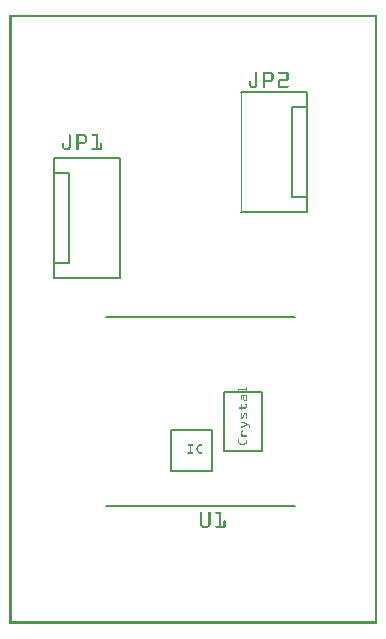
<source format=gto>
G04 MADE WITH FRITZING*
G04 WWW.FRITZING.ORG*
G04 DOUBLE SIDED*
G04 HOLES PLATED*
G04 CONTOUR ON CENTER OF CONTOUR VECTOR*
%ASAXBY*%
%FSLAX23Y23*%
%MOIN*%
%OFA0B0*%
%SFA1.0B1.0*%
%ADD10C,0.005000*%
%ADD11C,0.008000*%
%ADD12R,0.001000X0.001000*%
%LNSILK1*%
G90*
G70*
G54D10*
X370Y1555D02*
X150Y1555D01*
D02*
X370Y1155D02*
X150Y1155D01*
D02*
X370Y1155D02*
X370Y1555D01*
D02*
X150Y1155D02*
X150Y1205D01*
D02*
X150Y1205D02*
X150Y1505D01*
D02*
X150Y1505D02*
X150Y1555D01*
D02*
X150Y1505D02*
X200Y1505D01*
D02*
X200Y1505D02*
X200Y1205D01*
D02*
X200Y1205D02*
X150Y1205D01*
G54D11*
D02*
X322Y1023D02*
X952Y1023D01*
D02*
X952Y393D02*
X322Y393D01*
D02*
X716Y773D02*
X716Y576D01*
D02*
X716Y773D02*
X842Y773D01*
D02*
X842Y773D02*
X842Y576D01*
D02*
X538Y649D02*
X676Y649D01*
D02*
X676Y649D02*
X676Y511D01*
D02*
X676Y511D02*
X538Y511D01*
D02*
X538Y511D02*
X538Y649D01*
D02*
X716Y576D02*
X842Y576D01*
G54D10*
D02*
X773Y1373D02*
X993Y1373D01*
D02*
X773Y1773D02*
X993Y1773D01*
D02*
X993Y1773D02*
X993Y1723D01*
D02*
X993Y1723D02*
X993Y1423D01*
D02*
X993Y1423D02*
X993Y1373D01*
D02*
X993Y1423D02*
X943Y1423D01*
D02*
X943Y1423D02*
X943Y1723D01*
D02*
X943Y1723D02*
X993Y1723D01*
G54D12*
X0Y2031D02*
X1225Y2031D01*
X0Y2030D02*
X1225Y2030D01*
X0Y2029D02*
X1225Y2029D01*
X0Y2028D02*
X1225Y2028D01*
X0Y2027D02*
X1225Y2027D01*
X0Y2026D02*
X1225Y2026D01*
X0Y2025D02*
X1225Y2025D01*
X0Y2024D02*
X1225Y2024D01*
X0Y2023D02*
X7Y2023D01*
X1218Y2023D02*
X1225Y2023D01*
X0Y2022D02*
X7Y2022D01*
X1218Y2022D02*
X1225Y2022D01*
X0Y2021D02*
X7Y2021D01*
X1218Y2021D02*
X1225Y2021D01*
X0Y2020D02*
X7Y2020D01*
X1218Y2020D02*
X1225Y2020D01*
X0Y2019D02*
X7Y2019D01*
X1218Y2019D02*
X1225Y2019D01*
X0Y2018D02*
X7Y2018D01*
X1218Y2018D02*
X1225Y2018D01*
X0Y2017D02*
X7Y2017D01*
X1218Y2017D02*
X1225Y2017D01*
X0Y2016D02*
X7Y2016D01*
X1218Y2016D02*
X1225Y2016D01*
X0Y2015D02*
X7Y2015D01*
X1218Y2015D02*
X1225Y2015D01*
X0Y2014D02*
X7Y2014D01*
X1218Y2014D02*
X1225Y2014D01*
X0Y2013D02*
X7Y2013D01*
X1218Y2013D02*
X1225Y2013D01*
X0Y2012D02*
X7Y2012D01*
X1218Y2012D02*
X1225Y2012D01*
X0Y2011D02*
X7Y2011D01*
X1218Y2011D02*
X1225Y2011D01*
X0Y2010D02*
X7Y2010D01*
X1218Y2010D02*
X1225Y2010D01*
X0Y2009D02*
X7Y2009D01*
X1218Y2009D02*
X1225Y2009D01*
X0Y2008D02*
X7Y2008D01*
X1218Y2008D02*
X1225Y2008D01*
X0Y2007D02*
X7Y2007D01*
X1218Y2007D02*
X1225Y2007D01*
X0Y2006D02*
X7Y2006D01*
X1218Y2006D02*
X1225Y2006D01*
X0Y2005D02*
X7Y2005D01*
X1218Y2005D02*
X1225Y2005D01*
X0Y2004D02*
X7Y2004D01*
X1218Y2004D02*
X1225Y2004D01*
X0Y2003D02*
X7Y2003D01*
X1218Y2003D02*
X1225Y2003D01*
X0Y2002D02*
X7Y2002D01*
X1218Y2002D02*
X1225Y2002D01*
X0Y2001D02*
X7Y2001D01*
X1218Y2001D02*
X1225Y2001D01*
X0Y2000D02*
X7Y2000D01*
X1218Y2000D02*
X1225Y2000D01*
X0Y1999D02*
X7Y1999D01*
X1218Y1999D02*
X1225Y1999D01*
X0Y1998D02*
X7Y1998D01*
X1218Y1998D02*
X1225Y1998D01*
X0Y1997D02*
X7Y1997D01*
X1218Y1997D02*
X1225Y1997D01*
X0Y1996D02*
X7Y1996D01*
X1218Y1996D02*
X1225Y1996D01*
X0Y1995D02*
X7Y1995D01*
X1218Y1995D02*
X1225Y1995D01*
X0Y1994D02*
X7Y1994D01*
X1218Y1994D02*
X1225Y1994D01*
X0Y1993D02*
X7Y1993D01*
X1218Y1993D02*
X1225Y1993D01*
X0Y1992D02*
X7Y1992D01*
X1218Y1992D02*
X1225Y1992D01*
X0Y1991D02*
X7Y1991D01*
X1218Y1991D02*
X1225Y1991D01*
X0Y1990D02*
X7Y1990D01*
X1218Y1990D02*
X1225Y1990D01*
X0Y1989D02*
X7Y1989D01*
X1218Y1989D02*
X1225Y1989D01*
X0Y1988D02*
X7Y1988D01*
X1218Y1988D02*
X1225Y1988D01*
X0Y1987D02*
X7Y1987D01*
X1218Y1987D02*
X1225Y1987D01*
X0Y1986D02*
X7Y1986D01*
X1218Y1986D02*
X1225Y1986D01*
X0Y1985D02*
X7Y1985D01*
X1218Y1985D02*
X1225Y1985D01*
X0Y1984D02*
X7Y1984D01*
X1218Y1984D02*
X1225Y1984D01*
X0Y1983D02*
X7Y1983D01*
X1218Y1983D02*
X1225Y1983D01*
X0Y1982D02*
X7Y1982D01*
X1218Y1982D02*
X1225Y1982D01*
X0Y1981D02*
X7Y1981D01*
X1218Y1981D02*
X1225Y1981D01*
X0Y1980D02*
X7Y1980D01*
X1218Y1980D02*
X1225Y1980D01*
X0Y1979D02*
X7Y1979D01*
X1218Y1979D02*
X1225Y1979D01*
X0Y1978D02*
X7Y1978D01*
X1218Y1978D02*
X1225Y1978D01*
X0Y1977D02*
X7Y1977D01*
X1218Y1977D02*
X1225Y1977D01*
X0Y1976D02*
X7Y1976D01*
X1218Y1976D02*
X1225Y1976D01*
X0Y1975D02*
X7Y1975D01*
X1218Y1975D02*
X1225Y1975D01*
X0Y1974D02*
X7Y1974D01*
X1218Y1974D02*
X1225Y1974D01*
X0Y1973D02*
X7Y1973D01*
X1218Y1973D02*
X1225Y1973D01*
X0Y1972D02*
X7Y1972D01*
X1218Y1972D02*
X1225Y1972D01*
X0Y1971D02*
X7Y1971D01*
X1218Y1971D02*
X1225Y1971D01*
X0Y1970D02*
X7Y1970D01*
X1218Y1970D02*
X1225Y1970D01*
X0Y1969D02*
X7Y1969D01*
X1218Y1969D02*
X1225Y1969D01*
X0Y1968D02*
X7Y1968D01*
X1218Y1968D02*
X1225Y1968D01*
X0Y1967D02*
X7Y1967D01*
X1218Y1967D02*
X1225Y1967D01*
X0Y1966D02*
X7Y1966D01*
X1218Y1966D02*
X1225Y1966D01*
X0Y1965D02*
X7Y1965D01*
X1218Y1965D02*
X1225Y1965D01*
X0Y1964D02*
X7Y1964D01*
X1218Y1964D02*
X1225Y1964D01*
X0Y1963D02*
X7Y1963D01*
X1218Y1963D02*
X1225Y1963D01*
X0Y1962D02*
X7Y1962D01*
X1218Y1962D02*
X1225Y1962D01*
X0Y1961D02*
X7Y1961D01*
X1218Y1961D02*
X1225Y1961D01*
X0Y1960D02*
X7Y1960D01*
X1218Y1960D02*
X1225Y1960D01*
X0Y1959D02*
X7Y1959D01*
X1218Y1959D02*
X1225Y1959D01*
X0Y1958D02*
X7Y1958D01*
X1218Y1958D02*
X1225Y1958D01*
X0Y1957D02*
X7Y1957D01*
X1218Y1957D02*
X1225Y1957D01*
X0Y1956D02*
X7Y1956D01*
X1218Y1956D02*
X1225Y1956D01*
X0Y1955D02*
X7Y1955D01*
X1218Y1955D02*
X1225Y1955D01*
X0Y1954D02*
X7Y1954D01*
X1218Y1954D02*
X1225Y1954D01*
X0Y1953D02*
X7Y1953D01*
X1218Y1953D02*
X1225Y1953D01*
X0Y1952D02*
X7Y1952D01*
X1218Y1952D02*
X1225Y1952D01*
X0Y1951D02*
X7Y1951D01*
X1218Y1951D02*
X1225Y1951D01*
X0Y1950D02*
X7Y1950D01*
X1218Y1950D02*
X1225Y1950D01*
X0Y1949D02*
X7Y1949D01*
X1218Y1949D02*
X1225Y1949D01*
X0Y1948D02*
X7Y1948D01*
X1218Y1948D02*
X1225Y1948D01*
X0Y1947D02*
X7Y1947D01*
X1218Y1947D02*
X1225Y1947D01*
X0Y1946D02*
X7Y1946D01*
X1218Y1946D02*
X1225Y1946D01*
X0Y1945D02*
X7Y1945D01*
X1218Y1945D02*
X1225Y1945D01*
X0Y1944D02*
X7Y1944D01*
X1218Y1944D02*
X1225Y1944D01*
X0Y1943D02*
X7Y1943D01*
X1218Y1943D02*
X1225Y1943D01*
X0Y1942D02*
X7Y1942D01*
X1218Y1942D02*
X1225Y1942D01*
X0Y1941D02*
X7Y1941D01*
X1218Y1941D02*
X1225Y1941D01*
X0Y1940D02*
X7Y1940D01*
X1218Y1940D02*
X1225Y1940D01*
X0Y1939D02*
X7Y1939D01*
X1218Y1939D02*
X1225Y1939D01*
X0Y1938D02*
X7Y1938D01*
X1218Y1938D02*
X1225Y1938D01*
X0Y1937D02*
X7Y1937D01*
X1218Y1937D02*
X1225Y1937D01*
X0Y1936D02*
X7Y1936D01*
X1218Y1936D02*
X1225Y1936D01*
X0Y1935D02*
X7Y1935D01*
X1218Y1935D02*
X1225Y1935D01*
X0Y1934D02*
X7Y1934D01*
X1218Y1934D02*
X1225Y1934D01*
X0Y1933D02*
X7Y1933D01*
X1218Y1933D02*
X1225Y1933D01*
X0Y1932D02*
X7Y1932D01*
X1218Y1932D02*
X1225Y1932D01*
X0Y1931D02*
X7Y1931D01*
X1218Y1931D02*
X1225Y1931D01*
X0Y1930D02*
X7Y1930D01*
X1218Y1930D02*
X1225Y1930D01*
X0Y1929D02*
X7Y1929D01*
X1218Y1929D02*
X1225Y1929D01*
X0Y1928D02*
X7Y1928D01*
X1218Y1928D02*
X1225Y1928D01*
X0Y1927D02*
X7Y1927D01*
X1218Y1927D02*
X1225Y1927D01*
X0Y1926D02*
X7Y1926D01*
X1218Y1926D02*
X1225Y1926D01*
X0Y1925D02*
X7Y1925D01*
X1218Y1925D02*
X1225Y1925D01*
X0Y1924D02*
X7Y1924D01*
X1218Y1924D02*
X1225Y1924D01*
X0Y1923D02*
X7Y1923D01*
X1218Y1923D02*
X1225Y1923D01*
X0Y1922D02*
X7Y1922D01*
X1218Y1922D02*
X1225Y1922D01*
X0Y1921D02*
X7Y1921D01*
X1218Y1921D02*
X1225Y1921D01*
X0Y1920D02*
X7Y1920D01*
X1218Y1920D02*
X1225Y1920D01*
X0Y1919D02*
X7Y1919D01*
X1218Y1919D02*
X1225Y1919D01*
X0Y1918D02*
X7Y1918D01*
X1218Y1918D02*
X1225Y1918D01*
X0Y1917D02*
X7Y1917D01*
X1218Y1917D02*
X1225Y1917D01*
X0Y1916D02*
X7Y1916D01*
X1218Y1916D02*
X1225Y1916D01*
X0Y1915D02*
X7Y1915D01*
X1218Y1915D02*
X1225Y1915D01*
X0Y1914D02*
X7Y1914D01*
X1218Y1914D02*
X1225Y1914D01*
X0Y1913D02*
X7Y1913D01*
X1218Y1913D02*
X1225Y1913D01*
X0Y1912D02*
X7Y1912D01*
X1218Y1912D02*
X1225Y1912D01*
X0Y1911D02*
X7Y1911D01*
X1218Y1911D02*
X1225Y1911D01*
X0Y1910D02*
X7Y1910D01*
X1218Y1910D02*
X1225Y1910D01*
X0Y1909D02*
X7Y1909D01*
X1218Y1909D02*
X1225Y1909D01*
X0Y1908D02*
X7Y1908D01*
X1218Y1908D02*
X1225Y1908D01*
X0Y1907D02*
X7Y1907D01*
X1218Y1907D02*
X1225Y1907D01*
X0Y1906D02*
X7Y1906D01*
X1218Y1906D02*
X1225Y1906D01*
X0Y1905D02*
X7Y1905D01*
X1218Y1905D02*
X1225Y1905D01*
X0Y1904D02*
X7Y1904D01*
X1218Y1904D02*
X1225Y1904D01*
X0Y1903D02*
X7Y1903D01*
X1218Y1903D02*
X1225Y1903D01*
X0Y1902D02*
X7Y1902D01*
X1218Y1902D02*
X1225Y1902D01*
X0Y1901D02*
X7Y1901D01*
X1218Y1901D02*
X1225Y1901D01*
X0Y1900D02*
X7Y1900D01*
X1218Y1900D02*
X1225Y1900D01*
X0Y1899D02*
X7Y1899D01*
X1218Y1899D02*
X1225Y1899D01*
X0Y1898D02*
X7Y1898D01*
X1218Y1898D02*
X1225Y1898D01*
X0Y1897D02*
X7Y1897D01*
X1218Y1897D02*
X1225Y1897D01*
X0Y1896D02*
X7Y1896D01*
X1218Y1896D02*
X1225Y1896D01*
X0Y1895D02*
X7Y1895D01*
X1218Y1895D02*
X1225Y1895D01*
X0Y1894D02*
X7Y1894D01*
X1218Y1894D02*
X1225Y1894D01*
X0Y1893D02*
X7Y1893D01*
X1218Y1893D02*
X1225Y1893D01*
X0Y1892D02*
X7Y1892D01*
X1218Y1892D02*
X1225Y1892D01*
X0Y1891D02*
X7Y1891D01*
X1218Y1891D02*
X1225Y1891D01*
X0Y1890D02*
X7Y1890D01*
X1218Y1890D02*
X1225Y1890D01*
X0Y1889D02*
X7Y1889D01*
X1218Y1889D02*
X1225Y1889D01*
X0Y1888D02*
X7Y1888D01*
X1218Y1888D02*
X1225Y1888D01*
X0Y1887D02*
X7Y1887D01*
X1218Y1887D02*
X1225Y1887D01*
X0Y1886D02*
X7Y1886D01*
X1218Y1886D02*
X1225Y1886D01*
X0Y1885D02*
X7Y1885D01*
X1218Y1885D02*
X1225Y1885D01*
X0Y1884D02*
X7Y1884D01*
X1218Y1884D02*
X1225Y1884D01*
X0Y1883D02*
X7Y1883D01*
X1218Y1883D02*
X1225Y1883D01*
X0Y1882D02*
X7Y1882D01*
X1218Y1882D02*
X1225Y1882D01*
X0Y1881D02*
X7Y1881D01*
X1218Y1881D02*
X1225Y1881D01*
X0Y1880D02*
X7Y1880D01*
X1218Y1880D02*
X1225Y1880D01*
X0Y1879D02*
X7Y1879D01*
X1218Y1879D02*
X1225Y1879D01*
X0Y1878D02*
X7Y1878D01*
X1218Y1878D02*
X1225Y1878D01*
X0Y1877D02*
X7Y1877D01*
X1218Y1877D02*
X1225Y1877D01*
X0Y1876D02*
X7Y1876D01*
X1218Y1876D02*
X1225Y1876D01*
X0Y1875D02*
X7Y1875D01*
X1218Y1875D02*
X1225Y1875D01*
X0Y1874D02*
X7Y1874D01*
X1218Y1874D02*
X1225Y1874D01*
X0Y1873D02*
X7Y1873D01*
X1218Y1873D02*
X1225Y1873D01*
X0Y1872D02*
X7Y1872D01*
X1218Y1872D02*
X1225Y1872D01*
X0Y1871D02*
X7Y1871D01*
X1218Y1871D02*
X1225Y1871D01*
X0Y1870D02*
X7Y1870D01*
X1218Y1870D02*
X1225Y1870D01*
X0Y1869D02*
X7Y1869D01*
X1218Y1869D02*
X1225Y1869D01*
X0Y1868D02*
X7Y1868D01*
X1218Y1868D02*
X1225Y1868D01*
X0Y1867D02*
X7Y1867D01*
X1218Y1867D02*
X1225Y1867D01*
X0Y1866D02*
X7Y1866D01*
X1218Y1866D02*
X1225Y1866D01*
X0Y1865D02*
X7Y1865D01*
X1218Y1865D02*
X1225Y1865D01*
X0Y1864D02*
X7Y1864D01*
X1218Y1864D02*
X1225Y1864D01*
X0Y1863D02*
X7Y1863D01*
X1218Y1863D02*
X1225Y1863D01*
X0Y1862D02*
X7Y1862D01*
X1218Y1862D02*
X1225Y1862D01*
X0Y1861D02*
X7Y1861D01*
X1218Y1861D02*
X1225Y1861D01*
X0Y1860D02*
X7Y1860D01*
X1218Y1860D02*
X1225Y1860D01*
X0Y1859D02*
X7Y1859D01*
X1218Y1859D02*
X1225Y1859D01*
X0Y1858D02*
X7Y1858D01*
X1218Y1858D02*
X1225Y1858D01*
X0Y1857D02*
X7Y1857D01*
X1218Y1857D02*
X1225Y1857D01*
X0Y1856D02*
X7Y1856D01*
X1218Y1856D02*
X1225Y1856D01*
X0Y1855D02*
X7Y1855D01*
X1218Y1855D02*
X1225Y1855D01*
X0Y1854D02*
X7Y1854D01*
X1218Y1854D02*
X1225Y1854D01*
X0Y1853D02*
X7Y1853D01*
X1218Y1853D02*
X1225Y1853D01*
X0Y1852D02*
X7Y1852D01*
X1218Y1852D02*
X1225Y1852D01*
X0Y1851D02*
X7Y1851D01*
X1218Y1851D02*
X1225Y1851D01*
X0Y1850D02*
X7Y1850D01*
X1218Y1850D02*
X1225Y1850D01*
X0Y1849D02*
X7Y1849D01*
X1218Y1849D02*
X1225Y1849D01*
X0Y1848D02*
X7Y1848D01*
X1218Y1848D02*
X1225Y1848D01*
X0Y1847D02*
X7Y1847D01*
X1218Y1847D02*
X1225Y1847D01*
X0Y1846D02*
X7Y1846D01*
X1218Y1846D02*
X1225Y1846D01*
X0Y1845D02*
X7Y1845D01*
X1218Y1845D02*
X1225Y1845D01*
X0Y1844D02*
X7Y1844D01*
X1218Y1844D02*
X1225Y1844D01*
X0Y1843D02*
X7Y1843D01*
X1218Y1843D02*
X1225Y1843D01*
X0Y1842D02*
X7Y1842D01*
X1218Y1842D02*
X1225Y1842D01*
X0Y1841D02*
X7Y1841D01*
X822Y1841D02*
X824Y1841D01*
X846Y1841D02*
X871Y1841D01*
X899Y1841D02*
X925Y1841D01*
X1218Y1841D02*
X1225Y1841D01*
X0Y1840D02*
X7Y1840D01*
X821Y1840D02*
X825Y1840D01*
X846Y1840D02*
X874Y1840D01*
X897Y1840D02*
X927Y1840D01*
X1218Y1840D02*
X1225Y1840D01*
X0Y1839D02*
X7Y1839D01*
X820Y1839D02*
X826Y1839D01*
X846Y1839D02*
X876Y1839D01*
X897Y1839D02*
X928Y1839D01*
X1218Y1839D02*
X1225Y1839D01*
X0Y1838D02*
X7Y1838D01*
X820Y1838D02*
X826Y1838D01*
X846Y1838D02*
X877Y1838D01*
X896Y1838D02*
X929Y1838D01*
X1218Y1838D02*
X1225Y1838D01*
X0Y1837D02*
X7Y1837D01*
X820Y1837D02*
X826Y1837D01*
X846Y1837D02*
X878Y1837D01*
X896Y1837D02*
X929Y1837D01*
X1218Y1837D02*
X1225Y1837D01*
X0Y1836D02*
X7Y1836D01*
X820Y1836D02*
X826Y1836D01*
X846Y1836D02*
X878Y1836D01*
X897Y1836D02*
X930Y1836D01*
X1218Y1836D02*
X1225Y1836D01*
X0Y1835D02*
X7Y1835D01*
X820Y1835D02*
X826Y1835D01*
X846Y1835D02*
X879Y1835D01*
X898Y1835D02*
X930Y1835D01*
X1218Y1835D02*
X1225Y1835D01*
X0Y1834D02*
X7Y1834D01*
X820Y1834D02*
X826Y1834D01*
X846Y1834D02*
X852Y1834D01*
X871Y1834D02*
X879Y1834D01*
X924Y1834D02*
X930Y1834D01*
X1218Y1834D02*
X1225Y1834D01*
X0Y1833D02*
X7Y1833D01*
X820Y1833D02*
X826Y1833D01*
X846Y1833D02*
X852Y1833D01*
X873Y1833D02*
X879Y1833D01*
X924Y1833D02*
X930Y1833D01*
X1218Y1833D02*
X1225Y1833D01*
X0Y1832D02*
X7Y1832D01*
X820Y1832D02*
X826Y1832D01*
X846Y1832D02*
X852Y1832D01*
X873Y1832D02*
X880Y1832D01*
X924Y1832D02*
X930Y1832D01*
X1218Y1832D02*
X1225Y1832D01*
X0Y1831D02*
X7Y1831D01*
X820Y1831D02*
X826Y1831D01*
X846Y1831D02*
X852Y1831D01*
X874Y1831D02*
X880Y1831D01*
X924Y1831D02*
X930Y1831D01*
X1218Y1831D02*
X1225Y1831D01*
X0Y1830D02*
X7Y1830D01*
X820Y1830D02*
X826Y1830D01*
X846Y1830D02*
X852Y1830D01*
X874Y1830D02*
X880Y1830D01*
X924Y1830D02*
X930Y1830D01*
X1218Y1830D02*
X1225Y1830D01*
X0Y1829D02*
X7Y1829D01*
X820Y1829D02*
X826Y1829D01*
X846Y1829D02*
X852Y1829D01*
X874Y1829D02*
X880Y1829D01*
X924Y1829D02*
X930Y1829D01*
X1218Y1829D02*
X1225Y1829D01*
X0Y1828D02*
X7Y1828D01*
X820Y1828D02*
X826Y1828D01*
X846Y1828D02*
X852Y1828D01*
X874Y1828D02*
X880Y1828D01*
X924Y1828D02*
X930Y1828D01*
X1218Y1828D02*
X1225Y1828D01*
X0Y1827D02*
X7Y1827D01*
X820Y1827D02*
X826Y1827D01*
X846Y1827D02*
X852Y1827D01*
X874Y1827D02*
X880Y1827D01*
X924Y1827D02*
X930Y1827D01*
X1218Y1827D02*
X1225Y1827D01*
X0Y1826D02*
X7Y1826D01*
X820Y1826D02*
X826Y1826D01*
X846Y1826D02*
X852Y1826D01*
X874Y1826D02*
X880Y1826D01*
X924Y1826D02*
X930Y1826D01*
X1218Y1826D02*
X1225Y1826D01*
X0Y1825D02*
X7Y1825D01*
X820Y1825D02*
X826Y1825D01*
X846Y1825D02*
X852Y1825D01*
X874Y1825D02*
X880Y1825D01*
X924Y1825D02*
X930Y1825D01*
X1218Y1825D02*
X1225Y1825D01*
X0Y1824D02*
X7Y1824D01*
X820Y1824D02*
X826Y1824D01*
X846Y1824D02*
X852Y1824D01*
X874Y1824D02*
X880Y1824D01*
X924Y1824D02*
X930Y1824D01*
X1218Y1824D02*
X1225Y1824D01*
X0Y1823D02*
X7Y1823D01*
X820Y1823D02*
X826Y1823D01*
X846Y1823D02*
X852Y1823D01*
X874Y1823D02*
X880Y1823D01*
X924Y1823D02*
X930Y1823D01*
X1218Y1823D02*
X1225Y1823D01*
X0Y1822D02*
X7Y1822D01*
X820Y1822D02*
X826Y1822D01*
X846Y1822D02*
X852Y1822D01*
X874Y1822D02*
X880Y1822D01*
X924Y1822D02*
X930Y1822D01*
X1218Y1822D02*
X1225Y1822D01*
X0Y1821D02*
X7Y1821D01*
X820Y1821D02*
X826Y1821D01*
X846Y1821D02*
X852Y1821D01*
X874Y1821D02*
X880Y1821D01*
X924Y1821D02*
X930Y1821D01*
X1218Y1821D02*
X1225Y1821D01*
X0Y1820D02*
X7Y1820D01*
X820Y1820D02*
X826Y1820D01*
X846Y1820D02*
X852Y1820D01*
X874Y1820D02*
X880Y1820D01*
X924Y1820D02*
X930Y1820D01*
X1218Y1820D02*
X1225Y1820D01*
X0Y1819D02*
X7Y1819D01*
X820Y1819D02*
X826Y1819D01*
X846Y1819D02*
X852Y1819D01*
X874Y1819D02*
X880Y1819D01*
X924Y1819D02*
X930Y1819D01*
X1218Y1819D02*
X1225Y1819D01*
X0Y1818D02*
X7Y1818D01*
X820Y1818D02*
X826Y1818D01*
X846Y1818D02*
X852Y1818D01*
X874Y1818D02*
X880Y1818D01*
X924Y1818D02*
X930Y1818D01*
X1218Y1818D02*
X1225Y1818D01*
X0Y1817D02*
X7Y1817D01*
X820Y1817D02*
X826Y1817D01*
X846Y1817D02*
X852Y1817D01*
X873Y1817D02*
X880Y1817D01*
X900Y1817D02*
X930Y1817D01*
X1218Y1817D02*
X1225Y1817D01*
X0Y1816D02*
X7Y1816D01*
X820Y1816D02*
X826Y1816D01*
X846Y1816D02*
X852Y1816D01*
X873Y1816D02*
X879Y1816D01*
X899Y1816D02*
X930Y1816D01*
X1218Y1816D02*
X1225Y1816D01*
X0Y1815D02*
X7Y1815D01*
X820Y1815D02*
X826Y1815D01*
X846Y1815D02*
X852Y1815D01*
X871Y1815D02*
X879Y1815D01*
X898Y1815D02*
X929Y1815D01*
X1218Y1815D02*
X1225Y1815D01*
X0Y1814D02*
X7Y1814D01*
X820Y1814D02*
X826Y1814D01*
X846Y1814D02*
X879Y1814D01*
X897Y1814D02*
X929Y1814D01*
X1218Y1814D02*
X1225Y1814D01*
X0Y1813D02*
X7Y1813D01*
X820Y1813D02*
X826Y1813D01*
X846Y1813D02*
X878Y1813D01*
X897Y1813D02*
X928Y1813D01*
X1218Y1813D02*
X1225Y1813D01*
X0Y1812D02*
X7Y1812D01*
X820Y1812D02*
X826Y1812D01*
X846Y1812D02*
X878Y1812D01*
X896Y1812D02*
X927Y1812D01*
X1218Y1812D02*
X1225Y1812D01*
X0Y1811D02*
X7Y1811D01*
X801Y1811D02*
X804Y1811D01*
X820Y1811D02*
X826Y1811D01*
X846Y1811D02*
X877Y1811D01*
X896Y1811D02*
X925Y1811D01*
X1218Y1811D02*
X1225Y1811D01*
X0Y1810D02*
X7Y1810D01*
X800Y1810D02*
X805Y1810D01*
X820Y1810D02*
X826Y1810D01*
X846Y1810D02*
X876Y1810D01*
X896Y1810D02*
X902Y1810D01*
X1218Y1810D02*
X1225Y1810D01*
X0Y1809D02*
X7Y1809D01*
X799Y1809D02*
X805Y1809D01*
X820Y1809D02*
X826Y1809D01*
X846Y1809D02*
X874Y1809D01*
X896Y1809D02*
X902Y1809D01*
X1218Y1809D02*
X1225Y1809D01*
X0Y1808D02*
X7Y1808D01*
X799Y1808D02*
X805Y1808D01*
X820Y1808D02*
X826Y1808D01*
X846Y1808D02*
X871Y1808D01*
X896Y1808D02*
X902Y1808D01*
X1218Y1808D02*
X1225Y1808D01*
X0Y1807D02*
X7Y1807D01*
X799Y1807D02*
X805Y1807D01*
X820Y1807D02*
X826Y1807D01*
X846Y1807D02*
X852Y1807D01*
X896Y1807D02*
X902Y1807D01*
X1218Y1807D02*
X1225Y1807D01*
X0Y1806D02*
X7Y1806D01*
X799Y1806D02*
X805Y1806D01*
X820Y1806D02*
X826Y1806D01*
X846Y1806D02*
X852Y1806D01*
X896Y1806D02*
X902Y1806D01*
X1218Y1806D02*
X1225Y1806D01*
X0Y1805D02*
X7Y1805D01*
X799Y1805D02*
X805Y1805D01*
X820Y1805D02*
X826Y1805D01*
X846Y1805D02*
X852Y1805D01*
X896Y1805D02*
X902Y1805D01*
X1218Y1805D02*
X1225Y1805D01*
X0Y1804D02*
X7Y1804D01*
X799Y1804D02*
X805Y1804D01*
X820Y1804D02*
X826Y1804D01*
X846Y1804D02*
X852Y1804D01*
X896Y1804D02*
X902Y1804D01*
X1218Y1804D02*
X1225Y1804D01*
X0Y1803D02*
X7Y1803D01*
X799Y1803D02*
X805Y1803D01*
X820Y1803D02*
X826Y1803D01*
X846Y1803D02*
X852Y1803D01*
X896Y1803D02*
X902Y1803D01*
X1218Y1803D02*
X1225Y1803D01*
X0Y1802D02*
X7Y1802D01*
X799Y1802D02*
X805Y1802D01*
X820Y1802D02*
X826Y1802D01*
X846Y1802D02*
X852Y1802D01*
X896Y1802D02*
X902Y1802D01*
X1218Y1802D02*
X1225Y1802D01*
X0Y1801D02*
X7Y1801D01*
X799Y1801D02*
X805Y1801D01*
X820Y1801D02*
X826Y1801D01*
X846Y1801D02*
X852Y1801D01*
X896Y1801D02*
X902Y1801D01*
X1218Y1801D02*
X1225Y1801D01*
X0Y1800D02*
X7Y1800D01*
X799Y1800D02*
X805Y1800D01*
X820Y1800D02*
X826Y1800D01*
X846Y1800D02*
X852Y1800D01*
X896Y1800D02*
X902Y1800D01*
X1218Y1800D02*
X1225Y1800D01*
X0Y1799D02*
X7Y1799D01*
X799Y1799D02*
X805Y1799D01*
X820Y1799D02*
X826Y1799D01*
X846Y1799D02*
X852Y1799D01*
X896Y1799D02*
X902Y1799D01*
X1218Y1799D02*
X1225Y1799D01*
X0Y1798D02*
X7Y1798D01*
X799Y1798D02*
X805Y1798D01*
X820Y1798D02*
X826Y1798D01*
X846Y1798D02*
X852Y1798D01*
X896Y1798D02*
X902Y1798D01*
X1218Y1798D02*
X1225Y1798D01*
X0Y1797D02*
X7Y1797D01*
X799Y1797D02*
X805Y1797D01*
X820Y1797D02*
X826Y1797D01*
X846Y1797D02*
X852Y1797D01*
X896Y1797D02*
X902Y1797D01*
X1218Y1797D02*
X1225Y1797D01*
X0Y1796D02*
X7Y1796D01*
X799Y1796D02*
X806Y1796D01*
X820Y1796D02*
X826Y1796D01*
X846Y1796D02*
X852Y1796D01*
X896Y1796D02*
X902Y1796D01*
X1218Y1796D02*
X1225Y1796D01*
X0Y1795D02*
X7Y1795D01*
X800Y1795D02*
X807Y1795D01*
X819Y1795D02*
X826Y1795D01*
X846Y1795D02*
X852Y1795D01*
X896Y1795D02*
X902Y1795D01*
X1218Y1795D02*
X1225Y1795D01*
X0Y1794D02*
X7Y1794D01*
X800Y1794D02*
X825Y1794D01*
X846Y1794D02*
X852Y1794D01*
X896Y1794D02*
X927Y1794D01*
X1218Y1794D02*
X1225Y1794D01*
X0Y1793D02*
X7Y1793D01*
X800Y1793D02*
X825Y1793D01*
X846Y1793D02*
X852Y1793D01*
X896Y1793D02*
X929Y1793D01*
X1218Y1793D02*
X1225Y1793D01*
X0Y1792D02*
X7Y1792D01*
X801Y1792D02*
X824Y1792D01*
X846Y1792D02*
X852Y1792D01*
X896Y1792D02*
X930Y1792D01*
X1218Y1792D02*
X1225Y1792D01*
X0Y1791D02*
X7Y1791D01*
X802Y1791D02*
X824Y1791D01*
X846Y1791D02*
X852Y1791D01*
X896Y1791D02*
X930Y1791D01*
X1218Y1791D02*
X1225Y1791D01*
X0Y1790D02*
X7Y1790D01*
X803Y1790D02*
X823Y1790D01*
X846Y1790D02*
X852Y1790D01*
X896Y1790D02*
X930Y1790D01*
X1218Y1790D02*
X1225Y1790D01*
X0Y1789D02*
X7Y1789D01*
X804Y1789D02*
X821Y1789D01*
X847Y1789D02*
X852Y1789D01*
X896Y1789D02*
X929Y1789D01*
X1218Y1789D02*
X1225Y1789D01*
X0Y1788D02*
X7Y1788D01*
X806Y1788D02*
X820Y1788D01*
X847Y1788D02*
X851Y1788D01*
X896Y1788D02*
X929Y1788D01*
X1218Y1788D02*
X1225Y1788D01*
X0Y1787D02*
X7Y1787D01*
X1218Y1787D02*
X1225Y1787D01*
X0Y1786D02*
X7Y1786D01*
X1218Y1786D02*
X1225Y1786D01*
X0Y1785D02*
X7Y1785D01*
X1218Y1785D02*
X1225Y1785D01*
X0Y1784D02*
X7Y1784D01*
X1218Y1784D02*
X1225Y1784D01*
X0Y1783D02*
X7Y1783D01*
X1218Y1783D02*
X1225Y1783D01*
X0Y1782D02*
X7Y1782D01*
X1218Y1782D02*
X1225Y1782D01*
X0Y1781D02*
X7Y1781D01*
X1218Y1781D02*
X1225Y1781D01*
X0Y1780D02*
X7Y1780D01*
X1218Y1780D02*
X1225Y1780D01*
X0Y1779D02*
X7Y1779D01*
X1218Y1779D02*
X1225Y1779D01*
X0Y1778D02*
X7Y1778D01*
X1218Y1778D02*
X1225Y1778D01*
X0Y1777D02*
X7Y1777D01*
X1218Y1777D02*
X1225Y1777D01*
X0Y1776D02*
X7Y1776D01*
X772Y1776D02*
X773Y1776D01*
X1218Y1776D02*
X1225Y1776D01*
X0Y1775D02*
X7Y1775D01*
X771Y1775D02*
X774Y1775D01*
X1218Y1775D02*
X1225Y1775D01*
X0Y1774D02*
X7Y1774D01*
X771Y1774D02*
X775Y1774D01*
X1218Y1774D02*
X1225Y1774D01*
X0Y1773D02*
X7Y1773D01*
X771Y1773D02*
X775Y1773D01*
X1218Y1773D02*
X1225Y1773D01*
X0Y1772D02*
X7Y1772D01*
X771Y1772D02*
X775Y1772D01*
X1218Y1772D02*
X1225Y1772D01*
X0Y1771D02*
X7Y1771D01*
X771Y1771D02*
X775Y1771D01*
X1218Y1771D02*
X1225Y1771D01*
X0Y1770D02*
X7Y1770D01*
X771Y1770D02*
X775Y1770D01*
X1218Y1770D02*
X1225Y1770D01*
X0Y1769D02*
X7Y1769D01*
X771Y1769D02*
X775Y1769D01*
X1218Y1769D02*
X1225Y1769D01*
X0Y1768D02*
X7Y1768D01*
X771Y1768D02*
X775Y1768D01*
X1218Y1768D02*
X1225Y1768D01*
X0Y1767D02*
X7Y1767D01*
X771Y1767D02*
X775Y1767D01*
X1218Y1767D02*
X1225Y1767D01*
X0Y1766D02*
X7Y1766D01*
X771Y1766D02*
X775Y1766D01*
X1218Y1766D02*
X1225Y1766D01*
X0Y1765D02*
X7Y1765D01*
X771Y1765D02*
X775Y1765D01*
X1218Y1765D02*
X1225Y1765D01*
X0Y1764D02*
X7Y1764D01*
X771Y1764D02*
X775Y1764D01*
X1218Y1764D02*
X1225Y1764D01*
X0Y1763D02*
X7Y1763D01*
X771Y1763D02*
X775Y1763D01*
X1218Y1763D02*
X1225Y1763D01*
X0Y1762D02*
X7Y1762D01*
X771Y1762D02*
X775Y1762D01*
X1218Y1762D02*
X1225Y1762D01*
X0Y1761D02*
X7Y1761D01*
X771Y1761D02*
X775Y1761D01*
X1218Y1761D02*
X1225Y1761D01*
X0Y1760D02*
X7Y1760D01*
X771Y1760D02*
X775Y1760D01*
X1218Y1760D02*
X1225Y1760D01*
X0Y1759D02*
X7Y1759D01*
X771Y1759D02*
X775Y1759D01*
X1218Y1759D02*
X1225Y1759D01*
X0Y1758D02*
X7Y1758D01*
X771Y1758D02*
X775Y1758D01*
X1218Y1758D02*
X1225Y1758D01*
X0Y1757D02*
X7Y1757D01*
X771Y1757D02*
X775Y1757D01*
X1218Y1757D02*
X1225Y1757D01*
X0Y1756D02*
X7Y1756D01*
X771Y1756D02*
X775Y1756D01*
X1218Y1756D02*
X1225Y1756D01*
X0Y1755D02*
X7Y1755D01*
X771Y1755D02*
X775Y1755D01*
X1218Y1755D02*
X1225Y1755D01*
X0Y1754D02*
X7Y1754D01*
X771Y1754D02*
X775Y1754D01*
X1218Y1754D02*
X1225Y1754D01*
X0Y1753D02*
X7Y1753D01*
X771Y1753D02*
X775Y1753D01*
X1218Y1753D02*
X1225Y1753D01*
X0Y1752D02*
X7Y1752D01*
X771Y1752D02*
X775Y1752D01*
X1218Y1752D02*
X1225Y1752D01*
X0Y1751D02*
X7Y1751D01*
X771Y1751D02*
X775Y1751D01*
X1218Y1751D02*
X1225Y1751D01*
X0Y1750D02*
X7Y1750D01*
X771Y1750D02*
X775Y1750D01*
X1218Y1750D02*
X1225Y1750D01*
X0Y1749D02*
X7Y1749D01*
X771Y1749D02*
X775Y1749D01*
X1218Y1749D02*
X1225Y1749D01*
X0Y1748D02*
X7Y1748D01*
X771Y1748D02*
X775Y1748D01*
X1218Y1748D02*
X1225Y1748D01*
X0Y1747D02*
X7Y1747D01*
X771Y1747D02*
X775Y1747D01*
X1218Y1747D02*
X1225Y1747D01*
X0Y1746D02*
X7Y1746D01*
X771Y1746D02*
X775Y1746D01*
X1218Y1746D02*
X1225Y1746D01*
X0Y1745D02*
X7Y1745D01*
X771Y1745D02*
X775Y1745D01*
X1218Y1745D02*
X1225Y1745D01*
X0Y1744D02*
X7Y1744D01*
X771Y1744D02*
X775Y1744D01*
X1218Y1744D02*
X1225Y1744D01*
X0Y1743D02*
X7Y1743D01*
X771Y1743D02*
X775Y1743D01*
X1218Y1743D02*
X1225Y1743D01*
X0Y1742D02*
X7Y1742D01*
X771Y1742D02*
X775Y1742D01*
X1218Y1742D02*
X1225Y1742D01*
X0Y1741D02*
X7Y1741D01*
X771Y1741D02*
X775Y1741D01*
X1218Y1741D02*
X1225Y1741D01*
X0Y1740D02*
X7Y1740D01*
X771Y1740D02*
X775Y1740D01*
X1218Y1740D02*
X1225Y1740D01*
X0Y1739D02*
X7Y1739D01*
X771Y1739D02*
X775Y1739D01*
X1218Y1739D02*
X1225Y1739D01*
X0Y1738D02*
X7Y1738D01*
X771Y1738D02*
X775Y1738D01*
X1218Y1738D02*
X1225Y1738D01*
X0Y1737D02*
X7Y1737D01*
X771Y1737D02*
X775Y1737D01*
X1218Y1737D02*
X1225Y1737D01*
X0Y1736D02*
X7Y1736D01*
X771Y1736D02*
X775Y1736D01*
X1218Y1736D02*
X1225Y1736D01*
X0Y1735D02*
X7Y1735D01*
X771Y1735D02*
X775Y1735D01*
X1218Y1735D02*
X1225Y1735D01*
X0Y1734D02*
X7Y1734D01*
X771Y1734D02*
X775Y1734D01*
X1218Y1734D02*
X1225Y1734D01*
X0Y1733D02*
X7Y1733D01*
X771Y1733D02*
X775Y1733D01*
X1218Y1733D02*
X1225Y1733D01*
X0Y1732D02*
X7Y1732D01*
X771Y1732D02*
X775Y1732D01*
X1218Y1732D02*
X1225Y1732D01*
X0Y1731D02*
X7Y1731D01*
X771Y1731D02*
X775Y1731D01*
X1218Y1731D02*
X1225Y1731D01*
X0Y1730D02*
X7Y1730D01*
X772Y1730D02*
X775Y1730D01*
X1218Y1730D02*
X1225Y1730D01*
X0Y1729D02*
X7Y1729D01*
X772Y1729D02*
X775Y1729D01*
X1218Y1729D02*
X1225Y1729D01*
X0Y1728D02*
X7Y1728D01*
X772Y1728D02*
X775Y1728D01*
X1218Y1728D02*
X1225Y1728D01*
X0Y1727D02*
X7Y1727D01*
X773Y1727D02*
X775Y1727D01*
X1218Y1727D02*
X1225Y1727D01*
X0Y1726D02*
X7Y1726D01*
X773Y1726D02*
X775Y1726D01*
X1218Y1726D02*
X1225Y1726D01*
X0Y1725D02*
X7Y1725D01*
X773Y1725D02*
X775Y1725D01*
X1218Y1725D02*
X1225Y1725D01*
X0Y1724D02*
X7Y1724D01*
X773Y1724D02*
X775Y1724D01*
X1218Y1724D02*
X1225Y1724D01*
X0Y1723D02*
X7Y1723D01*
X774Y1723D02*
X775Y1723D01*
X1218Y1723D02*
X1225Y1723D01*
X0Y1722D02*
X7Y1722D01*
X774Y1722D02*
X775Y1722D01*
X1218Y1722D02*
X1225Y1722D01*
X0Y1721D02*
X7Y1721D01*
X774Y1721D02*
X775Y1721D01*
X1218Y1721D02*
X1225Y1721D01*
X0Y1720D02*
X7Y1720D01*
X774Y1720D02*
X775Y1720D01*
X1218Y1720D02*
X1225Y1720D01*
X0Y1719D02*
X7Y1719D01*
X774Y1719D02*
X775Y1719D01*
X1218Y1719D02*
X1225Y1719D01*
X0Y1718D02*
X7Y1718D01*
X773Y1718D02*
X775Y1718D01*
X1218Y1718D02*
X1225Y1718D01*
X0Y1717D02*
X7Y1717D01*
X773Y1717D02*
X775Y1717D01*
X1218Y1717D02*
X1225Y1717D01*
X0Y1716D02*
X7Y1716D01*
X773Y1716D02*
X775Y1716D01*
X1218Y1716D02*
X1225Y1716D01*
X0Y1715D02*
X7Y1715D01*
X773Y1715D02*
X775Y1715D01*
X1218Y1715D02*
X1225Y1715D01*
X0Y1714D02*
X7Y1714D01*
X772Y1714D02*
X775Y1714D01*
X1218Y1714D02*
X1225Y1714D01*
X0Y1713D02*
X7Y1713D01*
X772Y1713D02*
X775Y1713D01*
X1218Y1713D02*
X1225Y1713D01*
X0Y1712D02*
X7Y1712D01*
X772Y1712D02*
X775Y1712D01*
X1218Y1712D02*
X1225Y1712D01*
X0Y1711D02*
X7Y1711D01*
X771Y1711D02*
X775Y1711D01*
X1218Y1711D02*
X1225Y1711D01*
X0Y1710D02*
X7Y1710D01*
X771Y1710D02*
X775Y1710D01*
X1218Y1710D02*
X1225Y1710D01*
X0Y1709D02*
X7Y1709D01*
X771Y1709D02*
X775Y1709D01*
X1218Y1709D02*
X1225Y1709D01*
X0Y1708D02*
X7Y1708D01*
X771Y1708D02*
X775Y1708D01*
X1218Y1708D02*
X1225Y1708D01*
X0Y1707D02*
X7Y1707D01*
X771Y1707D02*
X775Y1707D01*
X1218Y1707D02*
X1225Y1707D01*
X0Y1706D02*
X7Y1706D01*
X771Y1706D02*
X775Y1706D01*
X1218Y1706D02*
X1225Y1706D01*
X0Y1705D02*
X7Y1705D01*
X771Y1705D02*
X775Y1705D01*
X1218Y1705D02*
X1225Y1705D01*
X0Y1704D02*
X7Y1704D01*
X771Y1704D02*
X775Y1704D01*
X1218Y1704D02*
X1225Y1704D01*
X0Y1703D02*
X7Y1703D01*
X771Y1703D02*
X775Y1703D01*
X1218Y1703D02*
X1225Y1703D01*
X0Y1702D02*
X7Y1702D01*
X771Y1702D02*
X775Y1702D01*
X1218Y1702D02*
X1225Y1702D01*
X0Y1701D02*
X7Y1701D01*
X771Y1701D02*
X775Y1701D01*
X1218Y1701D02*
X1225Y1701D01*
X0Y1700D02*
X7Y1700D01*
X771Y1700D02*
X775Y1700D01*
X1218Y1700D02*
X1225Y1700D01*
X0Y1699D02*
X7Y1699D01*
X771Y1699D02*
X775Y1699D01*
X1218Y1699D02*
X1225Y1699D01*
X0Y1698D02*
X7Y1698D01*
X771Y1698D02*
X775Y1698D01*
X1218Y1698D02*
X1225Y1698D01*
X0Y1697D02*
X7Y1697D01*
X771Y1697D02*
X775Y1697D01*
X1218Y1697D02*
X1225Y1697D01*
X0Y1696D02*
X7Y1696D01*
X771Y1696D02*
X775Y1696D01*
X1218Y1696D02*
X1225Y1696D01*
X0Y1695D02*
X7Y1695D01*
X771Y1695D02*
X775Y1695D01*
X1218Y1695D02*
X1225Y1695D01*
X0Y1694D02*
X7Y1694D01*
X771Y1694D02*
X775Y1694D01*
X1218Y1694D02*
X1225Y1694D01*
X0Y1693D02*
X7Y1693D01*
X771Y1693D02*
X775Y1693D01*
X1218Y1693D02*
X1225Y1693D01*
X0Y1692D02*
X7Y1692D01*
X771Y1692D02*
X775Y1692D01*
X1218Y1692D02*
X1225Y1692D01*
X0Y1691D02*
X7Y1691D01*
X771Y1691D02*
X775Y1691D01*
X1218Y1691D02*
X1225Y1691D01*
X0Y1690D02*
X7Y1690D01*
X771Y1690D02*
X775Y1690D01*
X1218Y1690D02*
X1225Y1690D01*
X0Y1689D02*
X7Y1689D01*
X771Y1689D02*
X775Y1689D01*
X1218Y1689D02*
X1225Y1689D01*
X0Y1688D02*
X7Y1688D01*
X771Y1688D02*
X775Y1688D01*
X1218Y1688D02*
X1225Y1688D01*
X0Y1687D02*
X7Y1687D01*
X771Y1687D02*
X775Y1687D01*
X1218Y1687D02*
X1225Y1687D01*
X0Y1686D02*
X7Y1686D01*
X771Y1686D02*
X775Y1686D01*
X1218Y1686D02*
X1225Y1686D01*
X0Y1685D02*
X7Y1685D01*
X771Y1685D02*
X775Y1685D01*
X1218Y1685D02*
X1225Y1685D01*
X0Y1684D02*
X7Y1684D01*
X771Y1684D02*
X775Y1684D01*
X1218Y1684D02*
X1225Y1684D01*
X0Y1683D02*
X7Y1683D01*
X771Y1683D02*
X775Y1683D01*
X1218Y1683D02*
X1225Y1683D01*
X0Y1682D02*
X7Y1682D01*
X771Y1682D02*
X775Y1682D01*
X1218Y1682D02*
X1225Y1682D01*
X0Y1681D02*
X7Y1681D01*
X771Y1681D02*
X775Y1681D01*
X1218Y1681D02*
X1225Y1681D01*
X0Y1680D02*
X7Y1680D01*
X771Y1680D02*
X775Y1680D01*
X1218Y1680D02*
X1225Y1680D01*
X0Y1679D02*
X7Y1679D01*
X771Y1679D02*
X775Y1679D01*
X1218Y1679D02*
X1225Y1679D01*
X0Y1678D02*
X7Y1678D01*
X771Y1678D02*
X775Y1678D01*
X1218Y1678D02*
X1225Y1678D01*
X0Y1677D02*
X7Y1677D01*
X771Y1677D02*
X775Y1677D01*
X1218Y1677D02*
X1225Y1677D01*
X0Y1676D02*
X7Y1676D01*
X771Y1676D02*
X775Y1676D01*
X1218Y1676D02*
X1225Y1676D01*
X0Y1675D02*
X7Y1675D01*
X771Y1675D02*
X775Y1675D01*
X1218Y1675D02*
X1225Y1675D01*
X0Y1674D02*
X7Y1674D01*
X771Y1674D02*
X775Y1674D01*
X1218Y1674D02*
X1225Y1674D01*
X0Y1673D02*
X7Y1673D01*
X771Y1673D02*
X775Y1673D01*
X1218Y1673D02*
X1225Y1673D01*
X0Y1672D02*
X7Y1672D01*
X771Y1672D02*
X775Y1672D01*
X1218Y1672D02*
X1225Y1672D01*
X0Y1671D02*
X7Y1671D01*
X771Y1671D02*
X775Y1671D01*
X1218Y1671D02*
X1225Y1671D01*
X0Y1670D02*
X7Y1670D01*
X771Y1670D02*
X775Y1670D01*
X1218Y1670D02*
X1225Y1670D01*
X0Y1669D02*
X7Y1669D01*
X771Y1669D02*
X775Y1669D01*
X1218Y1669D02*
X1225Y1669D01*
X0Y1668D02*
X7Y1668D01*
X771Y1668D02*
X775Y1668D01*
X1218Y1668D02*
X1225Y1668D01*
X0Y1667D02*
X7Y1667D01*
X771Y1667D02*
X775Y1667D01*
X1218Y1667D02*
X1225Y1667D01*
X0Y1666D02*
X7Y1666D01*
X771Y1666D02*
X775Y1666D01*
X1218Y1666D02*
X1225Y1666D01*
X0Y1665D02*
X7Y1665D01*
X771Y1665D02*
X775Y1665D01*
X1218Y1665D02*
X1225Y1665D01*
X0Y1664D02*
X7Y1664D01*
X771Y1664D02*
X775Y1664D01*
X1218Y1664D02*
X1225Y1664D01*
X0Y1663D02*
X7Y1663D01*
X771Y1663D02*
X775Y1663D01*
X1218Y1663D02*
X1225Y1663D01*
X0Y1662D02*
X7Y1662D01*
X771Y1662D02*
X775Y1662D01*
X1218Y1662D02*
X1225Y1662D01*
X0Y1661D02*
X7Y1661D01*
X771Y1661D02*
X775Y1661D01*
X1218Y1661D02*
X1225Y1661D01*
X0Y1660D02*
X7Y1660D01*
X771Y1660D02*
X775Y1660D01*
X1218Y1660D02*
X1225Y1660D01*
X0Y1659D02*
X7Y1659D01*
X771Y1659D02*
X775Y1659D01*
X1218Y1659D02*
X1225Y1659D01*
X0Y1658D02*
X7Y1658D01*
X771Y1658D02*
X775Y1658D01*
X1218Y1658D02*
X1225Y1658D01*
X0Y1657D02*
X7Y1657D01*
X771Y1657D02*
X775Y1657D01*
X1218Y1657D02*
X1225Y1657D01*
X0Y1656D02*
X7Y1656D01*
X771Y1656D02*
X775Y1656D01*
X1218Y1656D02*
X1225Y1656D01*
X0Y1655D02*
X7Y1655D01*
X771Y1655D02*
X775Y1655D01*
X1218Y1655D02*
X1225Y1655D01*
X0Y1654D02*
X7Y1654D01*
X771Y1654D02*
X775Y1654D01*
X1218Y1654D02*
X1225Y1654D01*
X0Y1653D02*
X7Y1653D01*
X771Y1653D02*
X775Y1653D01*
X1218Y1653D02*
X1225Y1653D01*
X0Y1652D02*
X7Y1652D01*
X771Y1652D02*
X775Y1652D01*
X1218Y1652D02*
X1225Y1652D01*
X0Y1651D02*
X7Y1651D01*
X771Y1651D02*
X775Y1651D01*
X1218Y1651D02*
X1225Y1651D01*
X0Y1650D02*
X7Y1650D01*
X771Y1650D02*
X775Y1650D01*
X1218Y1650D02*
X1225Y1650D01*
X0Y1649D02*
X7Y1649D01*
X771Y1649D02*
X775Y1649D01*
X1218Y1649D02*
X1225Y1649D01*
X0Y1648D02*
X7Y1648D01*
X771Y1648D02*
X775Y1648D01*
X1218Y1648D02*
X1225Y1648D01*
X0Y1647D02*
X7Y1647D01*
X771Y1647D02*
X775Y1647D01*
X1218Y1647D02*
X1225Y1647D01*
X0Y1646D02*
X7Y1646D01*
X771Y1646D02*
X775Y1646D01*
X1218Y1646D02*
X1225Y1646D01*
X0Y1645D02*
X7Y1645D01*
X771Y1645D02*
X775Y1645D01*
X1218Y1645D02*
X1225Y1645D01*
X0Y1644D02*
X7Y1644D01*
X771Y1644D02*
X775Y1644D01*
X1218Y1644D02*
X1225Y1644D01*
X0Y1643D02*
X7Y1643D01*
X771Y1643D02*
X775Y1643D01*
X1218Y1643D02*
X1225Y1643D01*
X0Y1642D02*
X7Y1642D01*
X771Y1642D02*
X775Y1642D01*
X1218Y1642D02*
X1225Y1642D01*
X0Y1641D02*
X7Y1641D01*
X771Y1641D02*
X775Y1641D01*
X1218Y1641D02*
X1225Y1641D01*
X0Y1640D02*
X7Y1640D01*
X771Y1640D02*
X775Y1640D01*
X1218Y1640D02*
X1225Y1640D01*
X0Y1639D02*
X7Y1639D01*
X771Y1639D02*
X775Y1639D01*
X1218Y1639D02*
X1225Y1639D01*
X0Y1638D02*
X7Y1638D01*
X771Y1638D02*
X775Y1638D01*
X1218Y1638D02*
X1225Y1638D01*
X0Y1637D02*
X7Y1637D01*
X771Y1637D02*
X775Y1637D01*
X1218Y1637D02*
X1225Y1637D01*
X0Y1636D02*
X7Y1636D01*
X771Y1636D02*
X775Y1636D01*
X1218Y1636D02*
X1225Y1636D01*
X0Y1635D02*
X7Y1635D01*
X771Y1635D02*
X775Y1635D01*
X1218Y1635D02*
X1225Y1635D01*
X0Y1634D02*
X7Y1634D01*
X224Y1634D02*
X248Y1634D01*
X277Y1634D02*
X293Y1634D01*
X771Y1634D02*
X775Y1634D01*
X1218Y1634D02*
X1225Y1634D01*
X0Y1633D02*
X7Y1633D01*
X199Y1633D02*
X203Y1633D01*
X224Y1633D02*
X251Y1633D01*
X275Y1633D02*
X294Y1633D01*
X771Y1633D02*
X775Y1633D01*
X1218Y1633D02*
X1225Y1633D01*
X0Y1632D02*
X7Y1632D01*
X198Y1632D02*
X203Y1632D01*
X224Y1632D02*
X253Y1632D01*
X275Y1632D02*
X294Y1632D01*
X771Y1632D02*
X775Y1632D01*
X1218Y1632D02*
X1225Y1632D01*
X0Y1631D02*
X7Y1631D01*
X198Y1631D02*
X204Y1631D01*
X224Y1631D02*
X254Y1631D01*
X274Y1631D02*
X294Y1631D01*
X771Y1631D02*
X775Y1631D01*
X1218Y1631D02*
X1225Y1631D01*
X0Y1630D02*
X7Y1630D01*
X198Y1630D02*
X204Y1630D01*
X224Y1630D02*
X255Y1630D01*
X274Y1630D02*
X294Y1630D01*
X771Y1630D02*
X775Y1630D01*
X1218Y1630D02*
X1225Y1630D01*
X0Y1629D02*
X7Y1629D01*
X198Y1629D02*
X204Y1629D01*
X224Y1629D02*
X256Y1629D01*
X275Y1629D02*
X294Y1629D01*
X771Y1629D02*
X775Y1629D01*
X1218Y1629D02*
X1225Y1629D01*
X0Y1628D02*
X7Y1628D01*
X198Y1628D02*
X204Y1628D01*
X224Y1628D02*
X256Y1628D01*
X275Y1628D02*
X294Y1628D01*
X771Y1628D02*
X775Y1628D01*
X1218Y1628D02*
X1225Y1628D01*
X0Y1627D02*
X7Y1627D01*
X198Y1627D02*
X204Y1627D01*
X224Y1627D02*
X230Y1627D01*
X248Y1627D02*
X257Y1627D01*
X287Y1627D02*
X294Y1627D01*
X771Y1627D02*
X775Y1627D01*
X1218Y1627D02*
X1225Y1627D01*
X0Y1626D02*
X7Y1626D01*
X198Y1626D02*
X204Y1626D01*
X224Y1626D02*
X230Y1626D01*
X250Y1626D02*
X257Y1626D01*
X288Y1626D02*
X294Y1626D01*
X771Y1626D02*
X775Y1626D01*
X1218Y1626D02*
X1225Y1626D01*
X0Y1625D02*
X7Y1625D01*
X198Y1625D02*
X204Y1625D01*
X224Y1625D02*
X230Y1625D01*
X251Y1625D02*
X257Y1625D01*
X288Y1625D02*
X294Y1625D01*
X771Y1625D02*
X775Y1625D01*
X1218Y1625D02*
X1225Y1625D01*
X0Y1624D02*
X7Y1624D01*
X198Y1624D02*
X204Y1624D01*
X224Y1624D02*
X230Y1624D01*
X251Y1624D02*
X257Y1624D01*
X288Y1624D02*
X294Y1624D01*
X771Y1624D02*
X775Y1624D01*
X1218Y1624D02*
X1225Y1624D01*
X0Y1623D02*
X7Y1623D01*
X198Y1623D02*
X204Y1623D01*
X224Y1623D02*
X230Y1623D01*
X251Y1623D02*
X258Y1623D01*
X288Y1623D02*
X294Y1623D01*
X771Y1623D02*
X775Y1623D01*
X1218Y1623D02*
X1225Y1623D01*
X0Y1622D02*
X7Y1622D01*
X198Y1622D02*
X204Y1622D01*
X224Y1622D02*
X230Y1622D01*
X251Y1622D02*
X258Y1622D01*
X288Y1622D02*
X294Y1622D01*
X771Y1622D02*
X775Y1622D01*
X1218Y1622D02*
X1225Y1622D01*
X0Y1621D02*
X7Y1621D01*
X198Y1621D02*
X204Y1621D01*
X224Y1621D02*
X230Y1621D01*
X251Y1621D02*
X258Y1621D01*
X288Y1621D02*
X294Y1621D01*
X771Y1621D02*
X775Y1621D01*
X1218Y1621D02*
X1225Y1621D01*
X0Y1620D02*
X7Y1620D01*
X198Y1620D02*
X204Y1620D01*
X224Y1620D02*
X230Y1620D01*
X251Y1620D02*
X258Y1620D01*
X288Y1620D02*
X294Y1620D01*
X771Y1620D02*
X775Y1620D01*
X1218Y1620D02*
X1225Y1620D01*
X0Y1619D02*
X7Y1619D01*
X198Y1619D02*
X204Y1619D01*
X224Y1619D02*
X230Y1619D01*
X251Y1619D02*
X258Y1619D01*
X288Y1619D02*
X294Y1619D01*
X771Y1619D02*
X775Y1619D01*
X1218Y1619D02*
X1225Y1619D01*
X0Y1618D02*
X7Y1618D01*
X198Y1618D02*
X204Y1618D01*
X224Y1618D02*
X230Y1618D01*
X251Y1618D02*
X258Y1618D01*
X288Y1618D02*
X294Y1618D01*
X771Y1618D02*
X775Y1618D01*
X1218Y1618D02*
X1225Y1618D01*
X0Y1617D02*
X7Y1617D01*
X198Y1617D02*
X204Y1617D01*
X224Y1617D02*
X230Y1617D01*
X251Y1617D02*
X258Y1617D01*
X288Y1617D02*
X294Y1617D01*
X771Y1617D02*
X775Y1617D01*
X1218Y1617D02*
X1225Y1617D01*
X0Y1616D02*
X7Y1616D01*
X198Y1616D02*
X204Y1616D01*
X224Y1616D02*
X230Y1616D01*
X251Y1616D02*
X258Y1616D01*
X288Y1616D02*
X294Y1616D01*
X771Y1616D02*
X775Y1616D01*
X1218Y1616D02*
X1225Y1616D01*
X0Y1615D02*
X7Y1615D01*
X198Y1615D02*
X204Y1615D01*
X224Y1615D02*
X230Y1615D01*
X251Y1615D02*
X258Y1615D01*
X288Y1615D02*
X294Y1615D01*
X771Y1615D02*
X775Y1615D01*
X1218Y1615D02*
X1225Y1615D01*
X0Y1614D02*
X7Y1614D01*
X198Y1614D02*
X204Y1614D01*
X224Y1614D02*
X230Y1614D01*
X251Y1614D02*
X258Y1614D01*
X288Y1614D02*
X294Y1614D01*
X771Y1614D02*
X775Y1614D01*
X1218Y1614D02*
X1225Y1614D01*
X0Y1613D02*
X7Y1613D01*
X198Y1613D02*
X204Y1613D01*
X224Y1613D02*
X230Y1613D01*
X251Y1613D02*
X258Y1613D01*
X288Y1613D02*
X294Y1613D01*
X771Y1613D02*
X775Y1613D01*
X1218Y1613D02*
X1225Y1613D01*
X0Y1612D02*
X7Y1612D01*
X198Y1612D02*
X204Y1612D01*
X224Y1612D02*
X230Y1612D01*
X251Y1612D02*
X258Y1612D01*
X288Y1612D02*
X294Y1612D01*
X771Y1612D02*
X775Y1612D01*
X1218Y1612D02*
X1225Y1612D01*
X0Y1611D02*
X7Y1611D01*
X198Y1611D02*
X204Y1611D01*
X224Y1611D02*
X230Y1611D01*
X251Y1611D02*
X258Y1611D01*
X288Y1611D02*
X294Y1611D01*
X771Y1611D02*
X775Y1611D01*
X1218Y1611D02*
X1225Y1611D01*
X0Y1610D02*
X7Y1610D01*
X198Y1610D02*
X204Y1610D01*
X224Y1610D02*
X230Y1610D01*
X251Y1610D02*
X257Y1610D01*
X288Y1610D02*
X294Y1610D01*
X771Y1610D02*
X775Y1610D01*
X1218Y1610D02*
X1225Y1610D01*
X0Y1609D02*
X7Y1609D01*
X198Y1609D02*
X204Y1609D01*
X224Y1609D02*
X230Y1609D01*
X251Y1609D02*
X257Y1609D01*
X288Y1609D02*
X294Y1609D01*
X771Y1609D02*
X775Y1609D01*
X1218Y1609D02*
X1225Y1609D01*
X0Y1608D02*
X7Y1608D01*
X198Y1608D02*
X204Y1608D01*
X224Y1608D02*
X230Y1608D01*
X250Y1608D02*
X257Y1608D01*
X288Y1608D02*
X294Y1608D01*
X771Y1608D02*
X775Y1608D01*
X1218Y1608D02*
X1225Y1608D01*
X0Y1607D02*
X7Y1607D01*
X198Y1607D02*
X204Y1607D01*
X224Y1607D02*
X257Y1607D01*
X288Y1607D02*
X294Y1607D01*
X771Y1607D02*
X775Y1607D01*
X1218Y1607D02*
X1225Y1607D01*
X0Y1606D02*
X7Y1606D01*
X198Y1606D02*
X204Y1606D01*
X224Y1606D02*
X256Y1606D01*
X288Y1606D02*
X294Y1606D01*
X771Y1606D02*
X775Y1606D01*
X1218Y1606D02*
X1225Y1606D01*
X0Y1605D02*
X7Y1605D01*
X198Y1605D02*
X204Y1605D01*
X224Y1605D02*
X256Y1605D01*
X288Y1605D02*
X294Y1605D01*
X771Y1605D02*
X775Y1605D01*
X1218Y1605D02*
X1225Y1605D01*
X0Y1604D02*
X7Y1604D01*
X179Y1604D02*
X182Y1604D01*
X198Y1604D02*
X204Y1604D01*
X224Y1604D02*
X255Y1604D01*
X288Y1604D02*
X294Y1604D01*
X303Y1604D02*
X306Y1604D01*
X771Y1604D02*
X775Y1604D01*
X1218Y1604D02*
X1225Y1604D01*
X0Y1603D02*
X7Y1603D01*
X178Y1603D02*
X183Y1603D01*
X198Y1603D02*
X204Y1603D01*
X224Y1603D02*
X254Y1603D01*
X288Y1603D02*
X294Y1603D01*
X302Y1603D02*
X307Y1603D01*
X771Y1603D02*
X775Y1603D01*
X1218Y1603D02*
X1225Y1603D01*
X0Y1602D02*
X7Y1602D01*
X177Y1602D02*
X183Y1602D01*
X198Y1602D02*
X204Y1602D01*
X224Y1602D02*
X252Y1602D01*
X288Y1602D02*
X294Y1602D01*
X302Y1602D02*
X308Y1602D01*
X771Y1602D02*
X775Y1602D01*
X1218Y1602D02*
X1225Y1602D01*
X0Y1601D02*
X7Y1601D01*
X177Y1601D02*
X183Y1601D01*
X198Y1601D02*
X204Y1601D01*
X224Y1601D02*
X250Y1601D01*
X288Y1601D02*
X294Y1601D01*
X302Y1601D02*
X308Y1601D01*
X771Y1601D02*
X775Y1601D01*
X1218Y1601D02*
X1225Y1601D01*
X0Y1600D02*
X7Y1600D01*
X177Y1600D02*
X183Y1600D01*
X198Y1600D02*
X204Y1600D01*
X224Y1600D02*
X230Y1600D01*
X288Y1600D02*
X294Y1600D01*
X302Y1600D02*
X308Y1600D01*
X771Y1600D02*
X775Y1600D01*
X1218Y1600D02*
X1225Y1600D01*
X0Y1599D02*
X7Y1599D01*
X177Y1599D02*
X183Y1599D01*
X198Y1599D02*
X204Y1599D01*
X224Y1599D02*
X230Y1599D01*
X288Y1599D02*
X294Y1599D01*
X302Y1599D02*
X308Y1599D01*
X771Y1599D02*
X775Y1599D01*
X1218Y1599D02*
X1225Y1599D01*
X0Y1598D02*
X7Y1598D01*
X177Y1598D02*
X183Y1598D01*
X198Y1598D02*
X204Y1598D01*
X224Y1598D02*
X230Y1598D01*
X288Y1598D02*
X294Y1598D01*
X302Y1598D02*
X308Y1598D01*
X771Y1598D02*
X775Y1598D01*
X1218Y1598D02*
X1225Y1598D01*
X0Y1597D02*
X7Y1597D01*
X177Y1597D02*
X183Y1597D01*
X198Y1597D02*
X204Y1597D01*
X224Y1597D02*
X230Y1597D01*
X288Y1597D02*
X294Y1597D01*
X302Y1597D02*
X308Y1597D01*
X771Y1597D02*
X775Y1597D01*
X1218Y1597D02*
X1225Y1597D01*
X0Y1596D02*
X7Y1596D01*
X177Y1596D02*
X183Y1596D01*
X198Y1596D02*
X204Y1596D01*
X224Y1596D02*
X230Y1596D01*
X288Y1596D02*
X294Y1596D01*
X302Y1596D02*
X308Y1596D01*
X771Y1596D02*
X775Y1596D01*
X1218Y1596D02*
X1225Y1596D01*
X0Y1595D02*
X7Y1595D01*
X177Y1595D02*
X183Y1595D01*
X198Y1595D02*
X204Y1595D01*
X224Y1595D02*
X230Y1595D01*
X288Y1595D02*
X294Y1595D01*
X302Y1595D02*
X308Y1595D01*
X771Y1595D02*
X775Y1595D01*
X1218Y1595D02*
X1225Y1595D01*
X0Y1594D02*
X7Y1594D01*
X177Y1594D02*
X183Y1594D01*
X198Y1594D02*
X204Y1594D01*
X224Y1594D02*
X230Y1594D01*
X288Y1594D02*
X294Y1594D01*
X302Y1594D02*
X308Y1594D01*
X771Y1594D02*
X775Y1594D01*
X1218Y1594D02*
X1225Y1594D01*
X0Y1593D02*
X7Y1593D01*
X177Y1593D02*
X183Y1593D01*
X198Y1593D02*
X204Y1593D01*
X224Y1593D02*
X230Y1593D01*
X288Y1593D02*
X294Y1593D01*
X302Y1593D02*
X308Y1593D01*
X771Y1593D02*
X775Y1593D01*
X1218Y1593D02*
X1225Y1593D01*
X0Y1592D02*
X7Y1592D01*
X177Y1592D02*
X183Y1592D01*
X198Y1592D02*
X204Y1592D01*
X224Y1592D02*
X230Y1592D01*
X288Y1592D02*
X294Y1592D01*
X302Y1592D02*
X308Y1592D01*
X771Y1592D02*
X775Y1592D01*
X1218Y1592D02*
X1225Y1592D01*
X0Y1591D02*
X7Y1591D01*
X177Y1591D02*
X183Y1591D01*
X198Y1591D02*
X204Y1591D01*
X224Y1591D02*
X230Y1591D01*
X288Y1591D02*
X294Y1591D01*
X302Y1591D02*
X308Y1591D01*
X771Y1591D02*
X775Y1591D01*
X1218Y1591D02*
X1225Y1591D01*
X0Y1590D02*
X7Y1590D01*
X177Y1590D02*
X183Y1590D01*
X198Y1590D02*
X204Y1590D01*
X224Y1590D02*
X230Y1590D01*
X288Y1590D02*
X294Y1590D01*
X302Y1590D02*
X308Y1590D01*
X771Y1590D02*
X775Y1590D01*
X1218Y1590D02*
X1225Y1590D01*
X0Y1589D02*
X7Y1589D01*
X177Y1589D02*
X183Y1589D01*
X197Y1589D02*
X204Y1589D01*
X224Y1589D02*
X230Y1589D01*
X288Y1589D02*
X294Y1589D01*
X302Y1589D02*
X308Y1589D01*
X771Y1589D02*
X775Y1589D01*
X1218Y1589D02*
X1225Y1589D01*
X0Y1588D02*
X7Y1588D01*
X177Y1588D02*
X184Y1588D01*
X197Y1588D02*
X204Y1588D01*
X224Y1588D02*
X230Y1588D01*
X288Y1588D02*
X294Y1588D01*
X302Y1588D02*
X308Y1588D01*
X771Y1588D02*
X775Y1588D01*
X1218Y1588D02*
X1225Y1588D01*
X0Y1587D02*
X7Y1587D01*
X178Y1587D02*
X186Y1587D01*
X195Y1587D02*
X203Y1587D01*
X224Y1587D02*
X230Y1587D01*
X288Y1587D02*
X294Y1587D01*
X301Y1587D02*
X308Y1587D01*
X771Y1587D02*
X775Y1587D01*
X1218Y1587D02*
X1225Y1587D01*
X0Y1586D02*
X7Y1586D01*
X178Y1586D02*
X203Y1586D01*
X224Y1586D02*
X230Y1586D01*
X275Y1586D02*
X308Y1586D01*
X771Y1586D02*
X775Y1586D01*
X1218Y1586D02*
X1225Y1586D01*
X0Y1585D02*
X7Y1585D01*
X179Y1585D02*
X202Y1585D01*
X224Y1585D02*
X230Y1585D01*
X275Y1585D02*
X308Y1585D01*
X771Y1585D02*
X775Y1585D01*
X1218Y1585D02*
X1225Y1585D01*
X0Y1584D02*
X7Y1584D01*
X179Y1584D02*
X202Y1584D01*
X224Y1584D02*
X230Y1584D01*
X274Y1584D02*
X308Y1584D01*
X771Y1584D02*
X775Y1584D01*
X1218Y1584D02*
X1225Y1584D01*
X0Y1583D02*
X7Y1583D01*
X180Y1583D02*
X201Y1583D01*
X224Y1583D02*
X230Y1583D01*
X274Y1583D02*
X308Y1583D01*
X771Y1583D02*
X775Y1583D01*
X1218Y1583D02*
X1225Y1583D01*
X0Y1582D02*
X7Y1582D01*
X181Y1582D02*
X200Y1582D01*
X224Y1582D02*
X230Y1582D01*
X274Y1582D02*
X307Y1582D01*
X771Y1582D02*
X775Y1582D01*
X1218Y1582D02*
X1225Y1582D01*
X0Y1581D02*
X7Y1581D01*
X183Y1581D02*
X198Y1581D01*
X225Y1581D02*
X229Y1581D01*
X275Y1581D02*
X307Y1581D01*
X771Y1581D02*
X775Y1581D01*
X1218Y1581D02*
X1225Y1581D01*
X0Y1580D02*
X7Y1580D01*
X186Y1580D02*
X195Y1580D01*
X227Y1580D02*
X227Y1580D01*
X277Y1580D02*
X305Y1580D01*
X771Y1580D02*
X775Y1580D01*
X1218Y1580D02*
X1225Y1580D01*
X0Y1579D02*
X7Y1579D01*
X771Y1579D02*
X775Y1579D01*
X1218Y1579D02*
X1225Y1579D01*
X0Y1578D02*
X7Y1578D01*
X771Y1578D02*
X775Y1578D01*
X1218Y1578D02*
X1225Y1578D01*
X0Y1577D02*
X7Y1577D01*
X771Y1577D02*
X775Y1577D01*
X1218Y1577D02*
X1225Y1577D01*
X0Y1576D02*
X7Y1576D01*
X771Y1576D02*
X775Y1576D01*
X1218Y1576D02*
X1225Y1576D01*
X0Y1575D02*
X7Y1575D01*
X771Y1575D02*
X775Y1575D01*
X1218Y1575D02*
X1225Y1575D01*
X0Y1574D02*
X7Y1574D01*
X771Y1574D02*
X775Y1574D01*
X1218Y1574D02*
X1225Y1574D01*
X0Y1573D02*
X7Y1573D01*
X771Y1573D02*
X775Y1573D01*
X1218Y1573D02*
X1225Y1573D01*
X0Y1572D02*
X7Y1572D01*
X771Y1572D02*
X775Y1572D01*
X1218Y1572D02*
X1225Y1572D01*
X0Y1571D02*
X7Y1571D01*
X771Y1571D02*
X775Y1571D01*
X1218Y1571D02*
X1225Y1571D01*
X0Y1570D02*
X7Y1570D01*
X771Y1570D02*
X775Y1570D01*
X1218Y1570D02*
X1225Y1570D01*
X0Y1569D02*
X7Y1569D01*
X771Y1569D02*
X775Y1569D01*
X1218Y1569D02*
X1225Y1569D01*
X0Y1568D02*
X7Y1568D01*
X771Y1568D02*
X775Y1568D01*
X1218Y1568D02*
X1225Y1568D01*
X0Y1567D02*
X7Y1567D01*
X771Y1567D02*
X775Y1567D01*
X1218Y1567D02*
X1225Y1567D01*
X0Y1566D02*
X7Y1566D01*
X771Y1566D02*
X775Y1566D01*
X1218Y1566D02*
X1225Y1566D01*
X0Y1565D02*
X7Y1565D01*
X771Y1565D02*
X775Y1565D01*
X1218Y1565D02*
X1225Y1565D01*
X0Y1564D02*
X7Y1564D01*
X771Y1564D02*
X775Y1564D01*
X1218Y1564D02*
X1225Y1564D01*
X0Y1563D02*
X7Y1563D01*
X771Y1563D02*
X775Y1563D01*
X1218Y1563D02*
X1225Y1563D01*
X0Y1562D02*
X7Y1562D01*
X771Y1562D02*
X775Y1562D01*
X1218Y1562D02*
X1225Y1562D01*
X0Y1561D02*
X7Y1561D01*
X771Y1561D02*
X775Y1561D01*
X1218Y1561D02*
X1225Y1561D01*
X0Y1560D02*
X7Y1560D01*
X771Y1560D02*
X775Y1560D01*
X1218Y1560D02*
X1225Y1560D01*
X0Y1559D02*
X7Y1559D01*
X771Y1559D02*
X775Y1559D01*
X1218Y1559D02*
X1225Y1559D01*
X0Y1558D02*
X7Y1558D01*
X771Y1558D02*
X775Y1558D01*
X1218Y1558D02*
X1225Y1558D01*
X0Y1557D02*
X7Y1557D01*
X771Y1557D02*
X775Y1557D01*
X1218Y1557D02*
X1225Y1557D01*
X0Y1556D02*
X7Y1556D01*
X771Y1556D02*
X775Y1556D01*
X1218Y1556D02*
X1225Y1556D01*
X0Y1555D02*
X7Y1555D01*
X771Y1555D02*
X775Y1555D01*
X1218Y1555D02*
X1225Y1555D01*
X0Y1554D02*
X7Y1554D01*
X771Y1554D02*
X775Y1554D01*
X1218Y1554D02*
X1225Y1554D01*
X0Y1553D02*
X7Y1553D01*
X771Y1553D02*
X775Y1553D01*
X1218Y1553D02*
X1225Y1553D01*
X0Y1552D02*
X7Y1552D01*
X771Y1552D02*
X775Y1552D01*
X1218Y1552D02*
X1225Y1552D01*
X0Y1551D02*
X7Y1551D01*
X771Y1551D02*
X775Y1551D01*
X1218Y1551D02*
X1225Y1551D01*
X0Y1550D02*
X7Y1550D01*
X771Y1550D02*
X775Y1550D01*
X1218Y1550D02*
X1225Y1550D01*
X0Y1549D02*
X7Y1549D01*
X771Y1549D02*
X775Y1549D01*
X1218Y1549D02*
X1225Y1549D01*
X0Y1548D02*
X7Y1548D01*
X771Y1548D02*
X775Y1548D01*
X1218Y1548D02*
X1225Y1548D01*
X0Y1547D02*
X7Y1547D01*
X771Y1547D02*
X775Y1547D01*
X1218Y1547D02*
X1225Y1547D01*
X0Y1546D02*
X7Y1546D01*
X771Y1546D02*
X775Y1546D01*
X1218Y1546D02*
X1225Y1546D01*
X0Y1545D02*
X7Y1545D01*
X771Y1545D02*
X775Y1545D01*
X1218Y1545D02*
X1225Y1545D01*
X0Y1544D02*
X7Y1544D01*
X771Y1544D02*
X775Y1544D01*
X1218Y1544D02*
X1225Y1544D01*
X0Y1543D02*
X7Y1543D01*
X771Y1543D02*
X775Y1543D01*
X1218Y1543D02*
X1225Y1543D01*
X0Y1542D02*
X7Y1542D01*
X771Y1542D02*
X775Y1542D01*
X1218Y1542D02*
X1225Y1542D01*
X0Y1541D02*
X7Y1541D01*
X771Y1541D02*
X775Y1541D01*
X1218Y1541D02*
X1225Y1541D01*
X0Y1540D02*
X7Y1540D01*
X771Y1540D02*
X775Y1540D01*
X1218Y1540D02*
X1225Y1540D01*
X0Y1539D02*
X7Y1539D01*
X771Y1539D02*
X775Y1539D01*
X1218Y1539D02*
X1225Y1539D01*
X0Y1538D02*
X7Y1538D01*
X771Y1538D02*
X775Y1538D01*
X1218Y1538D02*
X1225Y1538D01*
X0Y1537D02*
X7Y1537D01*
X771Y1537D02*
X775Y1537D01*
X1218Y1537D02*
X1225Y1537D01*
X0Y1536D02*
X7Y1536D01*
X771Y1536D02*
X775Y1536D01*
X1218Y1536D02*
X1225Y1536D01*
X0Y1535D02*
X7Y1535D01*
X771Y1535D02*
X775Y1535D01*
X1218Y1535D02*
X1225Y1535D01*
X0Y1534D02*
X7Y1534D01*
X771Y1534D02*
X775Y1534D01*
X1218Y1534D02*
X1225Y1534D01*
X0Y1533D02*
X7Y1533D01*
X771Y1533D02*
X775Y1533D01*
X1218Y1533D02*
X1225Y1533D01*
X0Y1532D02*
X7Y1532D01*
X771Y1532D02*
X775Y1532D01*
X1218Y1532D02*
X1225Y1532D01*
X0Y1531D02*
X7Y1531D01*
X771Y1531D02*
X775Y1531D01*
X1218Y1531D02*
X1225Y1531D01*
X0Y1530D02*
X7Y1530D01*
X771Y1530D02*
X775Y1530D01*
X1218Y1530D02*
X1225Y1530D01*
X0Y1529D02*
X7Y1529D01*
X771Y1529D02*
X775Y1529D01*
X1218Y1529D02*
X1225Y1529D01*
X0Y1528D02*
X7Y1528D01*
X771Y1528D02*
X775Y1528D01*
X1218Y1528D02*
X1225Y1528D01*
X0Y1527D02*
X7Y1527D01*
X771Y1527D02*
X775Y1527D01*
X1218Y1527D02*
X1225Y1527D01*
X0Y1526D02*
X7Y1526D01*
X771Y1526D02*
X775Y1526D01*
X1218Y1526D02*
X1225Y1526D01*
X0Y1525D02*
X7Y1525D01*
X771Y1525D02*
X775Y1525D01*
X1218Y1525D02*
X1225Y1525D01*
X0Y1524D02*
X7Y1524D01*
X771Y1524D02*
X775Y1524D01*
X1218Y1524D02*
X1225Y1524D01*
X0Y1523D02*
X7Y1523D01*
X771Y1523D02*
X775Y1523D01*
X1218Y1523D02*
X1225Y1523D01*
X0Y1522D02*
X7Y1522D01*
X771Y1522D02*
X775Y1522D01*
X1218Y1522D02*
X1225Y1522D01*
X0Y1521D02*
X7Y1521D01*
X771Y1521D02*
X775Y1521D01*
X1218Y1521D02*
X1225Y1521D01*
X0Y1520D02*
X7Y1520D01*
X771Y1520D02*
X775Y1520D01*
X1218Y1520D02*
X1225Y1520D01*
X0Y1519D02*
X7Y1519D01*
X771Y1519D02*
X775Y1519D01*
X1218Y1519D02*
X1225Y1519D01*
X0Y1518D02*
X7Y1518D01*
X771Y1518D02*
X775Y1518D01*
X1218Y1518D02*
X1225Y1518D01*
X0Y1517D02*
X7Y1517D01*
X771Y1517D02*
X775Y1517D01*
X1218Y1517D02*
X1225Y1517D01*
X0Y1516D02*
X7Y1516D01*
X771Y1516D02*
X775Y1516D01*
X1218Y1516D02*
X1225Y1516D01*
X0Y1515D02*
X7Y1515D01*
X771Y1515D02*
X775Y1515D01*
X1218Y1515D02*
X1225Y1515D01*
X0Y1514D02*
X7Y1514D01*
X771Y1514D02*
X775Y1514D01*
X1218Y1514D02*
X1225Y1514D01*
X0Y1513D02*
X7Y1513D01*
X771Y1513D02*
X775Y1513D01*
X1218Y1513D02*
X1225Y1513D01*
X0Y1512D02*
X7Y1512D01*
X771Y1512D02*
X775Y1512D01*
X1218Y1512D02*
X1225Y1512D01*
X0Y1511D02*
X7Y1511D01*
X771Y1511D02*
X775Y1511D01*
X1218Y1511D02*
X1225Y1511D01*
X0Y1510D02*
X7Y1510D01*
X771Y1510D02*
X775Y1510D01*
X1218Y1510D02*
X1225Y1510D01*
X0Y1509D02*
X7Y1509D01*
X771Y1509D02*
X775Y1509D01*
X1218Y1509D02*
X1225Y1509D01*
X0Y1508D02*
X7Y1508D01*
X771Y1508D02*
X775Y1508D01*
X1218Y1508D02*
X1225Y1508D01*
X0Y1507D02*
X7Y1507D01*
X771Y1507D02*
X775Y1507D01*
X1218Y1507D02*
X1225Y1507D01*
X0Y1506D02*
X7Y1506D01*
X771Y1506D02*
X775Y1506D01*
X1218Y1506D02*
X1225Y1506D01*
X0Y1505D02*
X7Y1505D01*
X771Y1505D02*
X775Y1505D01*
X1218Y1505D02*
X1225Y1505D01*
X0Y1504D02*
X7Y1504D01*
X771Y1504D02*
X775Y1504D01*
X1218Y1504D02*
X1225Y1504D01*
X0Y1503D02*
X7Y1503D01*
X771Y1503D02*
X775Y1503D01*
X1218Y1503D02*
X1225Y1503D01*
X0Y1502D02*
X7Y1502D01*
X771Y1502D02*
X775Y1502D01*
X1218Y1502D02*
X1225Y1502D01*
X0Y1501D02*
X7Y1501D01*
X771Y1501D02*
X775Y1501D01*
X1218Y1501D02*
X1225Y1501D01*
X0Y1500D02*
X7Y1500D01*
X771Y1500D02*
X775Y1500D01*
X1218Y1500D02*
X1225Y1500D01*
X0Y1499D02*
X7Y1499D01*
X771Y1499D02*
X775Y1499D01*
X1218Y1499D02*
X1225Y1499D01*
X0Y1498D02*
X7Y1498D01*
X771Y1498D02*
X775Y1498D01*
X1218Y1498D02*
X1225Y1498D01*
X0Y1497D02*
X7Y1497D01*
X771Y1497D02*
X775Y1497D01*
X1218Y1497D02*
X1225Y1497D01*
X0Y1496D02*
X7Y1496D01*
X771Y1496D02*
X775Y1496D01*
X1218Y1496D02*
X1225Y1496D01*
X0Y1495D02*
X7Y1495D01*
X771Y1495D02*
X775Y1495D01*
X1218Y1495D02*
X1225Y1495D01*
X0Y1494D02*
X7Y1494D01*
X771Y1494D02*
X775Y1494D01*
X1218Y1494D02*
X1225Y1494D01*
X0Y1493D02*
X7Y1493D01*
X771Y1493D02*
X775Y1493D01*
X1218Y1493D02*
X1225Y1493D01*
X0Y1492D02*
X7Y1492D01*
X771Y1492D02*
X775Y1492D01*
X1218Y1492D02*
X1225Y1492D01*
X0Y1491D02*
X7Y1491D01*
X771Y1491D02*
X775Y1491D01*
X1218Y1491D02*
X1225Y1491D01*
X0Y1490D02*
X7Y1490D01*
X771Y1490D02*
X775Y1490D01*
X1218Y1490D02*
X1225Y1490D01*
X0Y1489D02*
X7Y1489D01*
X771Y1489D02*
X775Y1489D01*
X1218Y1489D02*
X1225Y1489D01*
X0Y1488D02*
X7Y1488D01*
X771Y1488D02*
X775Y1488D01*
X1218Y1488D02*
X1225Y1488D01*
X0Y1487D02*
X7Y1487D01*
X771Y1487D02*
X775Y1487D01*
X1218Y1487D02*
X1225Y1487D01*
X0Y1486D02*
X7Y1486D01*
X771Y1486D02*
X775Y1486D01*
X1218Y1486D02*
X1225Y1486D01*
X0Y1485D02*
X7Y1485D01*
X771Y1485D02*
X775Y1485D01*
X1218Y1485D02*
X1225Y1485D01*
X0Y1484D02*
X7Y1484D01*
X771Y1484D02*
X775Y1484D01*
X1218Y1484D02*
X1225Y1484D01*
X0Y1483D02*
X7Y1483D01*
X771Y1483D02*
X775Y1483D01*
X1218Y1483D02*
X1225Y1483D01*
X0Y1482D02*
X7Y1482D01*
X771Y1482D02*
X775Y1482D01*
X1218Y1482D02*
X1225Y1482D01*
X0Y1481D02*
X7Y1481D01*
X771Y1481D02*
X775Y1481D01*
X1218Y1481D02*
X1225Y1481D01*
X0Y1480D02*
X7Y1480D01*
X771Y1480D02*
X775Y1480D01*
X1218Y1480D02*
X1225Y1480D01*
X0Y1479D02*
X7Y1479D01*
X771Y1479D02*
X775Y1479D01*
X1218Y1479D02*
X1225Y1479D01*
X0Y1478D02*
X7Y1478D01*
X771Y1478D02*
X775Y1478D01*
X1218Y1478D02*
X1225Y1478D01*
X0Y1477D02*
X7Y1477D01*
X771Y1477D02*
X775Y1477D01*
X1218Y1477D02*
X1225Y1477D01*
X0Y1476D02*
X7Y1476D01*
X771Y1476D02*
X775Y1476D01*
X1218Y1476D02*
X1225Y1476D01*
X0Y1475D02*
X7Y1475D01*
X771Y1475D02*
X775Y1475D01*
X1218Y1475D02*
X1225Y1475D01*
X0Y1474D02*
X7Y1474D01*
X771Y1474D02*
X775Y1474D01*
X1218Y1474D02*
X1225Y1474D01*
X0Y1473D02*
X7Y1473D01*
X771Y1473D02*
X775Y1473D01*
X1218Y1473D02*
X1225Y1473D01*
X0Y1472D02*
X7Y1472D01*
X771Y1472D02*
X775Y1472D01*
X1218Y1472D02*
X1225Y1472D01*
X0Y1471D02*
X7Y1471D01*
X771Y1471D02*
X775Y1471D01*
X1218Y1471D02*
X1225Y1471D01*
X0Y1470D02*
X7Y1470D01*
X771Y1470D02*
X775Y1470D01*
X1218Y1470D02*
X1225Y1470D01*
X0Y1469D02*
X7Y1469D01*
X771Y1469D02*
X775Y1469D01*
X1218Y1469D02*
X1225Y1469D01*
X0Y1468D02*
X7Y1468D01*
X771Y1468D02*
X775Y1468D01*
X1218Y1468D02*
X1225Y1468D01*
X0Y1467D02*
X7Y1467D01*
X771Y1467D02*
X775Y1467D01*
X1218Y1467D02*
X1225Y1467D01*
X0Y1466D02*
X7Y1466D01*
X771Y1466D02*
X775Y1466D01*
X1218Y1466D02*
X1225Y1466D01*
X0Y1465D02*
X7Y1465D01*
X771Y1465D02*
X775Y1465D01*
X1218Y1465D02*
X1225Y1465D01*
X0Y1464D02*
X7Y1464D01*
X771Y1464D02*
X775Y1464D01*
X1218Y1464D02*
X1225Y1464D01*
X0Y1463D02*
X7Y1463D01*
X771Y1463D02*
X775Y1463D01*
X1218Y1463D02*
X1225Y1463D01*
X0Y1462D02*
X7Y1462D01*
X771Y1462D02*
X775Y1462D01*
X1218Y1462D02*
X1225Y1462D01*
X0Y1461D02*
X7Y1461D01*
X771Y1461D02*
X775Y1461D01*
X1218Y1461D02*
X1225Y1461D01*
X0Y1460D02*
X7Y1460D01*
X771Y1460D02*
X775Y1460D01*
X1218Y1460D02*
X1225Y1460D01*
X0Y1459D02*
X7Y1459D01*
X771Y1459D02*
X775Y1459D01*
X1218Y1459D02*
X1225Y1459D01*
X0Y1458D02*
X7Y1458D01*
X771Y1458D02*
X775Y1458D01*
X1218Y1458D02*
X1225Y1458D01*
X0Y1457D02*
X7Y1457D01*
X771Y1457D02*
X775Y1457D01*
X1218Y1457D02*
X1225Y1457D01*
X0Y1456D02*
X7Y1456D01*
X771Y1456D02*
X775Y1456D01*
X1218Y1456D02*
X1225Y1456D01*
X0Y1455D02*
X7Y1455D01*
X771Y1455D02*
X775Y1455D01*
X1218Y1455D02*
X1225Y1455D01*
X0Y1454D02*
X7Y1454D01*
X771Y1454D02*
X775Y1454D01*
X1218Y1454D02*
X1225Y1454D01*
X0Y1453D02*
X7Y1453D01*
X771Y1453D02*
X775Y1453D01*
X1218Y1453D02*
X1225Y1453D01*
X0Y1452D02*
X7Y1452D01*
X771Y1452D02*
X775Y1452D01*
X1218Y1452D02*
X1225Y1452D01*
X0Y1451D02*
X7Y1451D01*
X771Y1451D02*
X775Y1451D01*
X1218Y1451D02*
X1225Y1451D01*
X0Y1450D02*
X7Y1450D01*
X771Y1450D02*
X775Y1450D01*
X1218Y1450D02*
X1225Y1450D01*
X0Y1449D02*
X7Y1449D01*
X771Y1449D02*
X775Y1449D01*
X1218Y1449D02*
X1225Y1449D01*
X0Y1448D02*
X7Y1448D01*
X771Y1448D02*
X775Y1448D01*
X1218Y1448D02*
X1225Y1448D01*
X0Y1447D02*
X7Y1447D01*
X771Y1447D02*
X775Y1447D01*
X1218Y1447D02*
X1225Y1447D01*
X0Y1446D02*
X7Y1446D01*
X771Y1446D02*
X775Y1446D01*
X1218Y1446D02*
X1225Y1446D01*
X0Y1445D02*
X7Y1445D01*
X771Y1445D02*
X775Y1445D01*
X1218Y1445D02*
X1225Y1445D01*
X0Y1444D02*
X7Y1444D01*
X771Y1444D02*
X775Y1444D01*
X1218Y1444D02*
X1225Y1444D01*
X0Y1443D02*
X7Y1443D01*
X771Y1443D02*
X775Y1443D01*
X1218Y1443D02*
X1225Y1443D01*
X0Y1442D02*
X7Y1442D01*
X771Y1442D02*
X775Y1442D01*
X1218Y1442D02*
X1225Y1442D01*
X0Y1441D02*
X7Y1441D01*
X771Y1441D02*
X775Y1441D01*
X1218Y1441D02*
X1225Y1441D01*
X0Y1440D02*
X7Y1440D01*
X771Y1440D02*
X775Y1440D01*
X1218Y1440D02*
X1225Y1440D01*
X0Y1439D02*
X7Y1439D01*
X771Y1439D02*
X775Y1439D01*
X1218Y1439D02*
X1225Y1439D01*
X0Y1438D02*
X7Y1438D01*
X771Y1438D02*
X775Y1438D01*
X1218Y1438D02*
X1225Y1438D01*
X0Y1437D02*
X7Y1437D01*
X771Y1437D02*
X775Y1437D01*
X1218Y1437D02*
X1225Y1437D01*
X0Y1436D02*
X7Y1436D01*
X771Y1436D02*
X775Y1436D01*
X1218Y1436D02*
X1225Y1436D01*
X0Y1435D02*
X7Y1435D01*
X771Y1435D02*
X775Y1435D01*
X1218Y1435D02*
X1225Y1435D01*
X0Y1434D02*
X7Y1434D01*
X771Y1434D02*
X775Y1434D01*
X1218Y1434D02*
X1225Y1434D01*
X0Y1433D02*
X7Y1433D01*
X771Y1433D02*
X775Y1433D01*
X1218Y1433D02*
X1225Y1433D01*
X0Y1432D02*
X7Y1432D01*
X771Y1432D02*
X775Y1432D01*
X1218Y1432D02*
X1225Y1432D01*
X0Y1431D02*
X7Y1431D01*
X771Y1431D02*
X775Y1431D01*
X1218Y1431D02*
X1225Y1431D01*
X0Y1430D02*
X7Y1430D01*
X771Y1430D02*
X775Y1430D01*
X1218Y1430D02*
X1225Y1430D01*
X0Y1429D02*
X7Y1429D01*
X771Y1429D02*
X775Y1429D01*
X1218Y1429D02*
X1225Y1429D01*
X0Y1428D02*
X7Y1428D01*
X771Y1428D02*
X775Y1428D01*
X1218Y1428D02*
X1225Y1428D01*
X0Y1427D02*
X7Y1427D01*
X771Y1427D02*
X775Y1427D01*
X1218Y1427D02*
X1225Y1427D01*
X0Y1426D02*
X7Y1426D01*
X771Y1426D02*
X775Y1426D01*
X1218Y1426D02*
X1225Y1426D01*
X0Y1425D02*
X7Y1425D01*
X771Y1425D02*
X775Y1425D01*
X1218Y1425D02*
X1225Y1425D01*
X0Y1424D02*
X7Y1424D01*
X771Y1424D02*
X775Y1424D01*
X1218Y1424D02*
X1225Y1424D01*
X0Y1423D02*
X7Y1423D01*
X771Y1423D02*
X775Y1423D01*
X1218Y1423D02*
X1225Y1423D01*
X0Y1422D02*
X7Y1422D01*
X771Y1422D02*
X775Y1422D01*
X1218Y1422D02*
X1225Y1422D01*
X0Y1421D02*
X7Y1421D01*
X771Y1421D02*
X775Y1421D01*
X1218Y1421D02*
X1225Y1421D01*
X0Y1420D02*
X7Y1420D01*
X771Y1420D02*
X775Y1420D01*
X1218Y1420D02*
X1225Y1420D01*
X0Y1419D02*
X7Y1419D01*
X771Y1419D02*
X775Y1419D01*
X1218Y1419D02*
X1225Y1419D01*
X0Y1418D02*
X7Y1418D01*
X771Y1418D02*
X775Y1418D01*
X1218Y1418D02*
X1225Y1418D01*
X0Y1417D02*
X7Y1417D01*
X771Y1417D02*
X775Y1417D01*
X1218Y1417D02*
X1225Y1417D01*
X0Y1416D02*
X7Y1416D01*
X771Y1416D02*
X775Y1416D01*
X1218Y1416D02*
X1225Y1416D01*
X0Y1415D02*
X7Y1415D01*
X771Y1415D02*
X775Y1415D01*
X1218Y1415D02*
X1225Y1415D01*
X0Y1414D02*
X7Y1414D01*
X771Y1414D02*
X775Y1414D01*
X1218Y1414D02*
X1225Y1414D01*
X0Y1413D02*
X7Y1413D01*
X771Y1413D02*
X775Y1413D01*
X1218Y1413D02*
X1225Y1413D01*
X0Y1412D02*
X7Y1412D01*
X771Y1412D02*
X775Y1412D01*
X1218Y1412D02*
X1225Y1412D01*
X0Y1411D02*
X7Y1411D01*
X771Y1411D02*
X775Y1411D01*
X1218Y1411D02*
X1225Y1411D01*
X0Y1410D02*
X7Y1410D01*
X771Y1410D02*
X775Y1410D01*
X1218Y1410D02*
X1225Y1410D01*
X0Y1409D02*
X7Y1409D01*
X771Y1409D02*
X775Y1409D01*
X1218Y1409D02*
X1225Y1409D01*
X0Y1408D02*
X7Y1408D01*
X771Y1408D02*
X775Y1408D01*
X1218Y1408D02*
X1225Y1408D01*
X0Y1407D02*
X7Y1407D01*
X771Y1407D02*
X775Y1407D01*
X1218Y1407D02*
X1225Y1407D01*
X0Y1406D02*
X7Y1406D01*
X771Y1406D02*
X775Y1406D01*
X1218Y1406D02*
X1225Y1406D01*
X0Y1405D02*
X7Y1405D01*
X771Y1405D02*
X775Y1405D01*
X1218Y1405D02*
X1225Y1405D01*
X0Y1404D02*
X7Y1404D01*
X771Y1404D02*
X775Y1404D01*
X1218Y1404D02*
X1225Y1404D01*
X0Y1403D02*
X7Y1403D01*
X771Y1403D02*
X775Y1403D01*
X1218Y1403D02*
X1225Y1403D01*
X0Y1402D02*
X7Y1402D01*
X771Y1402D02*
X775Y1402D01*
X1218Y1402D02*
X1225Y1402D01*
X0Y1401D02*
X7Y1401D01*
X771Y1401D02*
X775Y1401D01*
X1218Y1401D02*
X1225Y1401D01*
X0Y1400D02*
X7Y1400D01*
X771Y1400D02*
X775Y1400D01*
X1218Y1400D02*
X1225Y1400D01*
X0Y1399D02*
X7Y1399D01*
X771Y1399D02*
X775Y1399D01*
X1218Y1399D02*
X1225Y1399D01*
X0Y1398D02*
X7Y1398D01*
X771Y1398D02*
X775Y1398D01*
X1218Y1398D02*
X1225Y1398D01*
X0Y1397D02*
X7Y1397D01*
X771Y1397D02*
X775Y1397D01*
X1218Y1397D02*
X1225Y1397D01*
X0Y1396D02*
X7Y1396D01*
X771Y1396D02*
X775Y1396D01*
X1218Y1396D02*
X1225Y1396D01*
X0Y1395D02*
X7Y1395D01*
X771Y1395D02*
X775Y1395D01*
X1218Y1395D02*
X1225Y1395D01*
X0Y1394D02*
X7Y1394D01*
X771Y1394D02*
X775Y1394D01*
X1218Y1394D02*
X1225Y1394D01*
X0Y1393D02*
X7Y1393D01*
X771Y1393D02*
X775Y1393D01*
X1218Y1393D02*
X1225Y1393D01*
X0Y1392D02*
X7Y1392D01*
X771Y1392D02*
X775Y1392D01*
X1218Y1392D02*
X1225Y1392D01*
X0Y1391D02*
X7Y1391D01*
X771Y1391D02*
X775Y1391D01*
X1218Y1391D02*
X1225Y1391D01*
X0Y1390D02*
X7Y1390D01*
X771Y1390D02*
X775Y1390D01*
X1218Y1390D02*
X1225Y1390D01*
X0Y1389D02*
X7Y1389D01*
X771Y1389D02*
X775Y1389D01*
X1218Y1389D02*
X1225Y1389D01*
X0Y1388D02*
X7Y1388D01*
X771Y1388D02*
X775Y1388D01*
X1218Y1388D02*
X1225Y1388D01*
X0Y1387D02*
X7Y1387D01*
X771Y1387D02*
X775Y1387D01*
X1218Y1387D02*
X1225Y1387D01*
X0Y1386D02*
X7Y1386D01*
X771Y1386D02*
X775Y1386D01*
X1218Y1386D02*
X1225Y1386D01*
X0Y1385D02*
X7Y1385D01*
X771Y1385D02*
X775Y1385D01*
X1218Y1385D02*
X1225Y1385D01*
X0Y1384D02*
X7Y1384D01*
X771Y1384D02*
X775Y1384D01*
X1218Y1384D02*
X1225Y1384D01*
X0Y1383D02*
X7Y1383D01*
X771Y1383D02*
X775Y1383D01*
X1218Y1383D02*
X1225Y1383D01*
X0Y1382D02*
X7Y1382D01*
X771Y1382D02*
X775Y1382D01*
X1218Y1382D02*
X1225Y1382D01*
X0Y1381D02*
X7Y1381D01*
X771Y1381D02*
X775Y1381D01*
X1218Y1381D02*
X1225Y1381D01*
X0Y1380D02*
X7Y1380D01*
X771Y1380D02*
X775Y1380D01*
X1218Y1380D02*
X1225Y1380D01*
X0Y1379D02*
X7Y1379D01*
X771Y1379D02*
X775Y1379D01*
X1218Y1379D02*
X1225Y1379D01*
X0Y1378D02*
X7Y1378D01*
X771Y1378D02*
X775Y1378D01*
X1218Y1378D02*
X1225Y1378D01*
X0Y1377D02*
X7Y1377D01*
X771Y1377D02*
X775Y1377D01*
X1218Y1377D02*
X1225Y1377D01*
X0Y1376D02*
X7Y1376D01*
X771Y1376D02*
X775Y1376D01*
X1218Y1376D02*
X1225Y1376D01*
X0Y1375D02*
X7Y1375D01*
X771Y1375D02*
X775Y1375D01*
X1218Y1375D02*
X1225Y1375D01*
X0Y1374D02*
X7Y1374D01*
X771Y1374D02*
X775Y1374D01*
X1218Y1374D02*
X1225Y1374D01*
X0Y1373D02*
X7Y1373D01*
X771Y1373D02*
X774Y1373D01*
X1218Y1373D02*
X1225Y1373D01*
X0Y1372D02*
X7Y1372D01*
X772Y1372D02*
X774Y1372D01*
X1218Y1372D02*
X1225Y1372D01*
X0Y1371D02*
X7Y1371D01*
X1218Y1371D02*
X1225Y1371D01*
X0Y1370D02*
X7Y1370D01*
X1218Y1370D02*
X1225Y1370D01*
X0Y1369D02*
X7Y1369D01*
X1218Y1369D02*
X1225Y1369D01*
X0Y1368D02*
X7Y1368D01*
X1218Y1368D02*
X1225Y1368D01*
X0Y1367D02*
X7Y1367D01*
X1218Y1367D02*
X1225Y1367D01*
X0Y1366D02*
X7Y1366D01*
X1218Y1366D02*
X1225Y1366D01*
X0Y1365D02*
X7Y1365D01*
X1218Y1365D02*
X1225Y1365D01*
X0Y1364D02*
X7Y1364D01*
X1218Y1364D02*
X1225Y1364D01*
X0Y1363D02*
X7Y1363D01*
X1218Y1363D02*
X1225Y1363D01*
X0Y1362D02*
X7Y1362D01*
X1218Y1362D02*
X1225Y1362D01*
X0Y1361D02*
X7Y1361D01*
X1218Y1361D02*
X1225Y1361D01*
X0Y1360D02*
X7Y1360D01*
X1218Y1360D02*
X1225Y1360D01*
X0Y1359D02*
X7Y1359D01*
X1218Y1359D02*
X1225Y1359D01*
X0Y1358D02*
X7Y1358D01*
X1218Y1358D02*
X1225Y1358D01*
X0Y1357D02*
X7Y1357D01*
X1218Y1357D02*
X1225Y1357D01*
X0Y1356D02*
X7Y1356D01*
X1218Y1356D02*
X1225Y1356D01*
X0Y1355D02*
X7Y1355D01*
X1218Y1355D02*
X1225Y1355D01*
X0Y1354D02*
X7Y1354D01*
X1218Y1354D02*
X1225Y1354D01*
X0Y1353D02*
X7Y1353D01*
X1218Y1353D02*
X1225Y1353D01*
X0Y1352D02*
X7Y1352D01*
X1218Y1352D02*
X1225Y1352D01*
X0Y1351D02*
X7Y1351D01*
X1218Y1351D02*
X1225Y1351D01*
X0Y1350D02*
X7Y1350D01*
X1218Y1350D02*
X1225Y1350D01*
X0Y1349D02*
X7Y1349D01*
X1218Y1349D02*
X1225Y1349D01*
X0Y1348D02*
X7Y1348D01*
X1218Y1348D02*
X1225Y1348D01*
X0Y1347D02*
X7Y1347D01*
X1218Y1347D02*
X1225Y1347D01*
X0Y1346D02*
X7Y1346D01*
X1218Y1346D02*
X1225Y1346D01*
X0Y1345D02*
X7Y1345D01*
X1218Y1345D02*
X1225Y1345D01*
X0Y1344D02*
X7Y1344D01*
X1218Y1344D02*
X1225Y1344D01*
X0Y1343D02*
X7Y1343D01*
X1218Y1343D02*
X1225Y1343D01*
X0Y1342D02*
X7Y1342D01*
X1218Y1342D02*
X1225Y1342D01*
X0Y1341D02*
X7Y1341D01*
X1218Y1341D02*
X1225Y1341D01*
X0Y1340D02*
X7Y1340D01*
X1218Y1340D02*
X1225Y1340D01*
X0Y1339D02*
X7Y1339D01*
X1218Y1339D02*
X1225Y1339D01*
X0Y1338D02*
X7Y1338D01*
X1218Y1338D02*
X1225Y1338D01*
X0Y1337D02*
X7Y1337D01*
X1218Y1337D02*
X1225Y1337D01*
X0Y1336D02*
X7Y1336D01*
X1218Y1336D02*
X1225Y1336D01*
X0Y1335D02*
X7Y1335D01*
X1218Y1335D02*
X1225Y1335D01*
X0Y1334D02*
X7Y1334D01*
X1218Y1334D02*
X1225Y1334D01*
X0Y1333D02*
X7Y1333D01*
X1218Y1333D02*
X1225Y1333D01*
X0Y1332D02*
X7Y1332D01*
X1218Y1332D02*
X1225Y1332D01*
X0Y1331D02*
X7Y1331D01*
X1218Y1331D02*
X1225Y1331D01*
X0Y1330D02*
X7Y1330D01*
X1218Y1330D02*
X1225Y1330D01*
X0Y1329D02*
X7Y1329D01*
X1218Y1329D02*
X1225Y1329D01*
X0Y1328D02*
X7Y1328D01*
X1218Y1328D02*
X1225Y1328D01*
X0Y1327D02*
X7Y1327D01*
X1218Y1327D02*
X1225Y1327D01*
X0Y1326D02*
X7Y1326D01*
X1218Y1326D02*
X1225Y1326D01*
X0Y1325D02*
X7Y1325D01*
X1218Y1325D02*
X1225Y1325D01*
X0Y1324D02*
X7Y1324D01*
X1218Y1324D02*
X1225Y1324D01*
X0Y1323D02*
X7Y1323D01*
X1218Y1323D02*
X1225Y1323D01*
X0Y1322D02*
X7Y1322D01*
X1218Y1322D02*
X1225Y1322D01*
X0Y1321D02*
X7Y1321D01*
X1218Y1321D02*
X1225Y1321D01*
X0Y1320D02*
X7Y1320D01*
X1218Y1320D02*
X1225Y1320D01*
X0Y1319D02*
X7Y1319D01*
X1218Y1319D02*
X1225Y1319D01*
X0Y1318D02*
X7Y1318D01*
X1218Y1318D02*
X1225Y1318D01*
X0Y1317D02*
X7Y1317D01*
X1218Y1317D02*
X1225Y1317D01*
X0Y1316D02*
X7Y1316D01*
X1218Y1316D02*
X1225Y1316D01*
X0Y1315D02*
X7Y1315D01*
X1218Y1315D02*
X1225Y1315D01*
X0Y1314D02*
X7Y1314D01*
X1218Y1314D02*
X1225Y1314D01*
X0Y1313D02*
X7Y1313D01*
X1218Y1313D02*
X1225Y1313D01*
X0Y1312D02*
X7Y1312D01*
X1218Y1312D02*
X1225Y1312D01*
X0Y1311D02*
X7Y1311D01*
X1218Y1311D02*
X1225Y1311D01*
X0Y1310D02*
X7Y1310D01*
X1218Y1310D02*
X1225Y1310D01*
X0Y1309D02*
X7Y1309D01*
X1218Y1309D02*
X1225Y1309D01*
X0Y1308D02*
X7Y1308D01*
X1218Y1308D02*
X1225Y1308D01*
X0Y1307D02*
X7Y1307D01*
X1218Y1307D02*
X1225Y1307D01*
X0Y1306D02*
X7Y1306D01*
X1218Y1306D02*
X1225Y1306D01*
X0Y1305D02*
X7Y1305D01*
X1218Y1305D02*
X1225Y1305D01*
X0Y1304D02*
X7Y1304D01*
X1218Y1304D02*
X1225Y1304D01*
X0Y1303D02*
X7Y1303D01*
X1218Y1303D02*
X1225Y1303D01*
X0Y1302D02*
X7Y1302D01*
X1218Y1302D02*
X1225Y1302D01*
X0Y1301D02*
X7Y1301D01*
X1218Y1301D02*
X1225Y1301D01*
X0Y1300D02*
X7Y1300D01*
X1218Y1300D02*
X1225Y1300D01*
X0Y1299D02*
X7Y1299D01*
X1218Y1299D02*
X1225Y1299D01*
X0Y1298D02*
X7Y1298D01*
X1218Y1298D02*
X1225Y1298D01*
X0Y1297D02*
X7Y1297D01*
X1218Y1297D02*
X1225Y1297D01*
X0Y1296D02*
X7Y1296D01*
X1218Y1296D02*
X1225Y1296D01*
X0Y1295D02*
X7Y1295D01*
X1218Y1295D02*
X1225Y1295D01*
X0Y1294D02*
X7Y1294D01*
X1218Y1294D02*
X1225Y1294D01*
X0Y1293D02*
X7Y1293D01*
X1218Y1293D02*
X1225Y1293D01*
X0Y1292D02*
X7Y1292D01*
X1218Y1292D02*
X1225Y1292D01*
X0Y1291D02*
X7Y1291D01*
X1218Y1291D02*
X1225Y1291D01*
X0Y1290D02*
X7Y1290D01*
X1218Y1290D02*
X1225Y1290D01*
X0Y1289D02*
X7Y1289D01*
X1218Y1289D02*
X1225Y1289D01*
X0Y1288D02*
X7Y1288D01*
X1218Y1288D02*
X1225Y1288D01*
X0Y1287D02*
X7Y1287D01*
X1218Y1287D02*
X1225Y1287D01*
X0Y1286D02*
X7Y1286D01*
X1218Y1286D02*
X1225Y1286D01*
X0Y1285D02*
X7Y1285D01*
X1218Y1285D02*
X1225Y1285D01*
X0Y1284D02*
X7Y1284D01*
X1218Y1284D02*
X1225Y1284D01*
X0Y1283D02*
X7Y1283D01*
X1218Y1283D02*
X1225Y1283D01*
X0Y1282D02*
X7Y1282D01*
X1218Y1282D02*
X1225Y1282D01*
X0Y1281D02*
X7Y1281D01*
X1218Y1281D02*
X1225Y1281D01*
X0Y1280D02*
X7Y1280D01*
X1218Y1280D02*
X1225Y1280D01*
X0Y1279D02*
X7Y1279D01*
X1218Y1279D02*
X1225Y1279D01*
X0Y1278D02*
X7Y1278D01*
X1218Y1278D02*
X1225Y1278D01*
X0Y1277D02*
X7Y1277D01*
X1218Y1277D02*
X1225Y1277D01*
X0Y1276D02*
X7Y1276D01*
X1218Y1276D02*
X1225Y1276D01*
X0Y1275D02*
X7Y1275D01*
X1218Y1275D02*
X1225Y1275D01*
X0Y1274D02*
X7Y1274D01*
X1218Y1274D02*
X1225Y1274D01*
X0Y1273D02*
X7Y1273D01*
X1218Y1273D02*
X1225Y1273D01*
X0Y1272D02*
X7Y1272D01*
X1218Y1272D02*
X1225Y1272D01*
X0Y1271D02*
X7Y1271D01*
X1218Y1271D02*
X1225Y1271D01*
X0Y1270D02*
X7Y1270D01*
X1218Y1270D02*
X1225Y1270D01*
X0Y1269D02*
X7Y1269D01*
X1218Y1269D02*
X1225Y1269D01*
X0Y1268D02*
X7Y1268D01*
X1218Y1268D02*
X1225Y1268D01*
X0Y1267D02*
X7Y1267D01*
X1218Y1267D02*
X1225Y1267D01*
X0Y1266D02*
X7Y1266D01*
X1218Y1266D02*
X1225Y1266D01*
X0Y1265D02*
X7Y1265D01*
X1218Y1265D02*
X1225Y1265D01*
X0Y1264D02*
X7Y1264D01*
X1218Y1264D02*
X1225Y1264D01*
X0Y1263D02*
X7Y1263D01*
X1218Y1263D02*
X1225Y1263D01*
X0Y1262D02*
X7Y1262D01*
X1218Y1262D02*
X1225Y1262D01*
X0Y1261D02*
X7Y1261D01*
X1218Y1261D02*
X1225Y1261D01*
X0Y1260D02*
X7Y1260D01*
X1218Y1260D02*
X1225Y1260D01*
X0Y1259D02*
X7Y1259D01*
X1218Y1259D02*
X1225Y1259D01*
X0Y1258D02*
X7Y1258D01*
X1218Y1258D02*
X1225Y1258D01*
X0Y1257D02*
X7Y1257D01*
X1218Y1257D02*
X1225Y1257D01*
X0Y1256D02*
X7Y1256D01*
X1218Y1256D02*
X1225Y1256D01*
X0Y1255D02*
X7Y1255D01*
X1218Y1255D02*
X1225Y1255D01*
X0Y1254D02*
X7Y1254D01*
X1218Y1254D02*
X1225Y1254D01*
X0Y1253D02*
X7Y1253D01*
X1218Y1253D02*
X1225Y1253D01*
X0Y1252D02*
X7Y1252D01*
X1218Y1252D02*
X1225Y1252D01*
X0Y1251D02*
X7Y1251D01*
X1218Y1251D02*
X1225Y1251D01*
X0Y1250D02*
X7Y1250D01*
X1218Y1250D02*
X1225Y1250D01*
X0Y1249D02*
X7Y1249D01*
X1218Y1249D02*
X1225Y1249D01*
X0Y1248D02*
X7Y1248D01*
X1218Y1248D02*
X1225Y1248D01*
X0Y1247D02*
X7Y1247D01*
X1218Y1247D02*
X1225Y1247D01*
X0Y1246D02*
X7Y1246D01*
X1218Y1246D02*
X1225Y1246D01*
X0Y1245D02*
X7Y1245D01*
X1218Y1245D02*
X1225Y1245D01*
X0Y1244D02*
X7Y1244D01*
X1218Y1244D02*
X1225Y1244D01*
X0Y1243D02*
X7Y1243D01*
X1218Y1243D02*
X1225Y1243D01*
X0Y1242D02*
X7Y1242D01*
X1218Y1242D02*
X1225Y1242D01*
X0Y1241D02*
X7Y1241D01*
X1218Y1241D02*
X1225Y1241D01*
X0Y1240D02*
X7Y1240D01*
X1218Y1240D02*
X1225Y1240D01*
X0Y1239D02*
X7Y1239D01*
X1218Y1239D02*
X1225Y1239D01*
X0Y1238D02*
X7Y1238D01*
X1218Y1238D02*
X1225Y1238D01*
X0Y1237D02*
X7Y1237D01*
X1218Y1237D02*
X1225Y1237D01*
X0Y1236D02*
X7Y1236D01*
X1218Y1236D02*
X1225Y1236D01*
X0Y1235D02*
X7Y1235D01*
X1218Y1235D02*
X1225Y1235D01*
X0Y1234D02*
X7Y1234D01*
X1218Y1234D02*
X1225Y1234D01*
X0Y1233D02*
X7Y1233D01*
X1218Y1233D02*
X1225Y1233D01*
X0Y1232D02*
X7Y1232D01*
X1218Y1232D02*
X1225Y1232D01*
X0Y1231D02*
X7Y1231D01*
X1218Y1231D02*
X1225Y1231D01*
X0Y1230D02*
X7Y1230D01*
X1218Y1230D02*
X1225Y1230D01*
X0Y1229D02*
X7Y1229D01*
X1218Y1229D02*
X1225Y1229D01*
X0Y1228D02*
X7Y1228D01*
X1218Y1228D02*
X1225Y1228D01*
X0Y1227D02*
X7Y1227D01*
X1218Y1227D02*
X1225Y1227D01*
X0Y1226D02*
X7Y1226D01*
X1218Y1226D02*
X1225Y1226D01*
X0Y1225D02*
X7Y1225D01*
X1218Y1225D02*
X1225Y1225D01*
X0Y1224D02*
X7Y1224D01*
X1218Y1224D02*
X1225Y1224D01*
X0Y1223D02*
X7Y1223D01*
X1218Y1223D02*
X1225Y1223D01*
X0Y1222D02*
X7Y1222D01*
X1218Y1222D02*
X1225Y1222D01*
X0Y1221D02*
X7Y1221D01*
X1218Y1221D02*
X1225Y1221D01*
X0Y1220D02*
X7Y1220D01*
X1218Y1220D02*
X1225Y1220D01*
X0Y1219D02*
X7Y1219D01*
X1218Y1219D02*
X1225Y1219D01*
X0Y1218D02*
X7Y1218D01*
X1218Y1218D02*
X1225Y1218D01*
X0Y1217D02*
X7Y1217D01*
X1218Y1217D02*
X1225Y1217D01*
X0Y1216D02*
X7Y1216D01*
X1218Y1216D02*
X1225Y1216D01*
X0Y1215D02*
X7Y1215D01*
X1218Y1215D02*
X1225Y1215D01*
X0Y1214D02*
X7Y1214D01*
X1218Y1214D02*
X1225Y1214D01*
X0Y1213D02*
X7Y1213D01*
X1218Y1213D02*
X1225Y1213D01*
X0Y1212D02*
X7Y1212D01*
X1218Y1212D02*
X1225Y1212D01*
X0Y1211D02*
X7Y1211D01*
X1218Y1211D02*
X1225Y1211D01*
X0Y1210D02*
X7Y1210D01*
X1218Y1210D02*
X1225Y1210D01*
X0Y1209D02*
X7Y1209D01*
X1218Y1209D02*
X1225Y1209D01*
X0Y1208D02*
X7Y1208D01*
X1218Y1208D02*
X1225Y1208D01*
X0Y1207D02*
X7Y1207D01*
X1218Y1207D02*
X1225Y1207D01*
X0Y1206D02*
X7Y1206D01*
X1218Y1206D02*
X1225Y1206D01*
X0Y1205D02*
X7Y1205D01*
X1218Y1205D02*
X1225Y1205D01*
X0Y1204D02*
X7Y1204D01*
X1218Y1204D02*
X1225Y1204D01*
X0Y1203D02*
X7Y1203D01*
X1218Y1203D02*
X1225Y1203D01*
X0Y1202D02*
X7Y1202D01*
X1218Y1202D02*
X1225Y1202D01*
X0Y1201D02*
X7Y1201D01*
X1218Y1201D02*
X1225Y1201D01*
X0Y1200D02*
X7Y1200D01*
X1218Y1200D02*
X1225Y1200D01*
X0Y1199D02*
X7Y1199D01*
X1218Y1199D02*
X1225Y1199D01*
X0Y1198D02*
X7Y1198D01*
X1218Y1198D02*
X1225Y1198D01*
X0Y1197D02*
X7Y1197D01*
X1218Y1197D02*
X1225Y1197D01*
X0Y1196D02*
X7Y1196D01*
X1218Y1196D02*
X1225Y1196D01*
X0Y1195D02*
X7Y1195D01*
X1218Y1195D02*
X1225Y1195D01*
X0Y1194D02*
X7Y1194D01*
X1218Y1194D02*
X1225Y1194D01*
X0Y1193D02*
X7Y1193D01*
X1218Y1193D02*
X1225Y1193D01*
X0Y1192D02*
X7Y1192D01*
X1218Y1192D02*
X1225Y1192D01*
X0Y1191D02*
X7Y1191D01*
X1218Y1191D02*
X1225Y1191D01*
X0Y1190D02*
X7Y1190D01*
X1218Y1190D02*
X1225Y1190D01*
X0Y1189D02*
X7Y1189D01*
X1218Y1189D02*
X1225Y1189D01*
X0Y1188D02*
X7Y1188D01*
X1218Y1188D02*
X1225Y1188D01*
X0Y1187D02*
X7Y1187D01*
X1218Y1187D02*
X1225Y1187D01*
X0Y1186D02*
X7Y1186D01*
X1218Y1186D02*
X1225Y1186D01*
X0Y1185D02*
X7Y1185D01*
X1218Y1185D02*
X1225Y1185D01*
X0Y1184D02*
X7Y1184D01*
X1218Y1184D02*
X1225Y1184D01*
X0Y1183D02*
X7Y1183D01*
X1218Y1183D02*
X1225Y1183D01*
X0Y1182D02*
X7Y1182D01*
X1218Y1182D02*
X1225Y1182D01*
X0Y1181D02*
X7Y1181D01*
X1218Y1181D02*
X1225Y1181D01*
X0Y1180D02*
X7Y1180D01*
X1218Y1180D02*
X1225Y1180D01*
X0Y1179D02*
X7Y1179D01*
X1218Y1179D02*
X1225Y1179D01*
X0Y1178D02*
X7Y1178D01*
X1218Y1178D02*
X1225Y1178D01*
X0Y1177D02*
X7Y1177D01*
X1218Y1177D02*
X1225Y1177D01*
X0Y1176D02*
X7Y1176D01*
X1218Y1176D02*
X1225Y1176D01*
X0Y1175D02*
X7Y1175D01*
X1218Y1175D02*
X1225Y1175D01*
X0Y1174D02*
X7Y1174D01*
X1218Y1174D02*
X1225Y1174D01*
X0Y1173D02*
X7Y1173D01*
X1218Y1173D02*
X1225Y1173D01*
X0Y1172D02*
X7Y1172D01*
X1218Y1172D02*
X1225Y1172D01*
X0Y1171D02*
X7Y1171D01*
X1218Y1171D02*
X1225Y1171D01*
X0Y1170D02*
X7Y1170D01*
X1218Y1170D02*
X1225Y1170D01*
X0Y1169D02*
X7Y1169D01*
X1218Y1169D02*
X1225Y1169D01*
X0Y1168D02*
X7Y1168D01*
X1218Y1168D02*
X1225Y1168D01*
X0Y1167D02*
X7Y1167D01*
X1218Y1167D02*
X1225Y1167D01*
X0Y1166D02*
X7Y1166D01*
X1218Y1166D02*
X1225Y1166D01*
X0Y1165D02*
X7Y1165D01*
X1218Y1165D02*
X1225Y1165D01*
X0Y1164D02*
X7Y1164D01*
X1218Y1164D02*
X1225Y1164D01*
X0Y1163D02*
X7Y1163D01*
X1218Y1163D02*
X1225Y1163D01*
X0Y1162D02*
X7Y1162D01*
X1218Y1162D02*
X1225Y1162D01*
X0Y1161D02*
X7Y1161D01*
X1218Y1161D02*
X1225Y1161D01*
X0Y1160D02*
X7Y1160D01*
X1218Y1160D02*
X1225Y1160D01*
X0Y1159D02*
X7Y1159D01*
X1218Y1159D02*
X1225Y1159D01*
X0Y1158D02*
X7Y1158D01*
X1218Y1158D02*
X1225Y1158D01*
X0Y1157D02*
X7Y1157D01*
X1218Y1157D02*
X1225Y1157D01*
X0Y1156D02*
X7Y1156D01*
X1218Y1156D02*
X1225Y1156D01*
X0Y1155D02*
X7Y1155D01*
X1218Y1155D02*
X1225Y1155D01*
X0Y1154D02*
X7Y1154D01*
X1218Y1154D02*
X1225Y1154D01*
X0Y1153D02*
X7Y1153D01*
X1218Y1153D02*
X1225Y1153D01*
X0Y1152D02*
X7Y1152D01*
X1218Y1152D02*
X1225Y1152D01*
X0Y1151D02*
X7Y1151D01*
X1218Y1151D02*
X1225Y1151D01*
X0Y1150D02*
X7Y1150D01*
X1218Y1150D02*
X1225Y1150D01*
X0Y1149D02*
X7Y1149D01*
X1218Y1149D02*
X1225Y1149D01*
X0Y1148D02*
X7Y1148D01*
X1218Y1148D02*
X1225Y1148D01*
X0Y1147D02*
X7Y1147D01*
X1218Y1147D02*
X1225Y1147D01*
X0Y1146D02*
X7Y1146D01*
X1218Y1146D02*
X1225Y1146D01*
X0Y1145D02*
X7Y1145D01*
X1218Y1145D02*
X1225Y1145D01*
X0Y1144D02*
X7Y1144D01*
X1218Y1144D02*
X1225Y1144D01*
X0Y1143D02*
X7Y1143D01*
X1218Y1143D02*
X1225Y1143D01*
X0Y1142D02*
X7Y1142D01*
X1218Y1142D02*
X1225Y1142D01*
X0Y1141D02*
X7Y1141D01*
X1218Y1141D02*
X1225Y1141D01*
X0Y1140D02*
X7Y1140D01*
X1218Y1140D02*
X1225Y1140D01*
X0Y1139D02*
X7Y1139D01*
X1218Y1139D02*
X1225Y1139D01*
X0Y1138D02*
X7Y1138D01*
X1218Y1138D02*
X1225Y1138D01*
X0Y1137D02*
X7Y1137D01*
X1218Y1137D02*
X1225Y1137D01*
X0Y1136D02*
X7Y1136D01*
X1218Y1136D02*
X1225Y1136D01*
X0Y1135D02*
X7Y1135D01*
X1218Y1135D02*
X1225Y1135D01*
X0Y1134D02*
X7Y1134D01*
X1218Y1134D02*
X1225Y1134D01*
X0Y1133D02*
X7Y1133D01*
X1218Y1133D02*
X1225Y1133D01*
X0Y1132D02*
X7Y1132D01*
X1218Y1132D02*
X1225Y1132D01*
X0Y1131D02*
X7Y1131D01*
X1218Y1131D02*
X1225Y1131D01*
X0Y1130D02*
X7Y1130D01*
X1218Y1130D02*
X1225Y1130D01*
X0Y1129D02*
X7Y1129D01*
X1218Y1129D02*
X1225Y1129D01*
X0Y1128D02*
X7Y1128D01*
X1218Y1128D02*
X1225Y1128D01*
X0Y1127D02*
X7Y1127D01*
X1218Y1127D02*
X1225Y1127D01*
X0Y1126D02*
X7Y1126D01*
X1218Y1126D02*
X1225Y1126D01*
X0Y1125D02*
X7Y1125D01*
X1218Y1125D02*
X1225Y1125D01*
X0Y1124D02*
X7Y1124D01*
X1218Y1124D02*
X1225Y1124D01*
X0Y1123D02*
X7Y1123D01*
X1218Y1123D02*
X1225Y1123D01*
X0Y1122D02*
X7Y1122D01*
X1218Y1122D02*
X1225Y1122D01*
X0Y1121D02*
X7Y1121D01*
X1218Y1121D02*
X1225Y1121D01*
X0Y1120D02*
X7Y1120D01*
X1218Y1120D02*
X1225Y1120D01*
X0Y1119D02*
X7Y1119D01*
X1218Y1119D02*
X1225Y1119D01*
X0Y1118D02*
X7Y1118D01*
X1218Y1118D02*
X1225Y1118D01*
X0Y1117D02*
X7Y1117D01*
X1218Y1117D02*
X1225Y1117D01*
X0Y1116D02*
X7Y1116D01*
X1218Y1116D02*
X1225Y1116D01*
X0Y1115D02*
X7Y1115D01*
X1218Y1115D02*
X1225Y1115D01*
X0Y1114D02*
X7Y1114D01*
X1218Y1114D02*
X1225Y1114D01*
X0Y1113D02*
X7Y1113D01*
X1218Y1113D02*
X1225Y1113D01*
X0Y1112D02*
X7Y1112D01*
X1218Y1112D02*
X1225Y1112D01*
X0Y1111D02*
X7Y1111D01*
X1218Y1111D02*
X1225Y1111D01*
X0Y1110D02*
X7Y1110D01*
X1218Y1110D02*
X1225Y1110D01*
X0Y1109D02*
X7Y1109D01*
X1218Y1109D02*
X1225Y1109D01*
X0Y1108D02*
X7Y1108D01*
X1218Y1108D02*
X1225Y1108D01*
X0Y1107D02*
X7Y1107D01*
X1218Y1107D02*
X1225Y1107D01*
X0Y1106D02*
X7Y1106D01*
X1218Y1106D02*
X1225Y1106D01*
X0Y1105D02*
X7Y1105D01*
X1218Y1105D02*
X1225Y1105D01*
X0Y1104D02*
X7Y1104D01*
X1218Y1104D02*
X1225Y1104D01*
X0Y1103D02*
X7Y1103D01*
X1218Y1103D02*
X1225Y1103D01*
X0Y1102D02*
X7Y1102D01*
X1218Y1102D02*
X1225Y1102D01*
X0Y1101D02*
X7Y1101D01*
X1218Y1101D02*
X1225Y1101D01*
X0Y1100D02*
X7Y1100D01*
X1218Y1100D02*
X1225Y1100D01*
X0Y1099D02*
X7Y1099D01*
X1218Y1099D02*
X1225Y1099D01*
X0Y1098D02*
X7Y1098D01*
X1218Y1098D02*
X1225Y1098D01*
X0Y1097D02*
X7Y1097D01*
X1218Y1097D02*
X1225Y1097D01*
X0Y1096D02*
X7Y1096D01*
X1218Y1096D02*
X1225Y1096D01*
X0Y1095D02*
X7Y1095D01*
X1218Y1095D02*
X1225Y1095D01*
X0Y1094D02*
X7Y1094D01*
X1218Y1094D02*
X1225Y1094D01*
X0Y1093D02*
X7Y1093D01*
X1218Y1093D02*
X1225Y1093D01*
X0Y1092D02*
X7Y1092D01*
X1218Y1092D02*
X1225Y1092D01*
X0Y1091D02*
X7Y1091D01*
X1218Y1091D02*
X1225Y1091D01*
X0Y1090D02*
X7Y1090D01*
X1218Y1090D02*
X1225Y1090D01*
X0Y1089D02*
X7Y1089D01*
X1218Y1089D02*
X1225Y1089D01*
X0Y1088D02*
X7Y1088D01*
X1218Y1088D02*
X1225Y1088D01*
X0Y1087D02*
X7Y1087D01*
X1218Y1087D02*
X1225Y1087D01*
X0Y1086D02*
X7Y1086D01*
X1218Y1086D02*
X1225Y1086D01*
X0Y1085D02*
X7Y1085D01*
X1218Y1085D02*
X1225Y1085D01*
X0Y1084D02*
X7Y1084D01*
X1218Y1084D02*
X1225Y1084D01*
X0Y1083D02*
X7Y1083D01*
X1218Y1083D02*
X1225Y1083D01*
X0Y1082D02*
X7Y1082D01*
X1218Y1082D02*
X1225Y1082D01*
X0Y1081D02*
X7Y1081D01*
X1218Y1081D02*
X1225Y1081D01*
X0Y1080D02*
X7Y1080D01*
X1218Y1080D02*
X1225Y1080D01*
X0Y1079D02*
X7Y1079D01*
X1218Y1079D02*
X1225Y1079D01*
X0Y1078D02*
X7Y1078D01*
X1218Y1078D02*
X1225Y1078D01*
X0Y1077D02*
X7Y1077D01*
X1218Y1077D02*
X1225Y1077D01*
X0Y1076D02*
X7Y1076D01*
X1218Y1076D02*
X1225Y1076D01*
X0Y1075D02*
X7Y1075D01*
X1218Y1075D02*
X1225Y1075D01*
X0Y1074D02*
X7Y1074D01*
X1218Y1074D02*
X1225Y1074D01*
X0Y1073D02*
X7Y1073D01*
X1218Y1073D02*
X1225Y1073D01*
X0Y1072D02*
X7Y1072D01*
X1218Y1072D02*
X1225Y1072D01*
X0Y1071D02*
X7Y1071D01*
X1218Y1071D02*
X1225Y1071D01*
X0Y1070D02*
X7Y1070D01*
X1218Y1070D02*
X1225Y1070D01*
X0Y1069D02*
X7Y1069D01*
X1218Y1069D02*
X1225Y1069D01*
X0Y1068D02*
X7Y1068D01*
X1218Y1068D02*
X1225Y1068D01*
X0Y1067D02*
X7Y1067D01*
X1218Y1067D02*
X1225Y1067D01*
X0Y1066D02*
X7Y1066D01*
X1218Y1066D02*
X1225Y1066D01*
X0Y1065D02*
X7Y1065D01*
X1218Y1065D02*
X1225Y1065D01*
X0Y1064D02*
X7Y1064D01*
X1218Y1064D02*
X1225Y1064D01*
X0Y1063D02*
X7Y1063D01*
X1218Y1063D02*
X1225Y1063D01*
X0Y1062D02*
X7Y1062D01*
X1218Y1062D02*
X1225Y1062D01*
X0Y1061D02*
X7Y1061D01*
X1218Y1061D02*
X1225Y1061D01*
X0Y1060D02*
X7Y1060D01*
X1218Y1060D02*
X1225Y1060D01*
X0Y1059D02*
X7Y1059D01*
X1218Y1059D02*
X1225Y1059D01*
X0Y1058D02*
X7Y1058D01*
X1218Y1058D02*
X1225Y1058D01*
X0Y1057D02*
X7Y1057D01*
X1218Y1057D02*
X1225Y1057D01*
X0Y1056D02*
X7Y1056D01*
X1218Y1056D02*
X1225Y1056D01*
X0Y1055D02*
X7Y1055D01*
X1218Y1055D02*
X1225Y1055D01*
X0Y1054D02*
X7Y1054D01*
X1218Y1054D02*
X1225Y1054D01*
X0Y1053D02*
X7Y1053D01*
X1218Y1053D02*
X1225Y1053D01*
X0Y1052D02*
X7Y1052D01*
X1218Y1052D02*
X1225Y1052D01*
X0Y1051D02*
X7Y1051D01*
X1218Y1051D02*
X1225Y1051D01*
X0Y1050D02*
X7Y1050D01*
X1218Y1050D02*
X1225Y1050D01*
X0Y1049D02*
X7Y1049D01*
X1218Y1049D02*
X1225Y1049D01*
X0Y1048D02*
X7Y1048D01*
X1218Y1048D02*
X1225Y1048D01*
X0Y1047D02*
X7Y1047D01*
X1218Y1047D02*
X1225Y1047D01*
X0Y1046D02*
X7Y1046D01*
X1218Y1046D02*
X1225Y1046D01*
X0Y1045D02*
X7Y1045D01*
X1218Y1045D02*
X1225Y1045D01*
X0Y1044D02*
X7Y1044D01*
X1218Y1044D02*
X1225Y1044D01*
X0Y1043D02*
X7Y1043D01*
X1218Y1043D02*
X1225Y1043D01*
X0Y1042D02*
X7Y1042D01*
X1218Y1042D02*
X1225Y1042D01*
X0Y1041D02*
X7Y1041D01*
X1218Y1041D02*
X1225Y1041D01*
X0Y1040D02*
X7Y1040D01*
X1218Y1040D02*
X1225Y1040D01*
X0Y1039D02*
X7Y1039D01*
X1218Y1039D02*
X1225Y1039D01*
X0Y1038D02*
X7Y1038D01*
X1218Y1038D02*
X1225Y1038D01*
X0Y1037D02*
X7Y1037D01*
X1218Y1037D02*
X1225Y1037D01*
X0Y1036D02*
X7Y1036D01*
X1218Y1036D02*
X1225Y1036D01*
X0Y1035D02*
X7Y1035D01*
X1218Y1035D02*
X1225Y1035D01*
X0Y1034D02*
X7Y1034D01*
X1218Y1034D02*
X1225Y1034D01*
X0Y1033D02*
X7Y1033D01*
X1218Y1033D02*
X1225Y1033D01*
X0Y1032D02*
X7Y1032D01*
X1218Y1032D02*
X1225Y1032D01*
X0Y1031D02*
X7Y1031D01*
X1218Y1031D02*
X1225Y1031D01*
X0Y1030D02*
X7Y1030D01*
X1218Y1030D02*
X1225Y1030D01*
X0Y1029D02*
X7Y1029D01*
X1218Y1029D02*
X1225Y1029D01*
X0Y1028D02*
X7Y1028D01*
X1218Y1028D02*
X1225Y1028D01*
X0Y1027D02*
X7Y1027D01*
X1218Y1027D02*
X1225Y1027D01*
X0Y1026D02*
X7Y1026D01*
X1218Y1026D02*
X1225Y1026D01*
X0Y1025D02*
X7Y1025D01*
X1218Y1025D02*
X1225Y1025D01*
X0Y1024D02*
X7Y1024D01*
X1218Y1024D02*
X1225Y1024D01*
X0Y1023D02*
X7Y1023D01*
X1218Y1023D02*
X1225Y1023D01*
X0Y1022D02*
X7Y1022D01*
X1218Y1022D02*
X1225Y1022D01*
X0Y1021D02*
X7Y1021D01*
X1218Y1021D02*
X1225Y1021D01*
X0Y1020D02*
X7Y1020D01*
X1218Y1020D02*
X1225Y1020D01*
X0Y1019D02*
X7Y1019D01*
X1218Y1019D02*
X1225Y1019D01*
X0Y1018D02*
X7Y1018D01*
X1218Y1018D02*
X1225Y1018D01*
X0Y1017D02*
X7Y1017D01*
X1218Y1017D02*
X1225Y1017D01*
X0Y1016D02*
X7Y1016D01*
X1218Y1016D02*
X1225Y1016D01*
X0Y1015D02*
X7Y1015D01*
X1218Y1015D02*
X1225Y1015D01*
X0Y1014D02*
X7Y1014D01*
X1218Y1014D02*
X1225Y1014D01*
X0Y1013D02*
X7Y1013D01*
X1218Y1013D02*
X1225Y1013D01*
X0Y1012D02*
X7Y1012D01*
X1218Y1012D02*
X1225Y1012D01*
X0Y1011D02*
X7Y1011D01*
X1218Y1011D02*
X1225Y1011D01*
X0Y1010D02*
X7Y1010D01*
X1218Y1010D02*
X1225Y1010D01*
X0Y1009D02*
X7Y1009D01*
X1218Y1009D02*
X1225Y1009D01*
X0Y1008D02*
X7Y1008D01*
X1218Y1008D02*
X1225Y1008D01*
X0Y1007D02*
X7Y1007D01*
X1218Y1007D02*
X1225Y1007D01*
X0Y1006D02*
X7Y1006D01*
X1218Y1006D02*
X1225Y1006D01*
X0Y1005D02*
X7Y1005D01*
X1218Y1005D02*
X1225Y1005D01*
X0Y1004D02*
X7Y1004D01*
X1218Y1004D02*
X1225Y1004D01*
X0Y1003D02*
X7Y1003D01*
X1218Y1003D02*
X1225Y1003D01*
X0Y1002D02*
X7Y1002D01*
X1218Y1002D02*
X1225Y1002D01*
X0Y1001D02*
X7Y1001D01*
X1218Y1001D02*
X1225Y1001D01*
X0Y1000D02*
X7Y1000D01*
X1218Y1000D02*
X1225Y1000D01*
X0Y999D02*
X7Y999D01*
X1218Y999D02*
X1225Y999D01*
X0Y998D02*
X7Y998D01*
X1218Y998D02*
X1225Y998D01*
X0Y997D02*
X7Y997D01*
X1218Y997D02*
X1225Y997D01*
X0Y996D02*
X7Y996D01*
X1218Y996D02*
X1225Y996D01*
X0Y995D02*
X7Y995D01*
X1218Y995D02*
X1225Y995D01*
X0Y994D02*
X7Y994D01*
X1218Y994D02*
X1225Y994D01*
X0Y993D02*
X7Y993D01*
X1218Y993D02*
X1225Y993D01*
X0Y992D02*
X7Y992D01*
X1218Y992D02*
X1225Y992D01*
X0Y991D02*
X7Y991D01*
X1218Y991D02*
X1225Y991D01*
X0Y990D02*
X7Y990D01*
X1218Y990D02*
X1225Y990D01*
X0Y989D02*
X7Y989D01*
X1218Y989D02*
X1225Y989D01*
X0Y988D02*
X7Y988D01*
X1218Y988D02*
X1225Y988D01*
X0Y987D02*
X7Y987D01*
X1218Y987D02*
X1225Y987D01*
X0Y986D02*
X7Y986D01*
X1218Y986D02*
X1225Y986D01*
X0Y985D02*
X7Y985D01*
X1218Y985D02*
X1225Y985D01*
X0Y984D02*
X7Y984D01*
X1218Y984D02*
X1225Y984D01*
X0Y983D02*
X7Y983D01*
X1218Y983D02*
X1225Y983D01*
X0Y982D02*
X7Y982D01*
X1218Y982D02*
X1225Y982D01*
X0Y981D02*
X7Y981D01*
X1218Y981D02*
X1225Y981D01*
X0Y980D02*
X7Y980D01*
X1218Y980D02*
X1225Y980D01*
X0Y979D02*
X7Y979D01*
X1218Y979D02*
X1225Y979D01*
X0Y978D02*
X7Y978D01*
X1218Y978D02*
X1225Y978D01*
X0Y977D02*
X7Y977D01*
X1218Y977D02*
X1225Y977D01*
X0Y976D02*
X7Y976D01*
X1218Y976D02*
X1225Y976D01*
X0Y975D02*
X7Y975D01*
X1218Y975D02*
X1225Y975D01*
X0Y974D02*
X7Y974D01*
X1218Y974D02*
X1225Y974D01*
X0Y973D02*
X7Y973D01*
X1218Y973D02*
X1225Y973D01*
X0Y972D02*
X7Y972D01*
X1218Y972D02*
X1225Y972D01*
X0Y971D02*
X7Y971D01*
X1218Y971D02*
X1225Y971D01*
X0Y970D02*
X7Y970D01*
X1218Y970D02*
X1225Y970D01*
X0Y969D02*
X7Y969D01*
X1218Y969D02*
X1225Y969D01*
X0Y968D02*
X7Y968D01*
X1218Y968D02*
X1225Y968D01*
X0Y967D02*
X7Y967D01*
X1218Y967D02*
X1225Y967D01*
X0Y966D02*
X7Y966D01*
X1218Y966D02*
X1225Y966D01*
X0Y965D02*
X7Y965D01*
X1218Y965D02*
X1225Y965D01*
X0Y964D02*
X7Y964D01*
X1218Y964D02*
X1225Y964D01*
X0Y963D02*
X7Y963D01*
X1218Y963D02*
X1225Y963D01*
X0Y962D02*
X7Y962D01*
X1218Y962D02*
X1225Y962D01*
X0Y961D02*
X7Y961D01*
X1218Y961D02*
X1225Y961D01*
X0Y960D02*
X7Y960D01*
X1218Y960D02*
X1225Y960D01*
X0Y959D02*
X7Y959D01*
X1218Y959D02*
X1225Y959D01*
X0Y958D02*
X7Y958D01*
X1218Y958D02*
X1225Y958D01*
X0Y957D02*
X7Y957D01*
X1218Y957D02*
X1225Y957D01*
X0Y956D02*
X7Y956D01*
X1218Y956D02*
X1225Y956D01*
X0Y955D02*
X7Y955D01*
X1218Y955D02*
X1225Y955D01*
X0Y954D02*
X7Y954D01*
X1218Y954D02*
X1225Y954D01*
X0Y953D02*
X7Y953D01*
X1218Y953D02*
X1225Y953D01*
X0Y952D02*
X7Y952D01*
X1218Y952D02*
X1225Y952D01*
X0Y951D02*
X7Y951D01*
X1218Y951D02*
X1225Y951D01*
X0Y950D02*
X7Y950D01*
X1218Y950D02*
X1225Y950D01*
X0Y949D02*
X7Y949D01*
X1218Y949D02*
X1225Y949D01*
X0Y948D02*
X7Y948D01*
X1218Y948D02*
X1225Y948D01*
X0Y947D02*
X7Y947D01*
X1218Y947D02*
X1225Y947D01*
X0Y946D02*
X7Y946D01*
X1218Y946D02*
X1225Y946D01*
X0Y945D02*
X7Y945D01*
X1218Y945D02*
X1225Y945D01*
X0Y944D02*
X7Y944D01*
X1218Y944D02*
X1225Y944D01*
X0Y943D02*
X7Y943D01*
X1218Y943D02*
X1225Y943D01*
X0Y942D02*
X7Y942D01*
X1218Y942D02*
X1225Y942D01*
X0Y941D02*
X7Y941D01*
X1218Y941D02*
X1225Y941D01*
X0Y940D02*
X7Y940D01*
X1218Y940D02*
X1225Y940D01*
X0Y939D02*
X7Y939D01*
X1218Y939D02*
X1225Y939D01*
X0Y938D02*
X7Y938D01*
X1218Y938D02*
X1225Y938D01*
X0Y937D02*
X7Y937D01*
X1218Y937D02*
X1225Y937D01*
X0Y936D02*
X7Y936D01*
X1218Y936D02*
X1225Y936D01*
X0Y935D02*
X7Y935D01*
X1218Y935D02*
X1225Y935D01*
X0Y934D02*
X7Y934D01*
X1218Y934D02*
X1225Y934D01*
X0Y933D02*
X7Y933D01*
X1218Y933D02*
X1225Y933D01*
X0Y932D02*
X7Y932D01*
X1218Y932D02*
X1225Y932D01*
X0Y931D02*
X7Y931D01*
X1218Y931D02*
X1225Y931D01*
X0Y930D02*
X7Y930D01*
X1218Y930D02*
X1225Y930D01*
X0Y929D02*
X7Y929D01*
X1218Y929D02*
X1225Y929D01*
X0Y928D02*
X7Y928D01*
X1218Y928D02*
X1225Y928D01*
X0Y927D02*
X7Y927D01*
X1218Y927D02*
X1225Y927D01*
X0Y926D02*
X7Y926D01*
X1218Y926D02*
X1225Y926D01*
X0Y925D02*
X7Y925D01*
X1218Y925D02*
X1225Y925D01*
X0Y924D02*
X7Y924D01*
X1218Y924D02*
X1225Y924D01*
X0Y923D02*
X7Y923D01*
X1218Y923D02*
X1225Y923D01*
X0Y922D02*
X7Y922D01*
X1218Y922D02*
X1225Y922D01*
X0Y921D02*
X7Y921D01*
X1218Y921D02*
X1225Y921D01*
X0Y920D02*
X7Y920D01*
X1218Y920D02*
X1225Y920D01*
X0Y919D02*
X7Y919D01*
X1218Y919D02*
X1225Y919D01*
X0Y918D02*
X7Y918D01*
X1218Y918D02*
X1225Y918D01*
X0Y917D02*
X7Y917D01*
X1218Y917D02*
X1225Y917D01*
X0Y916D02*
X7Y916D01*
X1218Y916D02*
X1225Y916D01*
X0Y915D02*
X7Y915D01*
X1218Y915D02*
X1225Y915D01*
X0Y914D02*
X7Y914D01*
X1218Y914D02*
X1225Y914D01*
X0Y913D02*
X7Y913D01*
X1218Y913D02*
X1225Y913D01*
X0Y912D02*
X7Y912D01*
X1218Y912D02*
X1225Y912D01*
X0Y911D02*
X7Y911D01*
X1218Y911D02*
X1225Y911D01*
X0Y910D02*
X7Y910D01*
X1218Y910D02*
X1225Y910D01*
X0Y909D02*
X7Y909D01*
X1218Y909D02*
X1225Y909D01*
X0Y908D02*
X7Y908D01*
X1218Y908D02*
X1225Y908D01*
X0Y907D02*
X7Y907D01*
X1218Y907D02*
X1225Y907D01*
X0Y906D02*
X7Y906D01*
X1218Y906D02*
X1225Y906D01*
X0Y905D02*
X7Y905D01*
X1218Y905D02*
X1225Y905D01*
X0Y904D02*
X7Y904D01*
X1218Y904D02*
X1225Y904D01*
X0Y903D02*
X7Y903D01*
X1218Y903D02*
X1225Y903D01*
X0Y902D02*
X7Y902D01*
X1218Y902D02*
X1225Y902D01*
X0Y901D02*
X7Y901D01*
X1218Y901D02*
X1225Y901D01*
X0Y900D02*
X7Y900D01*
X1218Y900D02*
X1225Y900D01*
X0Y899D02*
X7Y899D01*
X1218Y899D02*
X1225Y899D01*
X0Y898D02*
X7Y898D01*
X1218Y898D02*
X1225Y898D01*
X0Y897D02*
X7Y897D01*
X1218Y897D02*
X1225Y897D01*
X0Y896D02*
X7Y896D01*
X1218Y896D02*
X1225Y896D01*
X0Y895D02*
X7Y895D01*
X1218Y895D02*
X1225Y895D01*
X0Y894D02*
X7Y894D01*
X1218Y894D02*
X1225Y894D01*
X0Y893D02*
X7Y893D01*
X1218Y893D02*
X1225Y893D01*
X0Y892D02*
X7Y892D01*
X1218Y892D02*
X1225Y892D01*
X0Y891D02*
X7Y891D01*
X1218Y891D02*
X1225Y891D01*
X0Y890D02*
X7Y890D01*
X1218Y890D02*
X1225Y890D01*
X0Y889D02*
X7Y889D01*
X1218Y889D02*
X1225Y889D01*
X0Y888D02*
X7Y888D01*
X1218Y888D02*
X1225Y888D01*
X0Y887D02*
X7Y887D01*
X1218Y887D02*
X1225Y887D01*
X0Y886D02*
X7Y886D01*
X1218Y886D02*
X1225Y886D01*
X0Y885D02*
X7Y885D01*
X1218Y885D02*
X1225Y885D01*
X0Y884D02*
X7Y884D01*
X1218Y884D02*
X1225Y884D01*
X0Y883D02*
X7Y883D01*
X1218Y883D02*
X1225Y883D01*
X0Y882D02*
X7Y882D01*
X1218Y882D02*
X1225Y882D01*
X0Y881D02*
X7Y881D01*
X1218Y881D02*
X1225Y881D01*
X0Y880D02*
X7Y880D01*
X1218Y880D02*
X1225Y880D01*
X0Y879D02*
X7Y879D01*
X1218Y879D02*
X1225Y879D01*
X0Y878D02*
X7Y878D01*
X1218Y878D02*
X1225Y878D01*
X0Y877D02*
X7Y877D01*
X1218Y877D02*
X1225Y877D01*
X0Y876D02*
X7Y876D01*
X1218Y876D02*
X1225Y876D01*
X0Y875D02*
X7Y875D01*
X1218Y875D02*
X1225Y875D01*
X0Y874D02*
X7Y874D01*
X1218Y874D02*
X1225Y874D01*
X0Y873D02*
X7Y873D01*
X1218Y873D02*
X1225Y873D01*
X0Y872D02*
X7Y872D01*
X1218Y872D02*
X1225Y872D01*
X0Y871D02*
X7Y871D01*
X1218Y871D02*
X1225Y871D01*
X0Y870D02*
X7Y870D01*
X1218Y870D02*
X1225Y870D01*
X0Y869D02*
X7Y869D01*
X1218Y869D02*
X1225Y869D01*
X0Y868D02*
X7Y868D01*
X1218Y868D02*
X1225Y868D01*
X0Y867D02*
X7Y867D01*
X1218Y867D02*
X1225Y867D01*
X0Y866D02*
X7Y866D01*
X1218Y866D02*
X1225Y866D01*
X0Y865D02*
X7Y865D01*
X1218Y865D02*
X1225Y865D01*
X0Y864D02*
X7Y864D01*
X1218Y864D02*
X1225Y864D01*
X0Y863D02*
X7Y863D01*
X1218Y863D02*
X1225Y863D01*
X0Y862D02*
X7Y862D01*
X1218Y862D02*
X1225Y862D01*
X0Y861D02*
X7Y861D01*
X1218Y861D02*
X1225Y861D01*
X0Y860D02*
X7Y860D01*
X1218Y860D02*
X1225Y860D01*
X0Y859D02*
X7Y859D01*
X1218Y859D02*
X1225Y859D01*
X0Y858D02*
X7Y858D01*
X1218Y858D02*
X1225Y858D01*
X0Y857D02*
X7Y857D01*
X1218Y857D02*
X1225Y857D01*
X0Y856D02*
X7Y856D01*
X1218Y856D02*
X1225Y856D01*
X0Y855D02*
X7Y855D01*
X1218Y855D02*
X1225Y855D01*
X0Y854D02*
X7Y854D01*
X1218Y854D02*
X1225Y854D01*
X0Y853D02*
X7Y853D01*
X1218Y853D02*
X1225Y853D01*
X0Y852D02*
X7Y852D01*
X1218Y852D02*
X1225Y852D01*
X0Y851D02*
X7Y851D01*
X1218Y851D02*
X1225Y851D01*
X0Y850D02*
X7Y850D01*
X1218Y850D02*
X1225Y850D01*
X0Y849D02*
X7Y849D01*
X1218Y849D02*
X1225Y849D01*
X0Y848D02*
X7Y848D01*
X1218Y848D02*
X1225Y848D01*
X0Y847D02*
X7Y847D01*
X1218Y847D02*
X1225Y847D01*
X0Y846D02*
X7Y846D01*
X1218Y846D02*
X1225Y846D01*
X0Y845D02*
X7Y845D01*
X1218Y845D02*
X1225Y845D01*
X0Y844D02*
X7Y844D01*
X1218Y844D02*
X1225Y844D01*
X0Y843D02*
X7Y843D01*
X1218Y843D02*
X1225Y843D01*
X0Y842D02*
X7Y842D01*
X1218Y842D02*
X1225Y842D01*
X0Y841D02*
X7Y841D01*
X1218Y841D02*
X1225Y841D01*
X0Y840D02*
X7Y840D01*
X1218Y840D02*
X1225Y840D01*
X0Y839D02*
X7Y839D01*
X1218Y839D02*
X1225Y839D01*
X0Y838D02*
X7Y838D01*
X1218Y838D02*
X1225Y838D01*
X0Y837D02*
X7Y837D01*
X1218Y837D02*
X1225Y837D01*
X0Y836D02*
X7Y836D01*
X1218Y836D02*
X1225Y836D01*
X0Y835D02*
X7Y835D01*
X1218Y835D02*
X1225Y835D01*
X0Y834D02*
X7Y834D01*
X1218Y834D02*
X1225Y834D01*
X0Y833D02*
X7Y833D01*
X1218Y833D02*
X1225Y833D01*
X0Y832D02*
X7Y832D01*
X1218Y832D02*
X1225Y832D01*
X0Y831D02*
X7Y831D01*
X1218Y831D02*
X1225Y831D01*
X0Y830D02*
X7Y830D01*
X1218Y830D02*
X1225Y830D01*
X0Y829D02*
X7Y829D01*
X1218Y829D02*
X1225Y829D01*
X0Y828D02*
X7Y828D01*
X1218Y828D02*
X1225Y828D01*
X0Y827D02*
X7Y827D01*
X1218Y827D02*
X1225Y827D01*
X0Y826D02*
X7Y826D01*
X1218Y826D02*
X1225Y826D01*
X0Y825D02*
X7Y825D01*
X1218Y825D02*
X1225Y825D01*
X0Y824D02*
X7Y824D01*
X1218Y824D02*
X1225Y824D01*
X0Y823D02*
X7Y823D01*
X1218Y823D02*
X1225Y823D01*
X0Y822D02*
X7Y822D01*
X1218Y822D02*
X1225Y822D01*
X0Y821D02*
X7Y821D01*
X1218Y821D02*
X1225Y821D01*
X0Y820D02*
X7Y820D01*
X1218Y820D02*
X1225Y820D01*
X0Y819D02*
X7Y819D01*
X1218Y819D02*
X1225Y819D01*
X0Y818D02*
X7Y818D01*
X1218Y818D02*
X1225Y818D01*
X0Y817D02*
X7Y817D01*
X1218Y817D02*
X1225Y817D01*
X0Y816D02*
X7Y816D01*
X1218Y816D02*
X1225Y816D01*
X0Y815D02*
X7Y815D01*
X1218Y815D02*
X1225Y815D01*
X0Y814D02*
X7Y814D01*
X1218Y814D02*
X1225Y814D01*
X0Y813D02*
X7Y813D01*
X1218Y813D02*
X1225Y813D01*
X0Y812D02*
X7Y812D01*
X1218Y812D02*
X1225Y812D01*
X0Y811D02*
X7Y811D01*
X1218Y811D02*
X1225Y811D01*
X0Y810D02*
X7Y810D01*
X1218Y810D02*
X1225Y810D01*
X0Y809D02*
X7Y809D01*
X1218Y809D02*
X1225Y809D01*
X0Y808D02*
X7Y808D01*
X1218Y808D02*
X1225Y808D01*
X0Y807D02*
X7Y807D01*
X1218Y807D02*
X1225Y807D01*
X0Y806D02*
X7Y806D01*
X1218Y806D02*
X1225Y806D01*
X0Y805D02*
X7Y805D01*
X1218Y805D02*
X1225Y805D01*
X0Y804D02*
X7Y804D01*
X1218Y804D02*
X1225Y804D01*
X0Y803D02*
X7Y803D01*
X1218Y803D02*
X1225Y803D01*
X0Y802D02*
X7Y802D01*
X1218Y802D02*
X1225Y802D01*
X0Y801D02*
X7Y801D01*
X1218Y801D02*
X1225Y801D01*
X0Y800D02*
X7Y800D01*
X1218Y800D02*
X1225Y800D01*
X0Y799D02*
X7Y799D01*
X1218Y799D02*
X1225Y799D01*
X0Y798D02*
X7Y798D01*
X1218Y798D02*
X1225Y798D01*
X0Y797D02*
X7Y797D01*
X1218Y797D02*
X1225Y797D01*
X0Y796D02*
X7Y796D01*
X1218Y796D02*
X1225Y796D01*
X0Y795D02*
X7Y795D01*
X1218Y795D02*
X1225Y795D01*
X0Y794D02*
X7Y794D01*
X1218Y794D02*
X1225Y794D01*
X0Y793D02*
X7Y793D01*
X1218Y793D02*
X1225Y793D01*
X0Y792D02*
X7Y792D01*
X1218Y792D02*
X1225Y792D01*
X0Y791D02*
X7Y791D01*
X790Y791D02*
X793Y791D01*
X1218Y791D02*
X1225Y791D01*
X0Y790D02*
X7Y790D01*
X790Y790D02*
X793Y790D01*
X1218Y790D02*
X1225Y790D01*
X0Y789D02*
X7Y789D01*
X790Y789D02*
X793Y789D01*
X1218Y789D02*
X1225Y789D01*
X0Y788D02*
X7Y788D01*
X790Y788D02*
X793Y788D01*
X1218Y788D02*
X1225Y788D01*
X0Y787D02*
X7Y787D01*
X790Y787D02*
X793Y787D01*
X1218Y787D02*
X1225Y787D01*
X0Y786D02*
X7Y786D01*
X790Y786D02*
X793Y786D01*
X1218Y786D02*
X1225Y786D01*
X0Y785D02*
X7Y785D01*
X763Y785D02*
X793Y785D01*
X1218Y785D02*
X1225Y785D01*
X0Y784D02*
X7Y784D01*
X762Y784D02*
X793Y784D01*
X1218Y784D02*
X1225Y784D01*
X0Y783D02*
X7Y783D01*
X762Y783D02*
X793Y783D01*
X1218Y783D02*
X1225Y783D01*
X0Y782D02*
X7Y782D01*
X762Y782D02*
X793Y782D01*
X1218Y782D02*
X1225Y782D01*
X0Y781D02*
X7Y781D01*
X762Y781D02*
X765Y781D01*
X790Y781D02*
X793Y781D01*
X1218Y781D02*
X1225Y781D01*
X0Y780D02*
X7Y780D01*
X762Y780D02*
X765Y780D01*
X790Y780D02*
X793Y780D01*
X1218Y780D02*
X1225Y780D01*
X0Y779D02*
X7Y779D01*
X762Y779D02*
X765Y779D01*
X790Y779D02*
X793Y779D01*
X1218Y779D02*
X1225Y779D01*
X0Y778D02*
X7Y778D01*
X762Y778D02*
X765Y778D01*
X790Y778D02*
X793Y778D01*
X1218Y778D02*
X1225Y778D01*
X0Y777D02*
X7Y777D01*
X763Y777D02*
X765Y777D01*
X790Y777D02*
X793Y777D01*
X1218Y777D02*
X1225Y777D01*
X0Y776D02*
X7Y776D01*
X763Y776D02*
X764Y776D01*
X791Y776D02*
X792Y776D01*
X1218Y776D02*
X1225Y776D01*
X0Y775D02*
X7Y775D01*
X1218Y775D02*
X1225Y775D01*
X0Y774D02*
X7Y774D01*
X1218Y774D02*
X1225Y774D01*
X0Y773D02*
X7Y773D01*
X1218Y773D02*
X1225Y773D01*
X0Y772D02*
X7Y772D01*
X1218Y772D02*
X1225Y772D01*
X0Y771D02*
X7Y771D01*
X1218Y771D02*
X1225Y771D01*
X0Y770D02*
X7Y770D01*
X1218Y770D02*
X1225Y770D01*
X0Y769D02*
X7Y769D01*
X1218Y769D02*
X1225Y769D01*
X0Y768D02*
X7Y768D01*
X1218Y768D02*
X1225Y768D01*
X0Y767D02*
X7Y767D01*
X1218Y767D02*
X1225Y767D01*
X0Y766D02*
X7Y766D01*
X1218Y766D02*
X1225Y766D01*
X0Y765D02*
X7Y765D01*
X1218Y765D02*
X1225Y765D01*
X0Y764D02*
X7Y764D01*
X779Y764D02*
X792Y764D01*
X1218Y764D02*
X1225Y764D01*
X0Y763D02*
X7Y763D01*
X774Y763D02*
X793Y763D01*
X1218Y763D02*
X1225Y763D01*
X0Y762D02*
X7Y762D01*
X773Y762D02*
X793Y762D01*
X1218Y762D02*
X1225Y762D01*
X0Y761D02*
X7Y761D01*
X772Y761D02*
X793Y761D01*
X1218Y761D02*
X1225Y761D01*
X0Y760D02*
X7Y760D01*
X771Y760D02*
X784Y760D01*
X787Y760D02*
X791Y760D01*
X1218Y760D02*
X1225Y760D01*
X0Y759D02*
X7Y759D01*
X771Y759D02*
X775Y759D01*
X780Y759D02*
X783Y759D01*
X788Y759D02*
X792Y759D01*
X1218Y759D02*
X1225Y759D01*
X0Y758D02*
X7Y758D01*
X771Y758D02*
X774Y758D01*
X780Y758D02*
X783Y758D01*
X789Y758D02*
X793Y758D01*
X1218Y758D02*
X1225Y758D01*
X0Y757D02*
X7Y757D01*
X771Y757D02*
X774Y757D01*
X780Y757D02*
X783Y757D01*
X789Y757D02*
X793Y757D01*
X1218Y757D02*
X1225Y757D01*
X0Y756D02*
X7Y756D01*
X771Y756D02*
X774Y756D01*
X780Y756D02*
X783Y756D01*
X790Y756D02*
X793Y756D01*
X1218Y756D02*
X1225Y756D01*
X0Y755D02*
X7Y755D01*
X771Y755D02*
X774Y755D01*
X780Y755D02*
X783Y755D01*
X790Y755D02*
X793Y755D01*
X1218Y755D02*
X1225Y755D01*
X0Y754D02*
X7Y754D01*
X771Y754D02*
X774Y754D01*
X780Y754D02*
X783Y754D01*
X790Y754D02*
X793Y754D01*
X1218Y754D02*
X1225Y754D01*
X0Y753D02*
X7Y753D01*
X771Y753D02*
X774Y753D01*
X780Y753D02*
X783Y753D01*
X790Y753D02*
X793Y753D01*
X1218Y753D02*
X1225Y753D01*
X0Y752D02*
X7Y752D01*
X771Y752D02*
X774Y752D01*
X780Y752D02*
X783Y752D01*
X790Y752D02*
X793Y752D01*
X1218Y752D02*
X1225Y752D01*
X0Y751D02*
X7Y751D01*
X771Y751D02*
X774Y751D01*
X780Y751D02*
X783Y751D01*
X790Y751D02*
X793Y751D01*
X1218Y751D02*
X1225Y751D01*
X0Y750D02*
X7Y750D01*
X771Y750D02*
X774Y750D01*
X780Y750D02*
X783Y750D01*
X790Y750D02*
X793Y750D01*
X1218Y750D02*
X1225Y750D01*
X0Y749D02*
X7Y749D01*
X771Y749D02*
X774Y749D01*
X780Y749D02*
X783Y749D01*
X790Y749D02*
X793Y749D01*
X1218Y749D02*
X1225Y749D01*
X0Y748D02*
X7Y748D01*
X780Y748D02*
X793Y748D01*
X1218Y748D02*
X1225Y748D01*
X0Y747D02*
X7Y747D01*
X781Y747D02*
X792Y747D01*
X1218Y747D02*
X1225Y747D01*
X0Y746D02*
X7Y746D01*
X781Y746D02*
X791Y746D01*
X1218Y746D02*
X1225Y746D01*
X0Y745D02*
X7Y745D01*
X783Y745D02*
X790Y745D01*
X1218Y745D02*
X1225Y745D01*
X0Y744D02*
X7Y744D01*
X1218Y744D02*
X1225Y744D01*
X0Y743D02*
X7Y743D01*
X1218Y743D02*
X1225Y743D01*
X0Y742D02*
X7Y742D01*
X1218Y742D02*
X1225Y742D01*
X0Y741D02*
X7Y741D01*
X1218Y741D02*
X1225Y741D01*
X0Y740D02*
X7Y740D01*
X1218Y740D02*
X1225Y740D01*
X0Y739D02*
X7Y739D01*
X1218Y739D02*
X1225Y739D01*
X0Y738D02*
X7Y738D01*
X1218Y738D02*
X1225Y738D01*
X0Y737D02*
X7Y737D01*
X1218Y737D02*
X1225Y737D01*
X0Y736D02*
X7Y736D01*
X1218Y736D02*
X1225Y736D01*
X0Y735D02*
X7Y735D01*
X1218Y735D02*
X1225Y735D01*
X0Y734D02*
X7Y734D01*
X787Y734D02*
X790Y734D01*
X1218Y734D02*
X1225Y734D01*
X0Y733D02*
X7Y733D01*
X787Y733D02*
X791Y733D01*
X1218Y733D02*
X1225Y733D01*
X0Y732D02*
X7Y732D01*
X772Y732D02*
X774Y732D01*
X787Y732D02*
X792Y732D01*
X1218Y732D02*
X1225Y732D01*
X0Y731D02*
X7Y731D01*
X771Y731D02*
X774Y731D01*
X788Y731D02*
X793Y731D01*
X1218Y731D02*
X1225Y731D01*
X0Y730D02*
X7Y730D01*
X771Y730D02*
X774Y730D01*
X790Y730D02*
X793Y730D01*
X1218Y730D02*
X1225Y730D01*
X0Y729D02*
X7Y729D01*
X771Y729D02*
X774Y729D01*
X790Y729D02*
X793Y729D01*
X1218Y729D02*
X1225Y729D01*
X0Y728D02*
X7Y728D01*
X771Y728D02*
X774Y728D01*
X790Y728D02*
X793Y728D01*
X1218Y728D02*
X1225Y728D01*
X0Y727D02*
X7Y727D01*
X771Y727D02*
X774Y727D01*
X790Y727D02*
X793Y727D01*
X1218Y727D02*
X1225Y727D01*
X0Y726D02*
X7Y726D01*
X771Y726D02*
X774Y726D01*
X790Y726D02*
X793Y726D01*
X1218Y726D02*
X1225Y726D01*
X0Y725D02*
X7Y725D01*
X771Y725D02*
X774Y725D01*
X790Y725D02*
X793Y725D01*
X1218Y725D02*
X1225Y725D01*
X0Y724D02*
X7Y724D01*
X771Y724D02*
X774Y724D01*
X790Y724D02*
X793Y724D01*
X1218Y724D02*
X1225Y724D01*
X0Y723D02*
X7Y723D01*
X771Y723D02*
X774Y723D01*
X789Y723D02*
X793Y723D01*
X1218Y723D02*
X1225Y723D01*
X0Y722D02*
X7Y722D01*
X765Y722D02*
X793Y722D01*
X1218Y722D02*
X1225Y722D01*
X0Y721D02*
X7Y721D01*
X764Y721D02*
X792Y721D01*
X1218Y721D02*
X1225Y721D01*
X0Y720D02*
X7Y720D01*
X764Y720D02*
X791Y720D01*
X1218Y720D02*
X1225Y720D01*
X0Y719D02*
X7Y719D01*
X765Y719D02*
X789Y719D01*
X1218Y719D02*
X1225Y719D01*
X0Y718D02*
X7Y718D01*
X771Y718D02*
X774Y718D01*
X1218Y718D02*
X1225Y718D01*
X0Y717D02*
X7Y717D01*
X771Y717D02*
X774Y717D01*
X1218Y717D02*
X1225Y717D01*
X0Y716D02*
X7Y716D01*
X771Y716D02*
X774Y716D01*
X1218Y716D02*
X1225Y716D01*
X0Y715D02*
X7Y715D01*
X772Y715D02*
X773Y715D01*
X1218Y715D02*
X1225Y715D01*
X0Y714D02*
X7Y714D01*
X1218Y714D02*
X1225Y714D01*
X0Y713D02*
X7Y713D01*
X1218Y713D02*
X1225Y713D01*
X0Y712D02*
X7Y712D01*
X1218Y712D02*
X1225Y712D01*
X0Y711D02*
X7Y711D01*
X1218Y711D02*
X1225Y711D01*
X0Y710D02*
X7Y710D01*
X1218Y710D02*
X1225Y710D01*
X0Y709D02*
X7Y709D01*
X1218Y709D02*
X1225Y709D01*
X0Y708D02*
X7Y708D01*
X1218Y708D02*
X1225Y708D01*
X0Y707D02*
X7Y707D01*
X1218Y707D02*
X1225Y707D01*
X0Y706D02*
X7Y706D01*
X1218Y706D02*
X1225Y706D01*
X0Y705D02*
X7Y705D01*
X786Y705D02*
X789Y705D01*
X1218Y705D02*
X1225Y705D01*
X0Y704D02*
X7Y704D01*
X773Y704D02*
X775Y704D01*
X784Y704D02*
X791Y704D01*
X1218Y704D02*
X1225Y704D01*
X0Y703D02*
X7Y703D01*
X772Y703D02*
X776Y703D01*
X783Y703D02*
X792Y703D01*
X1218Y703D02*
X1225Y703D01*
X0Y702D02*
X7Y702D01*
X772Y702D02*
X776Y702D01*
X783Y702D02*
X792Y702D01*
X1218Y702D02*
X1225Y702D01*
X0Y701D02*
X7Y701D01*
X771Y701D02*
X775Y701D01*
X782Y701D02*
X793Y701D01*
X1218Y701D02*
X1225Y701D01*
X0Y700D02*
X7Y700D01*
X771Y700D02*
X774Y700D01*
X782Y700D02*
X785Y700D01*
X790Y700D02*
X793Y700D01*
X1218Y700D02*
X1225Y700D01*
X0Y699D02*
X7Y699D01*
X771Y699D02*
X774Y699D01*
X781Y699D02*
X785Y699D01*
X790Y699D02*
X793Y699D01*
X1218Y699D02*
X1225Y699D01*
X0Y698D02*
X7Y698D01*
X771Y698D02*
X774Y698D01*
X781Y698D02*
X784Y698D01*
X790Y698D02*
X793Y698D01*
X1218Y698D02*
X1225Y698D01*
X0Y697D02*
X7Y697D01*
X771Y697D02*
X774Y697D01*
X780Y697D02*
X784Y697D01*
X790Y697D02*
X793Y697D01*
X1218Y697D02*
X1225Y697D01*
X0Y696D02*
X7Y696D01*
X771Y696D02*
X774Y696D01*
X780Y696D02*
X783Y696D01*
X790Y696D02*
X793Y696D01*
X1218Y696D02*
X1225Y696D01*
X0Y695D02*
X7Y695D01*
X771Y695D02*
X774Y695D01*
X779Y695D02*
X783Y695D01*
X790Y695D02*
X793Y695D01*
X1218Y695D02*
X1225Y695D01*
X0Y694D02*
X7Y694D01*
X771Y694D02*
X774Y694D01*
X779Y694D02*
X782Y694D01*
X790Y694D02*
X793Y694D01*
X1218Y694D02*
X1225Y694D01*
X0Y693D02*
X7Y693D01*
X771Y693D02*
X774Y693D01*
X779Y693D02*
X782Y693D01*
X790Y693D02*
X793Y693D01*
X1218Y693D02*
X1225Y693D01*
X0Y692D02*
X7Y692D01*
X771Y692D02*
X774Y692D01*
X778Y692D02*
X782Y692D01*
X790Y692D02*
X793Y692D01*
X1218Y692D02*
X1225Y692D01*
X0Y691D02*
X7Y691D01*
X771Y691D02*
X774Y691D01*
X778Y691D02*
X781Y691D01*
X790Y691D02*
X793Y691D01*
X1218Y691D02*
X1225Y691D01*
X0Y690D02*
X7Y690D01*
X771Y690D02*
X774Y690D01*
X777Y690D02*
X781Y690D01*
X790Y690D02*
X793Y690D01*
X1218Y690D02*
X1225Y690D01*
X0Y689D02*
X7Y689D01*
X771Y689D02*
X780Y689D01*
X789Y689D02*
X793Y689D01*
X1218Y689D02*
X1225Y689D01*
X0Y688D02*
X7Y688D01*
X772Y688D02*
X780Y688D01*
X789Y688D02*
X793Y688D01*
X1218Y688D02*
X1225Y688D01*
X0Y687D02*
X7Y687D01*
X773Y687D02*
X779Y687D01*
X788Y687D02*
X792Y687D01*
X1218Y687D02*
X1225Y687D01*
X0Y686D02*
X7Y686D01*
X774Y686D02*
X778Y686D01*
X789Y686D02*
X791Y686D01*
X1218Y686D02*
X1225Y686D01*
X0Y685D02*
X7Y685D01*
X790Y685D02*
X790Y685D01*
X1218Y685D02*
X1225Y685D01*
X0Y684D02*
X7Y684D01*
X1218Y684D02*
X1225Y684D01*
X0Y683D02*
X7Y683D01*
X1218Y683D02*
X1225Y683D01*
X0Y682D02*
X7Y682D01*
X1218Y682D02*
X1225Y682D01*
X0Y681D02*
X7Y681D01*
X1218Y681D02*
X1225Y681D01*
X0Y680D02*
X7Y680D01*
X1218Y680D02*
X1225Y680D01*
X0Y679D02*
X7Y679D01*
X1218Y679D02*
X1225Y679D01*
X0Y678D02*
X7Y678D01*
X1218Y678D02*
X1225Y678D01*
X0Y677D02*
X7Y677D01*
X1218Y677D02*
X1225Y677D01*
X0Y676D02*
X7Y676D01*
X1218Y676D02*
X1225Y676D01*
X0Y675D02*
X7Y675D01*
X772Y675D02*
X777Y675D01*
X1218Y675D02*
X1225Y675D01*
X0Y674D02*
X7Y674D01*
X771Y674D02*
X780Y674D01*
X1218Y674D02*
X1225Y674D01*
X0Y673D02*
X7Y673D01*
X771Y673D02*
X782Y673D01*
X1218Y673D02*
X1225Y673D01*
X0Y672D02*
X7Y672D01*
X772Y672D02*
X784Y672D01*
X1218Y672D02*
X1225Y672D01*
X0Y671D02*
X7Y671D01*
X777Y671D02*
X787Y671D01*
X1218Y671D02*
X1225Y671D01*
X0Y670D02*
X7Y670D01*
X780Y670D02*
X789Y670D01*
X1218Y670D02*
X1225Y670D01*
X0Y669D02*
X7Y669D01*
X782Y669D02*
X791Y669D01*
X1218Y669D02*
X1225Y669D01*
X0Y668D02*
X7Y668D01*
X784Y668D02*
X793Y668D01*
X1218Y668D02*
X1225Y668D01*
X0Y667D02*
X7Y667D01*
X786Y667D02*
X796Y667D01*
X1218Y667D02*
X1225Y667D01*
X0Y666D02*
X7Y666D01*
X788Y666D02*
X798Y666D01*
X1218Y666D02*
X1225Y666D01*
X0Y665D02*
X7Y665D01*
X788Y665D02*
X800Y665D01*
X1218Y665D02*
X1225Y665D01*
X0Y664D02*
X7Y664D01*
X787Y664D02*
X802Y664D01*
X1218Y664D02*
X1225Y664D01*
X0Y663D02*
X7Y663D01*
X784Y663D02*
X791Y663D01*
X796Y663D02*
X802Y663D01*
X1218Y663D02*
X1225Y663D01*
X0Y662D02*
X7Y662D01*
X782Y662D02*
X791Y662D01*
X798Y662D02*
X802Y662D01*
X1218Y662D02*
X1225Y662D01*
X0Y661D02*
X7Y661D01*
X780Y661D02*
X789Y661D01*
X799Y661D02*
X802Y661D01*
X1218Y661D02*
X1225Y661D01*
X0Y660D02*
X7Y660D01*
X777Y660D02*
X787Y660D01*
X799Y660D02*
X802Y660D01*
X1218Y660D02*
X1225Y660D01*
X0Y659D02*
X7Y659D01*
X772Y659D02*
X784Y659D01*
X799Y659D02*
X802Y659D01*
X1218Y659D02*
X1225Y659D01*
X0Y658D02*
X7Y658D01*
X771Y658D02*
X782Y658D01*
X799Y658D02*
X802Y658D01*
X1218Y658D02*
X1225Y658D01*
X0Y657D02*
X7Y657D01*
X771Y657D02*
X780Y657D01*
X799Y657D02*
X802Y657D01*
X1218Y657D02*
X1225Y657D01*
X0Y656D02*
X7Y656D01*
X772Y656D02*
X778Y656D01*
X799Y656D02*
X801Y656D01*
X1218Y656D02*
X1225Y656D01*
X0Y655D02*
X7Y655D01*
X1218Y655D02*
X1225Y655D01*
X0Y654D02*
X7Y654D01*
X1218Y654D02*
X1225Y654D01*
X0Y653D02*
X7Y653D01*
X1218Y653D02*
X1225Y653D01*
X0Y652D02*
X7Y652D01*
X1218Y652D02*
X1225Y652D01*
X0Y651D02*
X7Y651D01*
X1218Y651D02*
X1225Y651D01*
X0Y650D02*
X7Y650D01*
X1218Y650D02*
X1225Y650D01*
X0Y649D02*
X7Y649D01*
X1218Y649D02*
X1225Y649D01*
X0Y648D02*
X7Y648D01*
X1218Y648D02*
X1225Y648D01*
X0Y647D02*
X7Y647D01*
X1218Y647D02*
X1225Y647D01*
X0Y646D02*
X7Y646D01*
X776Y646D02*
X778Y646D01*
X1218Y646D02*
X1225Y646D01*
X0Y645D02*
X7Y645D01*
X774Y645D02*
X779Y645D01*
X1218Y645D02*
X1225Y645D01*
X0Y644D02*
X7Y644D01*
X773Y644D02*
X779Y644D01*
X1218Y644D02*
X1225Y644D01*
X0Y643D02*
X7Y643D01*
X772Y643D02*
X779Y643D01*
X1218Y643D02*
X1225Y643D01*
X0Y642D02*
X7Y642D01*
X771Y642D02*
X777Y642D01*
X1218Y642D02*
X1225Y642D01*
X0Y641D02*
X7Y641D01*
X771Y641D02*
X774Y641D01*
X1218Y641D02*
X1225Y641D01*
X0Y640D02*
X7Y640D01*
X771Y640D02*
X774Y640D01*
X1218Y640D02*
X1225Y640D01*
X0Y639D02*
X7Y639D01*
X771Y639D02*
X774Y639D01*
X1218Y639D02*
X1225Y639D01*
X0Y638D02*
X7Y638D01*
X771Y638D02*
X774Y638D01*
X1218Y638D02*
X1225Y638D01*
X0Y637D02*
X7Y637D01*
X771Y637D02*
X774Y637D01*
X1218Y637D02*
X1225Y637D01*
X0Y636D02*
X7Y636D01*
X771Y636D02*
X775Y636D01*
X1218Y636D02*
X1225Y636D01*
X0Y635D02*
X7Y635D01*
X771Y635D02*
X776Y635D01*
X1218Y635D02*
X1225Y635D01*
X0Y634D02*
X7Y634D01*
X772Y634D02*
X776Y634D01*
X1218Y634D02*
X1225Y634D01*
X0Y633D02*
X7Y633D01*
X773Y633D02*
X777Y633D01*
X1218Y633D02*
X1225Y633D01*
X0Y632D02*
X7Y632D01*
X774Y632D02*
X778Y632D01*
X1218Y632D02*
X1225Y632D01*
X0Y631D02*
X7Y631D01*
X775Y631D02*
X779Y631D01*
X1218Y631D02*
X1225Y631D01*
X0Y630D02*
X7Y630D01*
X775Y630D02*
X780Y630D01*
X1218Y630D02*
X1225Y630D01*
X0Y629D02*
X7Y629D01*
X771Y629D02*
X793Y629D01*
X1218Y629D02*
X1225Y629D01*
X0Y628D02*
X7Y628D01*
X771Y628D02*
X793Y628D01*
X1218Y628D02*
X1225Y628D01*
X0Y627D02*
X7Y627D01*
X771Y627D02*
X793Y627D01*
X1218Y627D02*
X1225Y627D01*
X0Y626D02*
X7Y626D01*
X772Y626D02*
X792Y626D01*
X1218Y626D02*
X1225Y626D01*
X0Y625D02*
X7Y625D01*
X1218Y625D02*
X1225Y625D01*
X0Y624D02*
X7Y624D01*
X1218Y624D02*
X1225Y624D01*
X0Y623D02*
X7Y623D01*
X1218Y623D02*
X1225Y623D01*
X0Y622D02*
X7Y622D01*
X1218Y622D02*
X1225Y622D01*
X0Y621D02*
X7Y621D01*
X1218Y621D02*
X1225Y621D01*
X0Y620D02*
X7Y620D01*
X1218Y620D02*
X1225Y620D01*
X0Y619D02*
X7Y619D01*
X1218Y619D02*
X1225Y619D01*
X0Y618D02*
X7Y618D01*
X1218Y618D02*
X1225Y618D01*
X0Y617D02*
X7Y617D01*
X1218Y617D02*
X1225Y617D01*
X0Y616D02*
X7Y616D01*
X763Y616D02*
X765Y616D01*
X791Y616D02*
X792Y616D01*
X1218Y616D02*
X1225Y616D01*
X0Y615D02*
X7Y615D01*
X762Y615D02*
X765Y615D01*
X790Y615D02*
X793Y615D01*
X1218Y615D02*
X1225Y615D01*
X0Y614D02*
X7Y614D01*
X762Y614D02*
X765Y614D01*
X790Y614D02*
X793Y614D01*
X1218Y614D02*
X1225Y614D01*
X0Y613D02*
X7Y613D01*
X762Y613D02*
X765Y613D01*
X790Y613D02*
X793Y613D01*
X1218Y613D02*
X1225Y613D01*
X0Y612D02*
X7Y612D01*
X762Y612D02*
X765Y612D01*
X790Y612D02*
X793Y612D01*
X1218Y612D02*
X1225Y612D01*
X0Y611D02*
X7Y611D01*
X762Y611D02*
X765Y611D01*
X790Y611D02*
X793Y611D01*
X1218Y611D02*
X1225Y611D01*
X0Y610D02*
X7Y610D01*
X762Y610D02*
X765Y610D01*
X790Y610D02*
X793Y610D01*
X1218Y610D02*
X1225Y610D01*
X0Y609D02*
X7Y609D01*
X762Y609D02*
X765Y609D01*
X790Y609D02*
X793Y609D01*
X1218Y609D02*
X1225Y609D01*
X0Y608D02*
X7Y608D01*
X762Y608D02*
X765Y608D01*
X790Y608D02*
X793Y608D01*
X1218Y608D02*
X1225Y608D01*
X0Y607D02*
X7Y607D01*
X762Y607D02*
X765Y607D01*
X790Y607D02*
X793Y607D01*
X1218Y607D02*
X1225Y607D01*
X0Y606D02*
X7Y606D01*
X762Y606D02*
X766Y606D01*
X790Y606D02*
X793Y606D01*
X1218Y606D02*
X1225Y606D01*
X0Y605D02*
X7Y605D01*
X763Y605D02*
X767Y605D01*
X789Y605D02*
X793Y605D01*
X1218Y605D02*
X1225Y605D01*
X0Y604D02*
X7Y604D01*
X763Y604D02*
X769Y604D01*
X787Y604D02*
X793Y604D01*
X1218Y604D02*
X1225Y604D01*
X0Y603D02*
X7Y603D01*
X764Y603D02*
X771Y603D01*
X785Y603D02*
X792Y603D01*
X1218Y603D02*
X1225Y603D01*
X0Y602D02*
X7Y602D01*
X765Y602D02*
X773Y602D01*
X783Y602D02*
X791Y602D01*
X1218Y602D02*
X1225Y602D01*
X0Y601D02*
X7Y601D01*
X766Y601D02*
X774Y601D01*
X781Y601D02*
X789Y601D01*
X1218Y601D02*
X1225Y601D01*
X0Y600D02*
X7Y600D01*
X768Y600D02*
X787Y600D01*
X1218Y600D02*
X1225Y600D01*
X0Y599D02*
X7Y599D01*
X595Y599D02*
X613Y599D01*
X631Y599D02*
X643Y599D01*
X770Y599D02*
X785Y599D01*
X1218Y599D02*
X1225Y599D01*
X0Y598D02*
X7Y598D01*
X594Y598D02*
X613Y598D01*
X630Y598D02*
X643Y598D01*
X772Y598D02*
X783Y598D01*
X1218Y598D02*
X1225Y598D01*
X0Y597D02*
X7Y597D01*
X594Y597D02*
X613Y597D01*
X629Y597D02*
X643Y597D01*
X774Y597D02*
X781Y597D01*
X1218Y597D02*
X1225Y597D01*
X0Y596D02*
X7Y596D01*
X595Y596D02*
X612Y596D01*
X629Y596D02*
X642Y596D01*
X1218Y596D02*
X1225Y596D01*
X0Y595D02*
X7Y595D01*
X602Y595D02*
X605Y595D01*
X628Y595D02*
X632Y595D01*
X1218Y595D02*
X1225Y595D01*
X0Y594D02*
X7Y594D01*
X602Y594D02*
X605Y594D01*
X628Y594D02*
X631Y594D01*
X1218Y594D02*
X1225Y594D01*
X0Y593D02*
X7Y593D01*
X602Y593D02*
X605Y593D01*
X627Y593D02*
X631Y593D01*
X1218Y593D02*
X1225Y593D01*
X0Y592D02*
X7Y592D01*
X602Y592D02*
X605Y592D01*
X627Y592D02*
X630Y592D01*
X1218Y592D02*
X1225Y592D01*
X0Y591D02*
X7Y591D01*
X602Y591D02*
X605Y591D01*
X626Y591D02*
X630Y591D01*
X1218Y591D02*
X1225Y591D01*
X0Y590D02*
X7Y590D01*
X602Y590D02*
X605Y590D01*
X626Y590D02*
X629Y590D01*
X1218Y590D02*
X1225Y590D01*
X0Y589D02*
X7Y589D01*
X602Y589D02*
X605Y589D01*
X625Y589D02*
X629Y589D01*
X1218Y589D02*
X1225Y589D01*
X0Y588D02*
X7Y588D01*
X602Y588D02*
X605Y588D01*
X625Y588D02*
X628Y588D01*
X1218Y588D02*
X1225Y588D01*
X0Y587D02*
X7Y587D01*
X602Y587D02*
X605Y587D01*
X624Y587D02*
X628Y587D01*
X1218Y587D02*
X1225Y587D01*
X0Y586D02*
X7Y586D01*
X602Y586D02*
X605Y586D01*
X624Y586D02*
X627Y586D01*
X1218Y586D02*
X1225Y586D01*
X0Y585D02*
X7Y585D01*
X602Y585D02*
X605Y585D01*
X624Y585D02*
X627Y585D01*
X1218Y585D02*
X1225Y585D01*
X0Y584D02*
X7Y584D01*
X602Y584D02*
X605Y584D01*
X624Y584D02*
X627Y584D01*
X1218Y584D02*
X1225Y584D01*
X0Y583D02*
X7Y583D01*
X602Y583D02*
X605Y583D01*
X624Y583D02*
X627Y583D01*
X1218Y583D02*
X1225Y583D01*
X0Y582D02*
X7Y582D01*
X602Y582D02*
X605Y582D01*
X624Y582D02*
X627Y582D01*
X1218Y582D02*
X1225Y582D01*
X0Y581D02*
X7Y581D01*
X602Y581D02*
X605Y581D01*
X624Y581D02*
X628Y581D01*
X1218Y581D02*
X1225Y581D01*
X0Y580D02*
X7Y580D01*
X602Y580D02*
X605Y580D01*
X625Y580D02*
X628Y580D01*
X1218Y580D02*
X1225Y580D01*
X0Y579D02*
X7Y579D01*
X602Y579D02*
X605Y579D01*
X625Y579D02*
X629Y579D01*
X1218Y579D02*
X1225Y579D01*
X0Y578D02*
X7Y578D01*
X602Y578D02*
X605Y578D01*
X626Y578D02*
X629Y578D01*
X1218Y578D02*
X1225Y578D01*
X0Y577D02*
X7Y577D01*
X602Y577D02*
X605Y577D01*
X626Y577D02*
X630Y577D01*
X1218Y577D02*
X1225Y577D01*
X0Y576D02*
X7Y576D01*
X602Y576D02*
X605Y576D01*
X627Y576D02*
X630Y576D01*
X1218Y576D02*
X1225Y576D01*
X0Y575D02*
X7Y575D01*
X602Y575D02*
X605Y575D01*
X627Y575D02*
X631Y575D01*
X1218Y575D02*
X1225Y575D01*
X0Y574D02*
X7Y574D01*
X602Y574D02*
X605Y574D01*
X628Y574D02*
X631Y574D01*
X1218Y574D02*
X1225Y574D01*
X0Y573D02*
X7Y573D01*
X602Y573D02*
X605Y573D01*
X628Y573D02*
X632Y573D01*
X1218Y573D02*
X1225Y573D01*
X0Y572D02*
X7Y572D01*
X596Y572D02*
X611Y572D01*
X629Y572D02*
X641Y572D01*
X1218Y572D02*
X1225Y572D01*
X0Y571D02*
X7Y571D01*
X594Y571D02*
X613Y571D01*
X629Y571D02*
X643Y571D01*
X1218Y571D02*
X1225Y571D01*
X0Y570D02*
X7Y570D01*
X594Y570D02*
X614Y570D01*
X630Y570D02*
X643Y570D01*
X1218Y570D02*
X1225Y570D01*
X0Y569D02*
X7Y569D01*
X594Y569D02*
X613Y569D01*
X631Y569D02*
X643Y569D01*
X1218Y569D02*
X1225Y569D01*
X0Y568D02*
X7Y568D01*
X596Y568D02*
X612Y568D01*
X634Y568D02*
X642Y568D01*
X1218Y568D02*
X1225Y568D01*
X0Y567D02*
X7Y567D01*
X1218Y567D02*
X1225Y567D01*
X0Y566D02*
X7Y566D01*
X1218Y566D02*
X1225Y566D01*
X0Y565D02*
X7Y565D01*
X1218Y565D02*
X1225Y565D01*
X0Y564D02*
X7Y564D01*
X1218Y564D02*
X1225Y564D01*
X0Y563D02*
X7Y563D01*
X1218Y563D02*
X1225Y563D01*
X0Y562D02*
X7Y562D01*
X1218Y562D02*
X1225Y562D01*
X0Y561D02*
X7Y561D01*
X1218Y561D02*
X1225Y561D01*
X0Y560D02*
X7Y560D01*
X1218Y560D02*
X1225Y560D01*
X0Y559D02*
X7Y559D01*
X1218Y559D02*
X1225Y559D01*
X0Y558D02*
X7Y558D01*
X1218Y558D02*
X1225Y558D01*
X0Y557D02*
X7Y557D01*
X1218Y557D02*
X1225Y557D01*
X0Y556D02*
X7Y556D01*
X1218Y556D02*
X1225Y556D01*
X0Y555D02*
X7Y555D01*
X1218Y555D02*
X1225Y555D01*
X0Y554D02*
X7Y554D01*
X1218Y554D02*
X1225Y554D01*
X0Y553D02*
X7Y553D01*
X1218Y553D02*
X1225Y553D01*
X0Y552D02*
X7Y552D01*
X1218Y552D02*
X1225Y552D01*
X0Y551D02*
X7Y551D01*
X1218Y551D02*
X1225Y551D01*
X0Y550D02*
X7Y550D01*
X1218Y550D02*
X1225Y550D01*
X0Y549D02*
X7Y549D01*
X1218Y549D02*
X1225Y549D01*
X0Y548D02*
X7Y548D01*
X1218Y548D02*
X1225Y548D01*
X0Y547D02*
X7Y547D01*
X1218Y547D02*
X1225Y547D01*
X0Y546D02*
X7Y546D01*
X1218Y546D02*
X1225Y546D01*
X0Y545D02*
X7Y545D01*
X1218Y545D02*
X1225Y545D01*
X0Y544D02*
X7Y544D01*
X1218Y544D02*
X1225Y544D01*
X0Y543D02*
X7Y543D01*
X1218Y543D02*
X1225Y543D01*
X0Y542D02*
X7Y542D01*
X1218Y542D02*
X1225Y542D01*
X0Y541D02*
X7Y541D01*
X1218Y541D02*
X1225Y541D01*
X0Y540D02*
X7Y540D01*
X1218Y540D02*
X1225Y540D01*
X0Y539D02*
X7Y539D01*
X1218Y539D02*
X1225Y539D01*
X0Y538D02*
X7Y538D01*
X1218Y538D02*
X1225Y538D01*
X0Y537D02*
X7Y537D01*
X1218Y537D02*
X1225Y537D01*
X0Y536D02*
X7Y536D01*
X1218Y536D02*
X1225Y536D01*
X0Y535D02*
X7Y535D01*
X1218Y535D02*
X1225Y535D01*
X0Y534D02*
X7Y534D01*
X1218Y534D02*
X1225Y534D01*
X0Y533D02*
X7Y533D01*
X1218Y533D02*
X1225Y533D01*
X0Y532D02*
X7Y532D01*
X1218Y532D02*
X1225Y532D01*
X0Y531D02*
X7Y531D01*
X1218Y531D02*
X1225Y531D01*
X0Y530D02*
X7Y530D01*
X1218Y530D02*
X1225Y530D01*
X0Y529D02*
X7Y529D01*
X1218Y529D02*
X1225Y529D01*
X0Y528D02*
X7Y528D01*
X1218Y528D02*
X1225Y528D01*
X0Y527D02*
X7Y527D01*
X1218Y527D02*
X1225Y527D01*
X0Y526D02*
X7Y526D01*
X1218Y526D02*
X1225Y526D01*
X0Y525D02*
X7Y525D01*
X1218Y525D02*
X1225Y525D01*
X0Y524D02*
X7Y524D01*
X1218Y524D02*
X1225Y524D01*
X0Y523D02*
X7Y523D01*
X1218Y523D02*
X1225Y523D01*
X0Y522D02*
X7Y522D01*
X1218Y522D02*
X1225Y522D01*
X0Y521D02*
X7Y521D01*
X1218Y521D02*
X1225Y521D01*
X0Y520D02*
X7Y520D01*
X1218Y520D02*
X1225Y520D01*
X0Y519D02*
X7Y519D01*
X1218Y519D02*
X1225Y519D01*
X0Y518D02*
X7Y518D01*
X1218Y518D02*
X1225Y518D01*
X0Y517D02*
X7Y517D01*
X1218Y517D02*
X1225Y517D01*
X0Y516D02*
X7Y516D01*
X1218Y516D02*
X1225Y516D01*
X0Y515D02*
X7Y515D01*
X1218Y515D02*
X1225Y515D01*
X0Y514D02*
X7Y514D01*
X1218Y514D02*
X1225Y514D01*
X0Y513D02*
X7Y513D01*
X1218Y513D02*
X1225Y513D01*
X0Y512D02*
X7Y512D01*
X1218Y512D02*
X1225Y512D01*
X0Y511D02*
X7Y511D01*
X1218Y511D02*
X1225Y511D01*
X0Y510D02*
X7Y510D01*
X1218Y510D02*
X1225Y510D01*
X0Y509D02*
X7Y509D01*
X1218Y509D02*
X1225Y509D01*
X0Y508D02*
X7Y508D01*
X1218Y508D02*
X1225Y508D01*
X0Y507D02*
X7Y507D01*
X1218Y507D02*
X1225Y507D01*
X0Y506D02*
X7Y506D01*
X1218Y506D02*
X1225Y506D01*
X0Y505D02*
X7Y505D01*
X1218Y505D02*
X1225Y505D01*
X0Y504D02*
X7Y504D01*
X1218Y504D02*
X1225Y504D01*
X0Y503D02*
X7Y503D01*
X1218Y503D02*
X1225Y503D01*
X0Y502D02*
X7Y502D01*
X1218Y502D02*
X1225Y502D01*
X0Y501D02*
X7Y501D01*
X1218Y501D02*
X1225Y501D01*
X0Y500D02*
X7Y500D01*
X1218Y500D02*
X1225Y500D01*
X0Y499D02*
X7Y499D01*
X1218Y499D02*
X1225Y499D01*
X0Y498D02*
X7Y498D01*
X1218Y498D02*
X1225Y498D01*
X0Y497D02*
X7Y497D01*
X1218Y497D02*
X1225Y497D01*
X0Y496D02*
X7Y496D01*
X1218Y496D02*
X1225Y496D01*
X0Y495D02*
X7Y495D01*
X1218Y495D02*
X1225Y495D01*
X0Y494D02*
X7Y494D01*
X1218Y494D02*
X1225Y494D01*
X0Y493D02*
X7Y493D01*
X1218Y493D02*
X1225Y493D01*
X0Y492D02*
X7Y492D01*
X1218Y492D02*
X1225Y492D01*
X0Y491D02*
X7Y491D01*
X1218Y491D02*
X1225Y491D01*
X0Y490D02*
X7Y490D01*
X1218Y490D02*
X1225Y490D01*
X0Y489D02*
X7Y489D01*
X1218Y489D02*
X1225Y489D01*
X0Y488D02*
X7Y488D01*
X1218Y488D02*
X1225Y488D01*
X0Y487D02*
X7Y487D01*
X1218Y487D02*
X1225Y487D01*
X0Y486D02*
X7Y486D01*
X1218Y486D02*
X1225Y486D01*
X0Y485D02*
X7Y485D01*
X1218Y485D02*
X1225Y485D01*
X0Y484D02*
X7Y484D01*
X1218Y484D02*
X1225Y484D01*
X0Y483D02*
X7Y483D01*
X1218Y483D02*
X1225Y483D01*
X0Y482D02*
X7Y482D01*
X1218Y482D02*
X1225Y482D01*
X0Y481D02*
X7Y481D01*
X1218Y481D02*
X1225Y481D01*
X0Y480D02*
X7Y480D01*
X1218Y480D02*
X1225Y480D01*
X0Y479D02*
X7Y479D01*
X1218Y479D02*
X1225Y479D01*
X0Y478D02*
X7Y478D01*
X1218Y478D02*
X1225Y478D01*
X0Y477D02*
X7Y477D01*
X1218Y477D02*
X1225Y477D01*
X0Y476D02*
X7Y476D01*
X1218Y476D02*
X1225Y476D01*
X0Y475D02*
X7Y475D01*
X1218Y475D02*
X1225Y475D01*
X0Y474D02*
X7Y474D01*
X1218Y474D02*
X1225Y474D01*
X0Y473D02*
X7Y473D01*
X1218Y473D02*
X1225Y473D01*
X0Y472D02*
X7Y472D01*
X1218Y472D02*
X1225Y472D01*
X0Y471D02*
X7Y471D01*
X1218Y471D02*
X1225Y471D01*
X0Y470D02*
X7Y470D01*
X1218Y470D02*
X1225Y470D01*
X0Y469D02*
X7Y469D01*
X1218Y469D02*
X1225Y469D01*
X0Y468D02*
X7Y468D01*
X1218Y468D02*
X1225Y468D01*
X0Y467D02*
X7Y467D01*
X1218Y467D02*
X1225Y467D01*
X0Y466D02*
X7Y466D01*
X1218Y466D02*
X1225Y466D01*
X0Y465D02*
X7Y465D01*
X1218Y465D02*
X1225Y465D01*
X0Y464D02*
X7Y464D01*
X1218Y464D02*
X1225Y464D01*
X0Y463D02*
X7Y463D01*
X1218Y463D02*
X1225Y463D01*
X0Y462D02*
X7Y462D01*
X1218Y462D02*
X1225Y462D01*
X0Y461D02*
X7Y461D01*
X1218Y461D02*
X1225Y461D01*
X0Y460D02*
X7Y460D01*
X1218Y460D02*
X1225Y460D01*
X0Y459D02*
X7Y459D01*
X1218Y459D02*
X1225Y459D01*
X0Y458D02*
X7Y458D01*
X1218Y458D02*
X1225Y458D01*
X0Y457D02*
X7Y457D01*
X1218Y457D02*
X1225Y457D01*
X0Y456D02*
X7Y456D01*
X1218Y456D02*
X1225Y456D01*
X0Y455D02*
X7Y455D01*
X1218Y455D02*
X1225Y455D01*
X0Y454D02*
X7Y454D01*
X1218Y454D02*
X1225Y454D01*
X0Y453D02*
X7Y453D01*
X1218Y453D02*
X1225Y453D01*
X0Y452D02*
X7Y452D01*
X1218Y452D02*
X1225Y452D01*
X0Y451D02*
X7Y451D01*
X1218Y451D02*
X1225Y451D01*
X0Y450D02*
X7Y450D01*
X1218Y450D02*
X1225Y450D01*
X0Y449D02*
X7Y449D01*
X1218Y449D02*
X1225Y449D01*
X0Y448D02*
X7Y448D01*
X1218Y448D02*
X1225Y448D01*
X0Y447D02*
X7Y447D01*
X1218Y447D02*
X1225Y447D01*
X0Y446D02*
X7Y446D01*
X1218Y446D02*
X1225Y446D01*
X0Y445D02*
X7Y445D01*
X1218Y445D02*
X1225Y445D01*
X0Y444D02*
X7Y444D01*
X1218Y444D02*
X1225Y444D01*
X0Y443D02*
X7Y443D01*
X1218Y443D02*
X1225Y443D01*
X0Y442D02*
X7Y442D01*
X1218Y442D02*
X1225Y442D01*
X0Y441D02*
X7Y441D01*
X1218Y441D02*
X1225Y441D01*
X0Y440D02*
X7Y440D01*
X1218Y440D02*
X1225Y440D01*
X0Y439D02*
X7Y439D01*
X1218Y439D02*
X1225Y439D01*
X0Y438D02*
X7Y438D01*
X1218Y438D02*
X1225Y438D01*
X0Y437D02*
X7Y437D01*
X1218Y437D02*
X1225Y437D01*
X0Y436D02*
X7Y436D01*
X1218Y436D02*
X1225Y436D01*
X0Y435D02*
X7Y435D01*
X1218Y435D02*
X1225Y435D01*
X0Y434D02*
X7Y434D01*
X1218Y434D02*
X1225Y434D01*
X0Y433D02*
X7Y433D01*
X1218Y433D02*
X1225Y433D01*
X0Y432D02*
X7Y432D01*
X1218Y432D02*
X1225Y432D01*
X0Y431D02*
X7Y431D01*
X1218Y431D02*
X1225Y431D01*
X0Y430D02*
X7Y430D01*
X1218Y430D02*
X1225Y430D01*
X0Y429D02*
X7Y429D01*
X1218Y429D02*
X1225Y429D01*
X0Y428D02*
X7Y428D01*
X1218Y428D02*
X1225Y428D01*
X0Y427D02*
X7Y427D01*
X1218Y427D02*
X1225Y427D01*
X0Y426D02*
X7Y426D01*
X1218Y426D02*
X1225Y426D01*
X0Y425D02*
X7Y425D01*
X1218Y425D02*
X1225Y425D01*
X0Y424D02*
X7Y424D01*
X1218Y424D02*
X1225Y424D01*
X0Y423D02*
X7Y423D01*
X1218Y423D02*
X1225Y423D01*
X0Y422D02*
X7Y422D01*
X1218Y422D02*
X1225Y422D01*
X0Y421D02*
X7Y421D01*
X1218Y421D02*
X1225Y421D01*
X0Y420D02*
X7Y420D01*
X1218Y420D02*
X1225Y420D01*
X0Y419D02*
X7Y419D01*
X1218Y419D02*
X1225Y419D01*
X0Y418D02*
X7Y418D01*
X1218Y418D02*
X1225Y418D01*
X0Y417D02*
X7Y417D01*
X1218Y417D02*
X1225Y417D01*
X0Y416D02*
X7Y416D01*
X1218Y416D02*
X1225Y416D01*
X0Y415D02*
X7Y415D01*
X1218Y415D02*
X1225Y415D01*
X0Y414D02*
X7Y414D01*
X1218Y414D02*
X1225Y414D01*
X0Y413D02*
X7Y413D01*
X1218Y413D02*
X1225Y413D01*
X0Y412D02*
X7Y412D01*
X1218Y412D02*
X1225Y412D01*
X0Y411D02*
X7Y411D01*
X1218Y411D02*
X1225Y411D01*
X0Y410D02*
X7Y410D01*
X1218Y410D02*
X1225Y410D01*
X0Y409D02*
X7Y409D01*
X1218Y409D02*
X1225Y409D01*
X0Y408D02*
X7Y408D01*
X1218Y408D02*
X1225Y408D01*
X0Y407D02*
X7Y407D01*
X1218Y407D02*
X1225Y407D01*
X0Y406D02*
X7Y406D01*
X1218Y406D02*
X1225Y406D01*
X0Y405D02*
X7Y405D01*
X1218Y405D02*
X1225Y405D01*
X0Y404D02*
X7Y404D01*
X1218Y404D02*
X1225Y404D01*
X0Y403D02*
X7Y403D01*
X1218Y403D02*
X1225Y403D01*
X0Y402D02*
X7Y402D01*
X1218Y402D02*
X1225Y402D01*
X0Y401D02*
X7Y401D01*
X1218Y401D02*
X1225Y401D01*
X0Y400D02*
X7Y400D01*
X1218Y400D02*
X1225Y400D01*
X0Y399D02*
X7Y399D01*
X1218Y399D02*
X1225Y399D01*
X0Y398D02*
X7Y398D01*
X1218Y398D02*
X1225Y398D01*
X0Y397D02*
X7Y397D01*
X1218Y397D02*
X1225Y397D01*
X0Y396D02*
X7Y396D01*
X1218Y396D02*
X1225Y396D01*
X0Y395D02*
X7Y395D01*
X1218Y395D02*
X1225Y395D01*
X0Y394D02*
X7Y394D01*
X1218Y394D02*
X1225Y394D01*
X0Y393D02*
X7Y393D01*
X1218Y393D02*
X1225Y393D01*
X0Y392D02*
X7Y392D01*
X1218Y392D02*
X1225Y392D01*
X0Y391D02*
X7Y391D01*
X1218Y391D02*
X1225Y391D01*
X0Y390D02*
X7Y390D01*
X1218Y390D02*
X1225Y390D01*
X0Y389D02*
X7Y389D01*
X1218Y389D02*
X1225Y389D01*
X0Y388D02*
X7Y388D01*
X1218Y388D02*
X1225Y388D01*
X0Y387D02*
X7Y387D01*
X1218Y387D02*
X1225Y387D01*
X0Y386D02*
X7Y386D01*
X1218Y386D02*
X1225Y386D01*
X0Y385D02*
X7Y385D01*
X1218Y385D02*
X1225Y385D01*
X0Y384D02*
X7Y384D01*
X1218Y384D02*
X1225Y384D01*
X0Y383D02*
X7Y383D01*
X1218Y383D02*
X1225Y383D01*
X0Y382D02*
X7Y382D01*
X1218Y382D02*
X1225Y382D01*
X0Y381D02*
X7Y381D01*
X1218Y381D02*
X1225Y381D01*
X0Y380D02*
X7Y380D01*
X1218Y380D02*
X1225Y380D01*
X0Y379D02*
X7Y379D01*
X1218Y379D02*
X1225Y379D01*
X0Y378D02*
X7Y378D01*
X1218Y378D02*
X1225Y378D01*
X0Y377D02*
X7Y377D01*
X1218Y377D02*
X1225Y377D01*
X0Y376D02*
X7Y376D01*
X1218Y376D02*
X1225Y376D01*
X0Y375D02*
X7Y375D01*
X637Y375D02*
X641Y375D01*
X665Y375D02*
X668Y375D01*
X688Y375D02*
X706Y375D01*
X1218Y375D02*
X1225Y375D01*
X0Y374D02*
X7Y374D01*
X636Y374D02*
X641Y374D01*
X664Y374D02*
X669Y374D01*
X687Y374D02*
X706Y374D01*
X1218Y374D02*
X1225Y374D01*
X0Y373D02*
X7Y373D01*
X636Y373D02*
X642Y373D01*
X664Y373D02*
X669Y373D01*
X686Y373D02*
X706Y373D01*
X1218Y373D02*
X1225Y373D01*
X0Y372D02*
X7Y372D01*
X636Y372D02*
X642Y372D01*
X664Y372D02*
X670Y372D01*
X686Y372D02*
X706Y372D01*
X1218Y372D02*
X1225Y372D01*
X0Y371D02*
X7Y371D01*
X636Y371D02*
X642Y371D01*
X664Y371D02*
X670Y371D01*
X686Y371D02*
X706Y371D01*
X1218Y371D02*
X1225Y371D01*
X0Y370D02*
X7Y370D01*
X636Y370D02*
X642Y370D01*
X664Y370D02*
X670Y370D01*
X687Y370D02*
X706Y370D01*
X1218Y370D02*
X1225Y370D01*
X0Y369D02*
X7Y369D01*
X636Y369D02*
X642Y369D01*
X664Y369D02*
X670Y369D01*
X689Y369D02*
X706Y369D01*
X1218Y369D02*
X1225Y369D01*
X0Y368D02*
X7Y368D01*
X636Y368D02*
X642Y368D01*
X664Y368D02*
X670Y368D01*
X700Y368D02*
X706Y368D01*
X1218Y368D02*
X1225Y368D01*
X0Y367D02*
X7Y367D01*
X636Y367D02*
X642Y367D01*
X664Y367D02*
X670Y367D01*
X700Y367D02*
X706Y367D01*
X1218Y367D02*
X1225Y367D01*
X0Y366D02*
X7Y366D01*
X636Y366D02*
X642Y366D01*
X664Y366D02*
X670Y366D01*
X700Y366D02*
X706Y366D01*
X1218Y366D02*
X1225Y366D01*
X0Y365D02*
X7Y365D01*
X636Y365D02*
X642Y365D01*
X664Y365D02*
X670Y365D01*
X700Y365D02*
X706Y365D01*
X1218Y365D02*
X1225Y365D01*
X0Y364D02*
X7Y364D01*
X636Y364D02*
X642Y364D01*
X664Y364D02*
X670Y364D01*
X700Y364D02*
X706Y364D01*
X1218Y364D02*
X1225Y364D01*
X0Y363D02*
X7Y363D01*
X636Y363D02*
X642Y363D01*
X664Y363D02*
X670Y363D01*
X700Y363D02*
X706Y363D01*
X1218Y363D02*
X1225Y363D01*
X0Y362D02*
X7Y362D01*
X636Y362D02*
X642Y362D01*
X664Y362D02*
X670Y362D01*
X700Y362D02*
X706Y362D01*
X1218Y362D02*
X1225Y362D01*
X0Y361D02*
X7Y361D01*
X636Y361D02*
X642Y361D01*
X664Y361D02*
X670Y361D01*
X700Y361D02*
X706Y361D01*
X1218Y361D02*
X1225Y361D01*
X0Y360D02*
X7Y360D01*
X636Y360D02*
X642Y360D01*
X664Y360D02*
X670Y360D01*
X700Y360D02*
X706Y360D01*
X1218Y360D02*
X1225Y360D01*
X0Y359D02*
X7Y359D01*
X636Y359D02*
X642Y359D01*
X664Y359D02*
X670Y359D01*
X700Y359D02*
X706Y359D01*
X1218Y359D02*
X1225Y359D01*
X0Y358D02*
X7Y358D01*
X636Y358D02*
X642Y358D01*
X664Y358D02*
X670Y358D01*
X700Y358D02*
X706Y358D01*
X1218Y358D02*
X1225Y358D01*
X0Y357D02*
X7Y357D01*
X636Y357D02*
X642Y357D01*
X664Y357D02*
X670Y357D01*
X700Y357D02*
X706Y357D01*
X1218Y357D02*
X1225Y357D01*
X0Y356D02*
X7Y356D01*
X636Y356D02*
X642Y356D01*
X664Y356D02*
X670Y356D01*
X700Y356D02*
X706Y356D01*
X1218Y356D02*
X1225Y356D01*
X0Y355D02*
X7Y355D01*
X636Y355D02*
X642Y355D01*
X664Y355D02*
X670Y355D01*
X700Y355D02*
X706Y355D01*
X1218Y355D02*
X1225Y355D01*
X0Y354D02*
X7Y354D01*
X636Y354D02*
X642Y354D01*
X664Y354D02*
X670Y354D01*
X700Y354D02*
X706Y354D01*
X1218Y354D02*
X1225Y354D01*
X0Y353D02*
X7Y353D01*
X636Y353D02*
X642Y353D01*
X664Y353D02*
X670Y353D01*
X700Y353D02*
X706Y353D01*
X1218Y353D02*
X1225Y353D01*
X0Y352D02*
X7Y352D01*
X636Y352D02*
X642Y352D01*
X664Y352D02*
X670Y352D01*
X700Y352D02*
X706Y352D01*
X1218Y352D02*
X1225Y352D01*
X0Y351D02*
X7Y351D01*
X636Y351D02*
X642Y351D01*
X664Y351D02*
X670Y351D01*
X700Y351D02*
X706Y351D01*
X1218Y351D02*
X1225Y351D01*
X0Y350D02*
X7Y350D01*
X636Y350D02*
X642Y350D01*
X664Y350D02*
X670Y350D01*
X700Y350D02*
X706Y350D01*
X1218Y350D02*
X1225Y350D01*
X0Y349D02*
X7Y349D01*
X636Y349D02*
X642Y349D01*
X664Y349D02*
X670Y349D01*
X700Y349D02*
X706Y349D01*
X1218Y349D02*
X1225Y349D01*
X0Y348D02*
X7Y348D01*
X636Y348D02*
X642Y348D01*
X664Y348D02*
X670Y348D01*
X700Y348D02*
X706Y348D01*
X1218Y348D02*
X1225Y348D01*
X0Y347D02*
X7Y347D01*
X636Y347D02*
X642Y347D01*
X664Y347D02*
X670Y347D01*
X700Y347D02*
X706Y347D01*
X1218Y347D02*
X1225Y347D01*
X0Y346D02*
X7Y346D01*
X636Y346D02*
X642Y346D01*
X664Y346D02*
X670Y346D01*
X700Y346D02*
X706Y346D01*
X716Y346D02*
X718Y346D01*
X1218Y346D02*
X1225Y346D01*
X0Y345D02*
X7Y345D01*
X636Y345D02*
X642Y345D01*
X664Y345D02*
X670Y345D01*
X700Y345D02*
X706Y345D01*
X715Y345D02*
X719Y345D01*
X1218Y345D02*
X1225Y345D01*
X0Y344D02*
X7Y344D01*
X636Y344D02*
X642Y344D01*
X664Y344D02*
X670Y344D01*
X700Y344D02*
X706Y344D01*
X714Y344D02*
X720Y344D01*
X1218Y344D02*
X1225Y344D01*
X0Y343D02*
X7Y343D01*
X636Y343D02*
X642Y343D01*
X664Y343D02*
X670Y343D01*
X700Y343D02*
X706Y343D01*
X714Y343D02*
X720Y343D01*
X1218Y343D02*
X1225Y343D01*
X0Y342D02*
X7Y342D01*
X636Y342D02*
X642Y342D01*
X664Y342D02*
X670Y342D01*
X700Y342D02*
X706Y342D01*
X714Y342D02*
X720Y342D01*
X1218Y342D02*
X1225Y342D01*
X0Y341D02*
X7Y341D01*
X636Y341D02*
X642Y341D01*
X664Y341D02*
X670Y341D01*
X700Y341D02*
X706Y341D01*
X714Y341D02*
X720Y341D01*
X1218Y341D02*
X1225Y341D01*
X0Y340D02*
X7Y340D01*
X636Y340D02*
X642Y340D01*
X664Y340D02*
X670Y340D01*
X700Y340D02*
X706Y340D01*
X714Y340D02*
X720Y340D01*
X1218Y340D02*
X1225Y340D01*
X0Y339D02*
X7Y339D01*
X636Y339D02*
X642Y339D01*
X664Y339D02*
X670Y339D01*
X700Y339D02*
X706Y339D01*
X714Y339D02*
X720Y339D01*
X1218Y339D02*
X1225Y339D01*
X0Y338D02*
X7Y338D01*
X636Y338D02*
X642Y338D01*
X664Y338D02*
X670Y338D01*
X700Y338D02*
X706Y338D01*
X714Y338D02*
X720Y338D01*
X1218Y338D02*
X1225Y338D01*
X0Y337D02*
X7Y337D01*
X636Y337D02*
X642Y337D01*
X664Y337D02*
X670Y337D01*
X700Y337D02*
X706Y337D01*
X714Y337D02*
X720Y337D01*
X1218Y337D02*
X1225Y337D01*
X0Y336D02*
X7Y336D01*
X636Y336D02*
X642Y336D01*
X664Y336D02*
X670Y336D01*
X700Y336D02*
X706Y336D01*
X714Y336D02*
X720Y336D01*
X1218Y336D02*
X1225Y336D01*
X0Y335D02*
X7Y335D01*
X636Y335D02*
X642Y335D01*
X664Y335D02*
X670Y335D01*
X700Y335D02*
X706Y335D01*
X714Y335D02*
X720Y335D01*
X1218Y335D02*
X1225Y335D01*
X0Y334D02*
X7Y334D01*
X636Y334D02*
X642Y334D01*
X664Y334D02*
X670Y334D01*
X700Y334D02*
X706Y334D01*
X714Y334D02*
X720Y334D01*
X1218Y334D02*
X1225Y334D01*
X0Y333D02*
X7Y333D01*
X636Y333D02*
X642Y333D01*
X664Y333D02*
X670Y333D01*
X700Y333D02*
X706Y333D01*
X714Y333D02*
X720Y333D01*
X1218Y333D02*
X1225Y333D01*
X0Y332D02*
X7Y332D01*
X636Y332D02*
X642Y332D01*
X664Y332D02*
X670Y332D01*
X700Y332D02*
X706Y332D01*
X714Y332D02*
X720Y332D01*
X1218Y332D02*
X1225Y332D01*
X0Y331D02*
X7Y331D01*
X636Y331D02*
X642Y331D01*
X663Y331D02*
X669Y331D01*
X700Y331D02*
X706Y331D01*
X714Y331D02*
X720Y331D01*
X1218Y331D02*
X1225Y331D01*
X0Y330D02*
X7Y330D01*
X636Y330D02*
X643Y330D01*
X663Y330D02*
X669Y330D01*
X700Y330D02*
X706Y330D01*
X714Y330D02*
X720Y330D01*
X1218Y330D02*
X1225Y330D01*
X0Y329D02*
X7Y329D01*
X637Y329D02*
X644Y329D01*
X661Y329D02*
X669Y329D01*
X700Y329D02*
X706Y329D01*
X714Y329D02*
X720Y329D01*
X1218Y329D02*
X1225Y329D01*
X0Y328D02*
X7Y328D01*
X637Y328D02*
X669Y328D01*
X688Y328D02*
X720Y328D01*
X1218Y328D02*
X1225Y328D01*
X0Y327D02*
X7Y327D01*
X637Y327D02*
X668Y327D01*
X687Y327D02*
X720Y327D01*
X1218Y327D02*
X1225Y327D01*
X0Y326D02*
X7Y326D01*
X638Y326D02*
X668Y326D01*
X686Y326D02*
X720Y326D01*
X1218Y326D02*
X1225Y326D01*
X0Y325D02*
X7Y325D01*
X639Y325D02*
X667Y325D01*
X686Y325D02*
X720Y325D01*
X1218Y325D02*
X1225Y325D01*
X0Y324D02*
X7Y324D01*
X640Y324D02*
X666Y324D01*
X686Y324D02*
X720Y324D01*
X1218Y324D02*
X1225Y324D01*
X0Y323D02*
X7Y323D01*
X641Y323D02*
X664Y323D01*
X687Y323D02*
X719Y323D01*
X1218Y323D02*
X1225Y323D01*
X0Y322D02*
X7Y322D01*
X644Y322D02*
X662Y322D01*
X688Y322D02*
X718Y322D01*
X1218Y322D02*
X1225Y322D01*
X0Y321D02*
X7Y321D01*
X1218Y321D02*
X1225Y321D01*
X0Y320D02*
X7Y320D01*
X1218Y320D02*
X1225Y320D01*
X0Y319D02*
X7Y319D01*
X1218Y319D02*
X1225Y319D01*
X0Y318D02*
X7Y318D01*
X1218Y318D02*
X1225Y318D01*
X0Y317D02*
X7Y317D01*
X1218Y317D02*
X1225Y317D01*
X0Y316D02*
X7Y316D01*
X1218Y316D02*
X1225Y316D01*
X0Y315D02*
X7Y315D01*
X1218Y315D02*
X1225Y315D01*
X0Y314D02*
X7Y314D01*
X1218Y314D02*
X1225Y314D01*
X0Y313D02*
X7Y313D01*
X1218Y313D02*
X1225Y313D01*
X0Y312D02*
X7Y312D01*
X1218Y312D02*
X1225Y312D01*
X0Y311D02*
X7Y311D01*
X1218Y311D02*
X1225Y311D01*
X0Y310D02*
X7Y310D01*
X1218Y310D02*
X1225Y310D01*
X0Y309D02*
X7Y309D01*
X1218Y309D02*
X1225Y309D01*
X0Y308D02*
X7Y308D01*
X1218Y308D02*
X1225Y308D01*
X0Y307D02*
X7Y307D01*
X1218Y307D02*
X1225Y307D01*
X0Y306D02*
X7Y306D01*
X1218Y306D02*
X1225Y306D01*
X0Y305D02*
X7Y305D01*
X1218Y305D02*
X1225Y305D01*
X0Y304D02*
X7Y304D01*
X1218Y304D02*
X1225Y304D01*
X0Y303D02*
X7Y303D01*
X1218Y303D02*
X1225Y303D01*
X0Y302D02*
X7Y302D01*
X1218Y302D02*
X1225Y302D01*
X0Y301D02*
X7Y301D01*
X1218Y301D02*
X1225Y301D01*
X0Y300D02*
X7Y300D01*
X1218Y300D02*
X1225Y300D01*
X0Y299D02*
X7Y299D01*
X1218Y299D02*
X1225Y299D01*
X0Y298D02*
X7Y298D01*
X1218Y298D02*
X1225Y298D01*
X0Y297D02*
X7Y297D01*
X1218Y297D02*
X1225Y297D01*
X0Y296D02*
X7Y296D01*
X1218Y296D02*
X1225Y296D01*
X0Y295D02*
X7Y295D01*
X1218Y295D02*
X1225Y295D01*
X0Y294D02*
X7Y294D01*
X1218Y294D02*
X1225Y294D01*
X0Y293D02*
X7Y293D01*
X1218Y293D02*
X1225Y293D01*
X0Y292D02*
X7Y292D01*
X1218Y292D02*
X1225Y292D01*
X0Y291D02*
X7Y291D01*
X1218Y291D02*
X1225Y291D01*
X0Y290D02*
X7Y290D01*
X1218Y290D02*
X1225Y290D01*
X0Y289D02*
X7Y289D01*
X1218Y289D02*
X1225Y289D01*
X0Y288D02*
X7Y288D01*
X1218Y288D02*
X1225Y288D01*
X0Y287D02*
X7Y287D01*
X1218Y287D02*
X1225Y287D01*
X0Y286D02*
X7Y286D01*
X1218Y286D02*
X1225Y286D01*
X0Y285D02*
X7Y285D01*
X1218Y285D02*
X1225Y285D01*
X0Y284D02*
X7Y284D01*
X1218Y284D02*
X1225Y284D01*
X0Y283D02*
X7Y283D01*
X1218Y283D02*
X1225Y283D01*
X0Y282D02*
X7Y282D01*
X1218Y282D02*
X1225Y282D01*
X0Y281D02*
X7Y281D01*
X1218Y281D02*
X1225Y281D01*
X0Y280D02*
X7Y280D01*
X1218Y280D02*
X1225Y280D01*
X0Y279D02*
X7Y279D01*
X1218Y279D02*
X1225Y279D01*
X0Y278D02*
X7Y278D01*
X1218Y278D02*
X1225Y278D01*
X0Y277D02*
X7Y277D01*
X1218Y277D02*
X1225Y277D01*
X0Y276D02*
X7Y276D01*
X1218Y276D02*
X1225Y276D01*
X0Y275D02*
X7Y275D01*
X1218Y275D02*
X1225Y275D01*
X0Y274D02*
X7Y274D01*
X1218Y274D02*
X1225Y274D01*
X0Y273D02*
X7Y273D01*
X1218Y273D02*
X1225Y273D01*
X0Y272D02*
X7Y272D01*
X1218Y272D02*
X1225Y272D01*
X0Y271D02*
X7Y271D01*
X1218Y271D02*
X1225Y271D01*
X0Y270D02*
X7Y270D01*
X1218Y270D02*
X1225Y270D01*
X0Y269D02*
X7Y269D01*
X1218Y269D02*
X1225Y269D01*
X0Y268D02*
X7Y268D01*
X1218Y268D02*
X1225Y268D01*
X0Y267D02*
X7Y267D01*
X1218Y267D02*
X1225Y267D01*
X0Y266D02*
X7Y266D01*
X1218Y266D02*
X1225Y266D01*
X0Y265D02*
X7Y265D01*
X1218Y265D02*
X1225Y265D01*
X0Y264D02*
X7Y264D01*
X1218Y264D02*
X1225Y264D01*
X0Y263D02*
X7Y263D01*
X1218Y263D02*
X1225Y263D01*
X0Y262D02*
X7Y262D01*
X1218Y262D02*
X1225Y262D01*
X0Y261D02*
X7Y261D01*
X1218Y261D02*
X1225Y261D01*
X0Y260D02*
X7Y260D01*
X1218Y260D02*
X1225Y260D01*
X0Y259D02*
X7Y259D01*
X1218Y259D02*
X1225Y259D01*
X0Y258D02*
X7Y258D01*
X1218Y258D02*
X1225Y258D01*
X0Y257D02*
X7Y257D01*
X1218Y257D02*
X1225Y257D01*
X0Y256D02*
X7Y256D01*
X1218Y256D02*
X1225Y256D01*
X0Y255D02*
X7Y255D01*
X1218Y255D02*
X1225Y255D01*
X0Y254D02*
X7Y254D01*
X1218Y254D02*
X1225Y254D01*
X0Y253D02*
X7Y253D01*
X1218Y253D02*
X1225Y253D01*
X0Y252D02*
X7Y252D01*
X1218Y252D02*
X1225Y252D01*
X0Y251D02*
X7Y251D01*
X1218Y251D02*
X1225Y251D01*
X0Y250D02*
X7Y250D01*
X1218Y250D02*
X1225Y250D01*
X0Y249D02*
X7Y249D01*
X1218Y249D02*
X1225Y249D01*
X0Y248D02*
X7Y248D01*
X1218Y248D02*
X1225Y248D01*
X0Y247D02*
X7Y247D01*
X1218Y247D02*
X1225Y247D01*
X0Y246D02*
X7Y246D01*
X1218Y246D02*
X1225Y246D01*
X0Y245D02*
X7Y245D01*
X1218Y245D02*
X1225Y245D01*
X0Y244D02*
X7Y244D01*
X1218Y244D02*
X1225Y244D01*
X0Y243D02*
X7Y243D01*
X1218Y243D02*
X1225Y243D01*
X0Y242D02*
X7Y242D01*
X1218Y242D02*
X1225Y242D01*
X0Y241D02*
X7Y241D01*
X1218Y241D02*
X1225Y241D01*
X0Y240D02*
X7Y240D01*
X1218Y240D02*
X1225Y240D01*
X0Y239D02*
X7Y239D01*
X1218Y239D02*
X1225Y239D01*
X0Y238D02*
X7Y238D01*
X1218Y238D02*
X1225Y238D01*
X0Y237D02*
X7Y237D01*
X1218Y237D02*
X1225Y237D01*
X0Y236D02*
X7Y236D01*
X1218Y236D02*
X1225Y236D01*
X0Y235D02*
X7Y235D01*
X1218Y235D02*
X1225Y235D01*
X0Y234D02*
X7Y234D01*
X1218Y234D02*
X1225Y234D01*
X0Y233D02*
X7Y233D01*
X1218Y233D02*
X1225Y233D01*
X0Y232D02*
X7Y232D01*
X1218Y232D02*
X1225Y232D01*
X0Y231D02*
X7Y231D01*
X1218Y231D02*
X1225Y231D01*
X0Y230D02*
X7Y230D01*
X1218Y230D02*
X1225Y230D01*
X0Y229D02*
X7Y229D01*
X1218Y229D02*
X1225Y229D01*
X0Y228D02*
X7Y228D01*
X1218Y228D02*
X1225Y228D01*
X0Y227D02*
X7Y227D01*
X1218Y227D02*
X1225Y227D01*
X0Y226D02*
X7Y226D01*
X1218Y226D02*
X1225Y226D01*
X0Y225D02*
X7Y225D01*
X1218Y225D02*
X1225Y225D01*
X0Y224D02*
X7Y224D01*
X1218Y224D02*
X1225Y224D01*
X0Y223D02*
X7Y223D01*
X1218Y223D02*
X1225Y223D01*
X0Y222D02*
X7Y222D01*
X1218Y222D02*
X1225Y222D01*
X0Y221D02*
X7Y221D01*
X1218Y221D02*
X1225Y221D01*
X0Y220D02*
X7Y220D01*
X1218Y220D02*
X1225Y220D01*
X0Y219D02*
X7Y219D01*
X1218Y219D02*
X1225Y219D01*
X0Y218D02*
X7Y218D01*
X1218Y218D02*
X1225Y218D01*
X0Y217D02*
X7Y217D01*
X1218Y217D02*
X1225Y217D01*
X0Y216D02*
X7Y216D01*
X1218Y216D02*
X1225Y216D01*
X0Y215D02*
X7Y215D01*
X1218Y215D02*
X1225Y215D01*
X0Y214D02*
X7Y214D01*
X1218Y214D02*
X1225Y214D01*
X0Y213D02*
X7Y213D01*
X1218Y213D02*
X1225Y213D01*
X0Y212D02*
X7Y212D01*
X1218Y212D02*
X1225Y212D01*
X0Y211D02*
X7Y211D01*
X1218Y211D02*
X1225Y211D01*
X0Y210D02*
X7Y210D01*
X1218Y210D02*
X1225Y210D01*
X0Y209D02*
X7Y209D01*
X1218Y209D02*
X1225Y209D01*
X0Y208D02*
X7Y208D01*
X1218Y208D02*
X1225Y208D01*
X0Y207D02*
X7Y207D01*
X1218Y207D02*
X1225Y207D01*
X0Y206D02*
X7Y206D01*
X1218Y206D02*
X1225Y206D01*
X0Y205D02*
X7Y205D01*
X1218Y205D02*
X1225Y205D01*
X0Y204D02*
X7Y204D01*
X1218Y204D02*
X1225Y204D01*
X0Y203D02*
X7Y203D01*
X1218Y203D02*
X1225Y203D01*
X0Y202D02*
X7Y202D01*
X1218Y202D02*
X1225Y202D01*
X0Y201D02*
X7Y201D01*
X1218Y201D02*
X1225Y201D01*
X0Y200D02*
X7Y200D01*
X1218Y200D02*
X1225Y200D01*
X0Y199D02*
X7Y199D01*
X1218Y199D02*
X1225Y199D01*
X0Y198D02*
X7Y198D01*
X1218Y198D02*
X1225Y198D01*
X0Y197D02*
X7Y197D01*
X1218Y197D02*
X1225Y197D01*
X0Y196D02*
X7Y196D01*
X1218Y196D02*
X1225Y196D01*
X0Y195D02*
X7Y195D01*
X1218Y195D02*
X1225Y195D01*
X0Y194D02*
X7Y194D01*
X1218Y194D02*
X1225Y194D01*
X0Y193D02*
X7Y193D01*
X1218Y193D02*
X1225Y193D01*
X0Y192D02*
X7Y192D01*
X1218Y192D02*
X1225Y192D01*
X0Y191D02*
X7Y191D01*
X1218Y191D02*
X1225Y191D01*
X0Y190D02*
X7Y190D01*
X1218Y190D02*
X1225Y190D01*
X0Y189D02*
X7Y189D01*
X1218Y189D02*
X1225Y189D01*
X0Y188D02*
X7Y188D01*
X1218Y188D02*
X1225Y188D01*
X0Y187D02*
X7Y187D01*
X1218Y187D02*
X1225Y187D01*
X0Y186D02*
X7Y186D01*
X1218Y186D02*
X1225Y186D01*
X0Y185D02*
X7Y185D01*
X1218Y185D02*
X1225Y185D01*
X0Y184D02*
X7Y184D01*
X1218Y184D02*
X1225Y184D01*
X0Y183D02*
X7Y183D01*
X1218Y183D02*
X1225Y183D01*
X0Y182D02*
X7Y182D01*
X1218Y182D02*
X1225Y182D01*
X0Y181D02*
X7Y181D01*
X1218Y181D02*
X1225Y181D01*
X0Y180D02*
X7Y180D01*
X1218Y180D02*
X1225Y180D01*
X0Y179D02*
X7Y179D01*
X1218Y179D02*
X1225Y179D01*
X0Y178D02*
X7Y178D01*
X1218Y178D02*
X1225Y178D01*
X0Y177D02*
X7Y177D01*
X1218Y177D02*
X1225Y177D01*
X0Y176D02*
X7Y176D01*
X1218Y176D02*
X1225Y176D01*
X0Y175D02*
X7Y175D01*
X1218Y175D02*
X1225Y175D01*
X0Y174D02*
X7Y174D01*
X1218Y174D02*
X1225Y174D01*
X0Y173D02*
X7Y173D01*
X1218Y173D02*
X1225Y173D01*
X0Y172D02*
X7Y172D01*
X1218Y172D02*
X1225Y172D01*
X0Y171D02*
X7Y171D01*
X1218Y171D02*
X1225Y171D01*
X0Y170D02*
X7Y170D01*
X1218Y170D02*
X1225Y170D01*
X0Y169D02*
X7Y169D01*
X1218Y169D02*
X1225Y169D01*
X0Y168D02*
X7Y168D01*
X1218Y168D02*
X1225Y168D01*
X0Y167D02*
X7Y167D01*
X1218Y167D02*
X1225Y167D01*
X0Y166D02*
X7Y166D01*
X1218Y166D02*
X1225Y166D01*
X0Y165D02*
X7Y165D01*
X1218Y165D02*
X1225Y165D01*
X0Y164D02*
X7Y164D01*
X1218Y164D02*
X1225Y164D01*
X0Y163D02*
X7Y163D01*
X1218Y163D02*
X1225Y163D01*
X0Y162D02*
X7Y162D01*
X1218Y162D02*
X1225Y162D01*
X0Y161D02*
X7Y161D01*
X1218Y161D02*
X1225Y161D01*
X0Y160D02*
X7Y160D01*
X1218Y160D02*
X1225Y160D01*
X0Y159D02*
X7Y159D01*
X1218Y159D02*
X1225Y159D01*
X0Y158D02*
X7Y158D01*
X1218Y158D02*
X1225Y158D01*
X0Y157D02*
X7Y157D01*
X1218Y157D02*
X1225Y157D01*
X0Y156D02*
X7Y156D01*
X1218Y156D02*
X1225Y156D01*
X0Y155D02*
X7Y155D01*
X1218Y155D02*
X1225Y155D01*
X0Y154D02*
X7Y154D01*
X1218Y154D02*
X1225Y154D01*
X0Y153D02*
X7Y153D01*
X1218Y153D02*
X1225Y153D01*
X0Y152D02*
X7Y152D01*
X1218Y152D02*
X1225Y152D01*
X0Y151D02*
X7Y151D01*
X1218Y151D02*
X1225Y151D01*
X0Y150D02*
X7Y150D01*
X1218Y150D02*
X1225Y150D01*
X0Y149D02*
X7Y149D01*
X1218Y149D02*
X1225Y149D01*
X0Y148D02*
X7Y148D01*
X1218Y148D02*
X1225Y148D01*
X0Y147D02*
X7Y147D01*
X1218Y147D02*
X1225Y147D01*
X0Y146D02*
X7Y146D01*
X1218Y146D02*
X1225Y146D01*
X0Y145D02*
X7Y145D01*
X1218Y145D02*
X1225Y145D01*
X0Y144D02*
X7Y144D01*
X1218Y144D02*
X1225Y144D01*
X0Y143D02*
X7Y143D01*
X1218Y143D02*
X1225Y143D01*
X0Y142D02*
X7Y142D01*
X1218Y142D02*
X1225Y142D01*
X0Y141D02*
X7Y141D01*
X1218Y141D02*
X1225Y141D01*
X0Y140D02*
X7Y140D01*
X1218Y140D02*
X1225Y140D01*
X0Y139D02*
X7Y139D01*
X1218Y139D02*
X1225Y139D01*
X0Y138D02*
X7Y138D01*
X1218Y138D02*
X1225Y138D01*
X0Y137D02*
X7Y137D01*
X1218Y137D02*
X1225Y137D01*
X0Y136D02*
X7Y136D01*
X1218Y136D02*
X1225Y136D01*
X0Y135D02*
X7Y135D01*
X1218Y135D02*
X1225Y135D01*
X0Y134D02*
X7Y134D01*
X1218Y134D02*
X1225Y134D01*
X0Y133D02*
X7Y133D01*
X1218Y133D02*
X1225Y133D01*
X0Y132D02*
X7Y132D01*
X1218Y132D02*
X1225Y132D01*
X0Y131D02*
X7Y131D01*
X1218Y131D02*
X1225Y131D01*
X0Y130D02*
X7Y130D01*
X1218Y130D02*
X1225Y130D01*
X0Y129D02*
X7Y129D01*
X1218Y129D02*
X1225Y129D01*
X0Y128D02*
X7Y128D01*
X1218Y128D02*
X1225Y128D01*
X0Y127D02*
X7Y127D01*
X1218Y127D02*
X1225Y127D01*
X0Y126D02*
X7Y126D01*
X1218Y126D02*
X1225Y126D01*
X0Y125D02*
X7Y125D01*
X1218Y125D02*
X1225Y125D01*
X0Y124D02*
X7Y124D01*
X1218Y124D02*
X1225Y124D01*
X0Y123D02*
X7Y123D01*
X1218Y123D02*
X1225Y123D01*
X0Y122D02*
X7Y122D01*
X1218Y122D02*
X1225Y122D01*
X0Y121D02*
X7Y121D01*
X1218Y121D02*
X1225Y121D01*
X0Y120D02*
X7Y120D01*
X1218Y120D02*
X1225Y120D01*
X0Y119D02*
X7Y119D01*
X1218Y119D02*
X1225Y119D01*
X0Y118D02*
X7Y118D01*
X1218Y118D02*
X1225Y118D01*
X0Y117D02*
X7Y117D01*
X1218Y117D02*
X1225Y117D01*
X0Y116D02*
X7Y116D01*
X1218Y116D02*
X1225Y116D01*
X0Y115D02*
X7Y115D01*
X1218Y115D02*
X1225Y115D01*
X0Y114D02*
X7Y114D01*
X1218Y114D02*
X1225Y114D01*
X0Y113D02*
X7Y113D01*
X1218Y113D02*
X1225Y113D01*
X0Y112D02*
X7Y112D01*
X1218Y112D02*
X1225Y112D01*
X0Y111D02*
X7Y111D01*
X1218Y111D02*
X1225Y111D01*
X0Y110D02*
X7Y110D01*
X1218Y110D02*
X1225Y110D01*
X0Y109D02*
X7Y109D01*
X1218Y109D02*
X1225Y109D01*
X0Y108D02*
X7Y108D01*
X1218Y108D02*
X1225Y108D01*
X0Y107D02*
X7Y107D01*
X1218Y107D02*
X1225Y107D01*
X0Y106D02*
X7Y106D01*
X1218Y106D02*
X1225Y106D01*
X0Y105D02*
X7Y105D01*
X1218Y105D02*
X1225Y105D01*
X0Y104D02*
X7Y104D01*
X1218Y104D02*
X1225Y104D01*
X0Y103D02*
X7Y103D01*
X1218Y103D02*
X1225Y103D01*
X0Y102D02*
X7Y102D01*
X1218Y102D02*
X1225Y102D01*
X0Y101D02*
X7Y101D01*
X1218Y101D02*
X1225Y101D01*
X0Y100D02*
X7Y100D01*
X1218Y100D02*
X1225Y100D01*
X0Y99D02*
X7Y99D01*
X1218Y99D02*
X1225Y99D01*
X0Y98D02*
X7Y98D01*
X1218Y98D02*
X1225Y98D01*
X0Y97D02*
X7Y97D01*
X1218Y97D02*
X1225Y97D01*
X0Y96D02*
X7Y96D01*
X1218Y96D02*
X1225Y96D01*
X0Y95D02*
X7Y95D01*
X1218Y95D02*
X1225Y95D01*
X0Y94D02*
X7Y94D01*
X1218Y94D02*
X1225Y94D01*
X0Y93D02*
X7Y93D01*
X1218Y93D02*
X1225Y93D01*
X0Y92D02*
X7Y92D01*
X1218Y92D02*
X1225Y92D01*
X0Y91D02*
X7Y91D01*
X1218Y91D02*
X1225Y91D01*
X0Y90D02*
X7Y90D01*
X1218Y90D02*
X1225Y90D01*
X0Y89D02*
X7Y89D01*
X1218Y89D02*
X1225Y89D01*
X0Y88D02*
X7Y88D01*
X1218Y88D02*
X1225Y88D01*
X0Y87D02*
X7Y87D01*
X1218Y87D02*
X1225Y87D01*
X0Y86D02*
X7Y86D01*
X1218Y86D02*
X1225Y86D01*
X0Y85D02*
X7Y85D01*
X1218Y85D02*
X1225Y85D01*
X0Y84D02*
X7Y84D01*
X1218Y84D02*
X1225Y84D01*
X0Y83D02*
X7Y83D01*
X1218Y83D02*
X1225Y83D01*
X0Y82D02*
X7Y82D01*
X1218Y82D02*
X1225Y82D01*
X0Y81D02*
X7Y81D01*
X1218Y81D02*
X1225Y81D01*
X0Y80D02*
X7Y80D01*
X1218Y80D02*
X1225Y80D01*
X0Y79D02*
X7Y79D01*
X1218Y79D02*
X1225Y79D01*
X0Y78D02*
X7Y78D01*
X1218Y78D02*
X1225Y78D01*
X0Y77D02*
X7Y77D01*
X1218Y77D02*
X1225Y77D01*
X0Y76D02*
X7Y76D01*
X1218Y76D02*
X1225Y76D01*
X0Y75D02*
X7Y75D01*
X1218Y75D02*
X1225Y75D01*
X0Y74D02*
X7Y74D01*
X1218Y74D02*
X1225Y74D01*
X0Y73D02*
X7Y73D01*
X1218Y73D02*
X1225Y73D01*
X0Y72D02*
X7Y72D01*
X1218Y72D02*
X1225Y72D01*
X0Y71D02*
X7Y71D01*
X1218Y71D02*
X1225Y71D01*
X0Y70D02*
X7Y70D01*
X1218Y70D02*
X1225Y70D01*
X0Y69D02*
X7Y69D01*
X1218Y69D02*
X1225Y69D01*
X0Y68D02*
X7Y68D01*
X1218Y68D02*
X1225Y68D01*
X0Y67D02*
X7Y67D01*
X1218Y67D02*
X1225Y67D01*
X0Y66D02*
X7Y66D01*
X1218Y66D02*
X1225Y66D01*
X0Y65D02*
X7Y65D01*
X1218Y65D02*
X1225Y65D01*
X0Y64D02*
X7Y64D01*
X1218Y64D02*
X1225Y64D01*
X0Y63D02*
X7Y63D01*
X1218Y63D02*
X1225Y63D01*
X0Y62D02*
X7Y62D01*
X1218Y62D02*
X1225Y62D01*
X0Y61D02*
X7Y61D01*
X1218Y61D02*
X1225Y61D01*
X0Y60D02*
X7Y60D01*
X1218Y60D02*
X1225Y60D01*
X0Y59D02*
X7Y59D01*
X1218Y59D02*
X1225Y59D01*
X0Y58D02*
X7Y58D01*
X1218Y58D02*
X1225Y58D01*
X0Y57D02*
X7Y57D01*
X1218Y57D02*
X1225Y57D01*
X0Y56D02*
X7Y56D01*
X1218Y56D02*
X1225Y56D01*
X0Y55D02*
X7Y55D01*
X1218Y55D02*
X1225Y55D01*
X0Y54D02*
X7Y54D01*
X1218Y54D02*
X1225Y54D01*
X0Y53D02*
X7Y53D01*
X1218Y53D02*
X1225Y53D01*
X0Y52D02*
X7Y52D01*
X1218Y52D02*
X1225Y52D01*
X0Y51D02*
X7Y51D01*
X1218Y51D02*
X1225Y51D01*
X0Y50D02*
X7Y50D01*
X1218Y50D02*
X1225Y50D01*
X0Y49D02*
X7Y49D01*
X1218Y49D02*
X1225Y49D01*
X0Y48D02*
X7Y48D01*
X1218Y48D02*
X1225Y48D01*
X0Y47D02*
X7Y47D01*
X1218Y47D02*
X1225Y47D01*
X0Y46D02*
X7Y46D01*
X1218Y46D02*
X1225Y46D01*
X0Y45D02*
X7Y45D01*
X1218Y45D02*
X1225Y45D01*
X0Y44D02*
X7Y44D01*
X1218Y44D02*
X1225Y44D01*
X0Y43D02*
X7Y43D01*
X1218Y43D02*
X1225Y43D01*
X0Y42D02*
X7Y42D01*
X1218Y42D02*
X1225Y42D01*
X0Y41D02*
X7Y41D01*
X1218Y41D02*
X1225Y41D01*
X0Y40D02*
X7Y40D01*
X1218Y40D02*
X1225Y40D01*
X0Y39D02*
X7Y39D01*
X1218Y39D02*
X1225Y39D01*
X0Y38D02*
X7Y38D01*
X1218Y38D02*
X1225Y38D01*
X0Y37D02*
X7Y37D01*
X1218Y37D02*
X1225Y37D01*
X0Y36D02*
X7Y36D01*
X1218Y36D02*
X1225Y36D01*
X0Y35D02*
X7Y35D01*
X1218Y35D02*
X1225Y35D01*
X0Y34D02*
X7Y34D01*
X1218Y34D02*
X1225Y34D01*
X0Y33D02*
X7Y33D01*
X1218Y33D02*
X1225Y33D01*
X0Y32D02*
X7Y32D01*
X1218Y32D02*
X1225Y32D01*
X0Y31D02*
X7Y31D01*
X1218Y31D02*
X1225Y31D01*
X0Y30D02*
X7Y30D01*
X1218Y30D02*
X1225Y30D01*
X0Y29D02*
X7Y29D01*
X1218Y29D02*
X1225Y29D01*
X0Y28D02*
X7Y28D01*
X1218Y28D02*
X1225Y28D01*
X0Y27D02*
X7Y27D01*
X1218Y27D02*
X1225Y27D01*
X0Y26D02*
X7Y26D01*
X1218Y26D02*
X1225Y26D01*
X0Y25D02*
X7Y25D01*
X1218Y25D02*
X1225Y25D01*
X0Y24D02*
X7Y24D01*
X1218Y24D02*
X1225Y24D01*
X0Y23D02*
X7Y23D01*
X1218Y23D02*
X1225Y23D01*
X0Y22D02*
X7Y22D01*
X1218Y22D02*
X1225Y22D01*
X0Y21D02*
X7Y21D01*
X1218Y21D02*
X1225Y21D01*
X0Y20D02*
X7Y20D01*
X1218Y20D02*
X1225Y20D01*
X0Y19D02*
X7Y19D01*
X1218Y19D02*
X1225Y19D01*
X0Y18D02*
X7Y18D01*
X1218Y18D02*
X1225Y18D01*
X0Y17D02*
X7Y17D01*
X1218Y17D02*
X1225Y17D01*
X0Y16D02*
X7Y16D01*
X1218Y16D02*
X1225Y16D01*
X0Y15D02*
X7Y15D01*
X1218Y15D02*
X1225Y15D01*
X0Y14D02*
X7Y14D01*
X1218Y14D02*
X1225Y14D01*
X0Y13D02*
X7Y13D01*
X1218Y13D02*
X1225Y13D01*
X0Y12D02*
X7Y12D01*
X1218Y12D02*
X1225Y12D01*
X0Y11D02*
X7Y11D01*
X1218Y11D02*
X1225Y11D01*
X0Y10D02*
X7Y10D01*
X1218Y10D02*
X1225Y10D01*
X0Y9D02*
X1225Y9D01*
X0Y8D02*
X1225Y8D01*
X0Y7D02*
X1225Y7D01*
X0Y6D02*
X1225Y6D01*
X0Y5D02*
X1225Y5D01*
X0Y4D02*
X1225Y4D01*
X0Y3D02*
X1225Y3D01*
X0Y2D02*
X1225Y2D01*
D02*
G04 End of Silk1*
M02*
</source>
